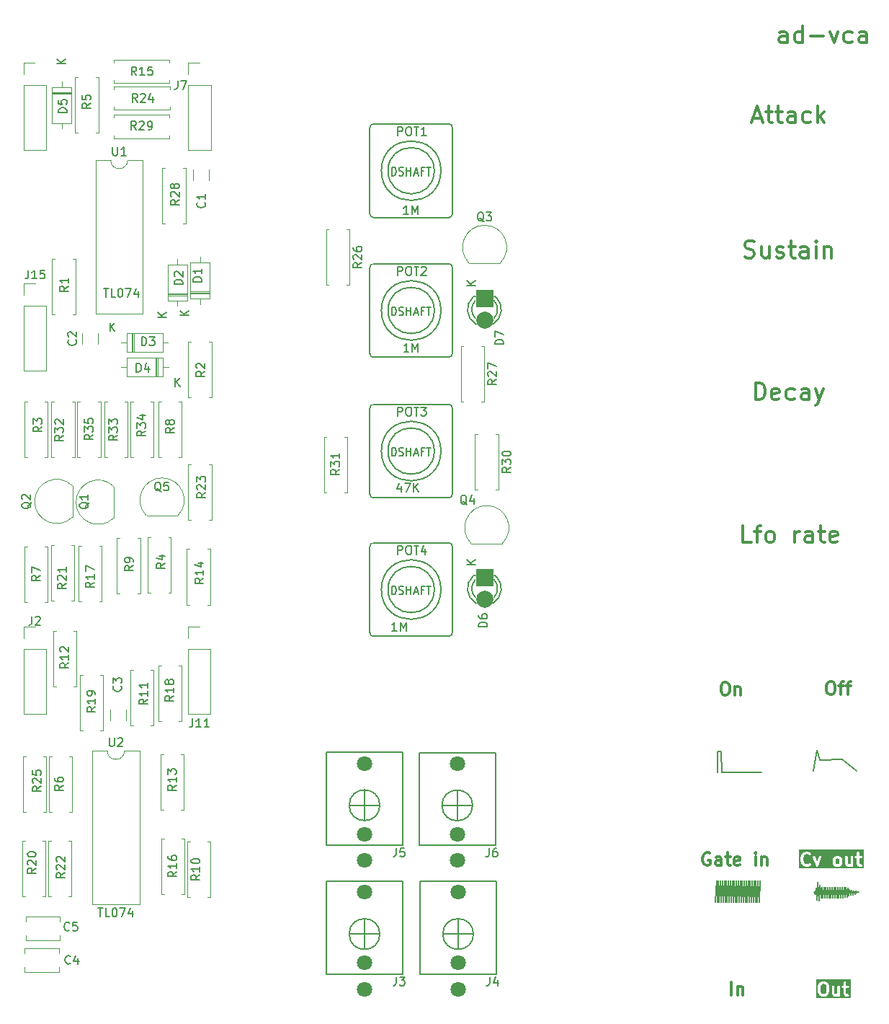
<source format=gbr>
%TF.GenerationSoftware,KiCad,Pcbnew,7.0.11-7.0.11~ubuntu22.04.1*%
%TF.CreationDate,2024-09-22T23:22:13-04:00*%
%TF.ProjectId,ad-vca,61642d76-6361-42e6-9b69-6361645f7063,rev?*%
%TF.SameCoordinates,Original*%
%TF.FileFunction,Legend,Top*%
%TF.FilePolarity,Positive*%
%FSLAX46Y46*%
G04 Gerber Fmt 4.6, Leading zero omitted, Abs format (unit mm)*
G04 Created by KiCad (PCBNEW 7.0.11-7.0.11~ubuntu22.04.1) date 2024-09-22 23:22:13*
%MOMM*%
%LPD*%
G01*
G04 APERTURE LIST*
%ADD10C,0.134811*%
%ADD11C,0.300000*%
%ADD12C,0.150000*%
%ADD13C,0.120000*%
%ADD14C,0.127000*%
%ADD15C,1.800000*%
%ADD16C,2.000000*%
%ADD17R,2.000000X2.000000*%
G04 APERTURE END LIST*
D10*
X192518833Y-134826925D02*
X192381363Y-135305059D01*
X179157141Y-133658009D02*
X179048295Y-136161991D01*
X180320887Y-133658009D02*
X180228449Y-136161991D01*
X190278185Y-135653601D02*
X190175656Y-134390104D01*
X192143641Y-135383505D02*
X192023981Y-134639112D01*
X190976433Y-135653601D02*
X190883749Y-134390104D01*
X179855389Y-133658009D02*
X179756388Y-136161991D01*
X179048295Y-136161991D02*
X178924393Y-133658009D01*
X179756388Y-136161991D02*
X179622639Y-133658009D01*
X189579937Y-135653601D02*
X189467562Y-134390104D01*
X177062398Y-133658009D02*
X176924012Y-136161991D01*
X189939625Y-134390104D02*
X189812687Y-135653601D01*
X178458893Y-133658009D02*
X178340201Y-136161991D01*
X176926125Y-118454021D02*
X176993728Y-120915225D01*
X192848839Y-135124678D02*
X192742373Y-134871939D01*
X180464482Y-136161991D02*
X180320887Y-133658009D01*
X180228449Y-136161991D02*
X180088139Y-133658009D01*
X187753488Y-120793356D02*
X188174320Y-118289999D01*
X180700512Y-136161991D02*
X180553639Y-133658009D01*
X188881689Y-135653601D02*
X188759470Y-134390104D01*
X188056448Y-134480825D02*
X187982922Y-135284346D01*
X190743683Y-135653601D02*
X190695032Y-135043705D01*
X191688650Y-135554464D02*
X191585186Y-134450621D01*
X176829648Y-133658009D02*
X176687981Y-136161991D01*
X179389891Y-133658009D02*
X179284325Y-136161991D01*
X181408608Y-136161991D02*
X181251887Y-133658009D01*
X190580000Y-135000000D02*
X190510933Y-135653601D01*
X192381363Y-135305059D02*
X192243773Y-134713041D01*
X190045435Y-135653601D02*
X189939625Y-134390104D01*
X190661960Y-134612110D02*
X190647717Y-134390104D01*
X179992419Y-136161991D02*
X179855389Y-133658009D01*
X178924393Y-133658009D02*
X178812264Y-136161991D01*
X187982922Y-135284346D02*
X187869259Y-135018942D01*
X177396075Y-136161991D02*
X177295146Y-133658009D01*
X177160044Y-136161991D02*
X177062398Y-133658009D01*
X189703594Y-134390104D02*
X189579937Y-135653601D01*
X192023981Y-134639112D02*
X191933760Y-135458670D01*
X178576232Y-136161991D02*
X178458893Y-133658009D01*
X181019137Y-133658009D02*
X180936543Y-136161991D01*
X190883749Y-134390104D02*
X190743683Y-135653601D01*
X189812687Y-135653601D02*
X189703594Y-134390104D01*
X192243773Y-134713041D02*
X192143641Y-135383505D01*
X176993728Y-120915225D02*
X181626271Y-120944774D01*
X179520356Y-136161991D02*
X179389891Y-133658009D01*
X181484637Y-133658009D02*
X181408608Y-136161991D01*
X176513530Y-118454021D02*
X176926125Y-118454021D01*
X177760645Y-133658009D02*
X177632105Y-136161991D01*
X191810248Y-134532370D02*
X191688650Y-135554464D01*
X191119780Y-134390104D02*
X190976433Y-135653601D01*
X180936543Y-136161991D02*
X180786387Y-133658009D01*
X188995501Y-134390104D02*
X188881689Y-135653601D01*
X178104170Y-136161991D02*
X177993395Y-133658009D01*
X189114439Y-135653601D02*
X188995501Y-134390104D01*
X178812264Y-136161991D02*
X178691643Y-133658009D01*
X189467562Y-134390104D02*
X189347187Y-135653601D01*
X189231531Y-134390104D02*
X189114439Y-135653601D01*
X177993395Y-133658009D02*
X177868138Y-136161991D01*
X188529917Y-134195349D02*
X188416268Y-136040426D01*
X177295146Y-133658009D02*
X177160044Y-136161991D01*
X177527895Y-133658009D02*
X177396075Y-136161991D01*
X191209181Y-135653601D02*
X191119780Y-134390104D01*
X180553639Y-133658009D02*
X180464482Y-136161991D01*
X188287272Y-133786093D02*
X188197329Y-135964437D01*
X188197329Y-135964437D02*
X188056448Y-134480825D01*
X190510933Y-135653601D02*
X190411686Y-134390104D01*
X176596900Y-133658009D02*
X176451951Y-136161991D01*
X191151155Y-119458525D02*
X192866228Y-120798879D01*
X190627104Y-134562942D02*
X190580000Y-135000000D01*
X176364150Y-133658009D02*
X176215920Y-136161991D01*
X188759470Y-134390104D02*
X188660843Y-135647772D01*
X190647717Y-134390104D02*
X190627104Y-134562942D01*
X192959490Y-135012327D02*
X192848839Y-135124678D01*
X192635950Y-135226683D02*
X192518833Y-134826925D01*
X188660843Y-135647772D02*
X188529917Y-134195349D01*
X190411686Y-134390104D02*
X190278185Y-135653601D01*
X190695032Y-135043705D02*
X190661960Y-134612110D01*
X180786387Y-133658009D02*
X180700512Y-136161991D01*
X191355810Y-134390104D02*
X191209181Y-135653601D01*
X188416268Y-136040426D02*
X188287272Y-133786093D01*
X179284325Y-136161991D02*
X179157141Y-133658009D01*
X191488943Y-135630697D02*
X191355810Y-134390104D01*
X178226145Y-133658009D02*
X178104170Y-136161991D01*
X192742373Y-134871939D02*
X192635950Y-135226683D01*
X176687981Y-136161991D02*
X176596900Y-133658009D01*
X191585186Y-134450621D02*
X191488943Y-135630697D01*
X189347187Y-135653601D02*
X189231531Y-134390104D01*
X190175656Y-134390104D02*
X190045435Y-135653601D01*
X181251887Y-133658009D02*
X181172576Y-136161991D01*
X178340201Y-136161991D02*
X178226145Y-133658009D01*
X191933760Y-135458670D02*
X191810248Y-134532370D01*
X176513530Y-120939288D02*
X176513530Y-118454021D01*
X188528845Y-119481474D02*
X191151155Y-119458525D01*
X177632105Y-136161991D02*
X177527895Y-133658009D01*
X177868138Y-136161991D02*
X177760645Y-133658009D01*
X180088139Y-133658009D02*
X179992419Y-136161991D01*
X179622639Y-133658009D02*
X179520356Y-136161991D01*
X181172576Y-136161991D02*
X181019137Y-133658009D01*
X193089003Y-135021574D02*
X192959490Y-135012327D01*
X176924012Y-136161991D02*
X176829648Y-133658009D01*
X188174320Y-118289999D02*
X188528845Y-119481474D01*
X178691643Y-133658009D02*
X178576232Y-136161991D01*
X176451951Y-136161991D02*
X176364150Y-133658009D01*
D11*
X180664320Y-44126209D02*
X181616701Y-44126209D01*
X180473844Y-44697638D02*
X181140510Y-42697638D01*
X181140510Y-42697638D02*
X181807177Y-44697638D01*
X182188130Y-43364304D02*
X182950034Y-43364304D01*
X182473844Y-42697638D02*
X182473844Y-44411923D01*
X182473844Y-44411923D02*
X182569082Y-44602400D01*
X182569082Y-44602400D02*
X182759558Y-44697638D01*
X182759558Y-44697638D02*
X182950034Y-44697638D01*
X183330987Y-43364304D02*
X184092891Y-43364304D01*
X183616701Y-42697638D02*
X183616701Y-44411923D01*
X183616701Y-44411923D02*
X183711939Y-44602400D01*
X183711939Y-44602400D02*
X183902415Y-44697638D01*
X183902415Y-44697638D02*
X184092891Y-44697638D01*
X185616701Y-44697638D02*
X185616701Y-43650019D01*
X185616701Y-43650019D02*
X185521463Y-43459542D01*
X185521463Y-43459542D02*
X185330987Y-43364304D01*
X185330987Y-43364304D02*
X184950034Y-43364304D01*
X184950034Y-43364304D02*
X184759558Y-43459542D01*
X185616701Y-44602400D02*
X185426225Y-44697638D01*
X185426225Y-44697638D02*
X184950034Y-44697638D01*
X184950034Y-44697638D02*
X184759558Y-44602400D01*
X184759558Y-44602400D02*
X184664320Y-44411923D01*
X184664320Y-44411923D02*
X184664320Y-44221447D01*
X184664320Y-44221447D02*
X184759558Y-44030971D01*
X184759558Y-44030971D02*
X184950034Y-43935733D01*
X184950034Y-43935733D02*
X185426225Y-43935733D01*
X185426225Y-43935733D02*
X185616701Y-43840495D01*
X187426225Y-44602400D02*
X187235749Y-44697638D01*
X187235749Y-44697638D02*
X186854796Y-44697638D01*
X186854796Y-44697638D02*
X186664320Y-44602400D01*
X186664320Y-44602400D02*
X186569082Y-44507161D01*
X186569082Y-44507161D02*
X186473844Y-44316685D01*
X186473844Y-44316685D02*
X186473844Y-43745257D01*
X186473844Y-43745257D02*
X186569082Y-43554780D01*
X186569082Y-43554780D02*
X186664320Y-43459542D01*
X186664320Y-43459542D02*
X186854796Y-43364304D01*
X186854796Y-43364304D02*
X187235749Y-43364304D01*
X187235749Y-43364304D02*
X187426225Y-43459542D01*
X188283368Y-44697638D02*
X188283368Y-42697638D01*
X188473844Y-43935733D02*
X189045273Y-44697638D01*
X189045273Y-43364304D02*
X188283368Y-44126209D01*
G36*
X189139942Y-145815535D02*
G01*
X189236208Y-145911801D01*
X189293082Y-146139292D01*
X189293082Y-146602363D01*
X189236208Y-146829854D01*
X189139941Y-146926122D01*
X189050529Y-146970828D01*
X188835635Y-146970828D01*
X188746221Y-146926121D01*
X188649954Y-146829854D01*
X188593082Y-146602364D01*
X188593082Y-146139291D01*
X188649954Y-145911802D01*
X188746221Y-145815534D01*
X188835635Y-145770828D01*
X189050529Y-145770828D01*
X189139942Y-145815535D01*
G37*
G36*
X192164511Y-147485114D02*
G01*
X188078796Y-147485114D01*
X188078796Y-146620828D01*
X188293082Y-146620828D01*
X188297872Y-146638705D01*
X188297561Y-146657208D01*
X188368989Y-146942922D01*
X188369621Y-146944060D01*
X188369621Y-146945365D01*
X188388433Y-146977948D01*
X188406675Y-147010809D01*
X188407792Y-147011479D01*
X188408444Y-147012608D01*
X188551302Y-147155466D01*
X188572216Y-147167540D01*
X188590286Y-147183564D01*
X188733144Y-147254992D01*
X188766919Y-147261903D01*
X188800225Y-147270828D01*
X189085939Y-147270828D01*
X189119242Y-147261904D01*
X189153021Y-147254992D01*
X189295878Y-147183564D01*
X189313947Y-147167540D01*
X189334862Y-147155466D01*
X189477719Y-147012608D01*
X189478370Y-147011479D01*
X189479488Y-147010809D01*
X189497744Y-146977922D01*
X189516542Y-146945364D01*
X189516542Y-146944061D01*
X189517174Y-146942923D01*
X189526269Y-146906542D01*
X189935939Y-146906542D01*
X189944862Y-146939843D01*
X189951775Y-146973624D01*
X190023204Y-147116482D01*
X190029289Y-147123344D01*
X190032191Y-147132049D01*
X190054731Y-147152036D01*
X190074719Y-147174577D01*
X190083423Y-147177478D01*
X190090286Y-147183564D01*
X190233144Y-147254992D01*
X190266919Y-147261903D01*
X190300225Y-147270828D01*
X190514511Y-147270828D01*
X190547814Y-147261904D01*
X190581593Y-147254992D01*
X190632569Y-147229504D01*
X190653797Y-147250732D01*
X190728797Y-147270828D01*
X190803797Y-147250732D01*
X190858701Y-147195828D01*
X190878797Y-147120828D01*
X190878797Y-146120828D01*
X191078797Y-146120828D01*
X191098893Y-146195828D01*
X191153797Y-146250732D01*
X191228797Y-146270828D01*
X191293082Y-146270828D01*
X191293082Y-146906542D01*
X191302005Y-146939843D01*
X191308918Y-146973624D01*
X191380347Y-147116482D01*
X191386432Y-147123344D01*
X191389334Y-147132049D01*
X191411874Y-147152036D01*
X191431862Y-147174577D01*
X191440566Y-147177478D01*
X191447429Y-147183564D01*
X191590287Y-147254992D01*
X191624062Y-147261903D01*
X191657368Y-147270828D01*
X191800225Y-147270828D01*
X191875225Y-147250732D01*
X191930129Y-147195828D01*
X191950225Y-147120828D01*
X191930129Y-147045828D01*
X191875225Y-146990924D01*
X191800225Y-146970828D01*
X191692778Y-146970828D01*
X191626314Y-146937596D01*
X191593082Y-146871132D01*
X191593082Y-146270828D01*
X191800225Y-146270828D01*
X191875225Y-146250732D01*
X191930129Y-146195828D01*
X191950225Y-146120828D01*
X191930129Y-146045828D01*
X191875225Y-145990924D01*
X191800225Y-145970828D01*
X191593082Y-145970828D01*
X191593082Y-145620828D01*
X191572986Y-145545828D01*
X191518082Y-145490924D01*
X191443082Y-145470828D01*
X191368082Y-145490924D01*
X191313178Y-145545828D01*
X191293082Y-145620828D01*
X191293082Y-145970828D01*
X191228797Y-145970828D01*
X191153797Y-145990924D01*
X191098893Y-146045828D01*
X191078797Y-146120828D01*
X190878797Y-146120828D01*
X190858701Y-146045828D01*
X190803797Y-145990924D01*
X190728797Y-145970828D01*
X190653797Y-145990924D01*
X190598893Y-146045828D01*
X190578797Y-146120828D01*
X190578797Y-146915839D01*
X190568513Y-146926122D01*
X190479101Y-146970828D01*
X190335635Y-146970828D01*
X190269171Y-146937596D01*
X190235939Y-146871132D01*
X190235939Y-146120828D01*
X190215843Y-146045828D01*
X190160939Y-145990924D01*
X190085939Y-145970828D01*
X190010939Y-145990924D01*
X189956035Y-146045828D01*
X189935939Y-146120828D01*
X189935939Y-146906542D01*
X189526269Y-146906542D01*
X189588603Y-146657209D01*
X189588291Y-146638704D01*
X189593082Y-146620828D01*
X189593082Y-146120828D01*
X189588291Y-146102951D01*
X189588603Y-146084447D01*
X189517174Y-145798733D01*
X189516542Y-145797594D01*
X189516542Y-145796291D01*
X189497736Y-145763719D01*
X189479488Y-145730847D01*
X189478370Y-145730176D01*
X189477719Y-145729048D01*
X189334862Y-145586191D01*
X189313946Y-145574115D01*
X189295878Y-145558093D01*
X189153021Y-145486664D01*
X189119240Y-145479751D01*
X189085939Y-145470828D01*
X188800225Y-145470828D01*
X188766924Y-145479750D01*
X188733142Y-145486664D01*
X188590286Y-145558093D01*
X188572216Y-145574115D01*
X188551302Y-145586191D01*
X188408444Y-145729048D01*
X188407792Y-145730176D01*
X188406675Y-145730847D01*
X188388433Y-145763707D01*
X188369621Y-145796291D01*
X188369621Y-145797595D01*
X188368989Y-145798734D01*
X188297561Y-146084448D01*
X188297872Y-146102950D01*
X188293082Y-146120828D01*
X188293082Y-146620828D01*
X188078796Y-146620828D01*
X188078796Y-145256542D01*
X192164511Y-145256542D01*
X192164511Y-147485114D01*
G37*
X180943558Y-77209638D02*
X180943558Y-75209638D01*
X180943558Y-75209638D02*
X181419748Y-75209638D01*
X181419748Y-75209638D02*
X181705463Y-75304876D01*
X181705463Y-75304876D02*
X181895939Y-75495352D01*
X181895939Y-75495352D02*
X181991177Y-75685828D01*
X181991177Y-75685828D02*
X182086415Y-76066780D01*
X182086415Y-76066780D02*
X182086415Y-76352495D01*
X182086415Y-76352495D02*
X181991177Y-76733447D01*
X181991177Y-76733447D02*
X181895939Y-76923923D01*
X181895939Y-76923923D02*
X181705463Y-77114400D01*
X181705463Y-77114400D02*
X181419748Y-77209638D01*
X181419748Y-77209638D02*
X180943558Y-77209638D01*
X183705463Y-77114400D02*
X183514987Y-77209638D01*
X183514987Y-77209638D02*
X183134034Y-77209638D01*
X183134034Y-77209638D02*
X182943558Y-77114400D01*
X182943558Y-77114400D02*
X182848320Y-76923923D01*
X182848320Y-76923923D02*
X182848320Y-76162019D01*
X182848320Y-76162019D02*
X182943558Y-75971542D01*
X182943558Y-75971542D02*
X183134034Y-75876304D01*
X183134034Y-75876304D02*
X183514987Y-75876304D01*
X183514987Y-75876304D02*
X183705463Y-75971542D01*
X183705463Y-75971542D02*
X183800701Y-76162019D01*
X183800701Y-76162019D02*
X183800701Y-76352495D01*
X183800701Y-76352495D02*
X182848320Y-76542971D01*
X185514987Y-77114400D02*
X185324511Y-77209638D01*
X185324511Y-77209638D02*
X184943558Y-77209638D01*
X184943558Y-77209638D02*
X184753082Y-77114400D01*
X184753082Y-77114400D02*
X184657844Y-77019161D01*
X184657844Y-77019161D02*
X184562606Y-76828685D01*
X184562606Y-76828685D02*
X184562606Y-76257257D01*
X184562606Y-76257257D02*
X184657844Y-76066780D01*
X184657844Y-76066780D02*
X184753082Y-75971542D01*
X184753082Y-75971542D02*
X184943558Y-75876304D01*
X184943558Y-75876304D02*
X185324511Y-75876304D01*
X185324511Y-75876304D02*
X185514987Y-75971542D01*
X187229273Y-77209638D02*
X187229273Y-76162019D01*
X187229273Y-76162019D02*
X187134035Y-75971542D01*
X187134035Y-75971542D02*
X186943559Y-75876304D01*
X186943559Y-75876304D02*
X186562606Y-75876304D01*
X186562606Y-75876304D02*
X186372130Y-75971542D01*
X187229273Y-77114400D02*
X187038797Y-77209638D01*
X187038797Y-77209638D02*
X186562606Y-77209638D01*
X186562606Y-77209638D02*
X186372130Y-77114400D01*
X186372130Y-77114400D02*
X186276892Y-76923923D01*
X186276892Y-76923923D02*
X186276892Y-76733447D01*
X186276892Y-76733447D02*
X186372130Y-76542971D01*
X186372130Y-76542971D02*
X186562606Y-76447733D01*
X186562606Y-76447733D02*
X187038797Y-76447733D01*
X187038797Y-76447733D02*
X187229273Y-76352495D01*
X187991178Y-75876304D02*
X188467368Y-77209638D01*
X188943559Y-75876304D02*
X188467368Y-77209638D01*
X188467368Y-77209638D02*
X188276892Y-77685828D01*
X188276892Y-77685828D02*
X188181654Y-77781066D01*
X188181654Y-77781066D02*
X187991178Y-77876304D01*
X179688320Y-60444400D02*
X179974034Y-60539638D01*
X179974034Y-60539638D02*
X180450225Y-60539638D01*
X180450225Y-60539638D02*
X180640701Y-60444400D01*
X180640701Y-60444400D02*
X180735939Y-60349161D01*
X180735939Y-60349161D02*
X180831177Y-60158685D01*
X180831177Y-60158685D02*
X180831177Y-59968209D01*
X180831177Y-59968209D02*
X180735939Y-59777733D01*
X180735939Y-59777733D02*
X180640701Y-59682495D01*
X180640701Y-59682495D02*
X180450225Y-59587257D01*
X180450225Y-59587257D02*
X180069272Y-59492019D01*
X180069272Y-59492019D02*
X179878796Y-59396780D01*
X179878796Y-59396780D02*
X179783558Y-59301542D01*
X179783558Y-59301542D02*
X179688320Y-59111066D01*
X179688320Y-59111066D02*
X179688320Y-58920590D01*
X179688320Y-58920590D02*
X179783558Y-58730114D01*
X179783558Y-58730114D02*
X179878796Y-58634876D01*
X179878796Y-58634876D02*
X180069272Y-58539638D01*
X180069272Y-58539638D02*
X180545463Y-58539638D01*
X180545463Y-58539638D02*
X180831177Y-58634876D01*
X182545463Y-59206304D02*
X182545463Y-60539638D01*
X181688320Y-59206304D02*
X181688320Y-60253923D01*
X181688320Y-60253923D02*
X181783558Y-60444400D01*
X181783558Y-60444400D02*
X181974034Y-60539638D01*
X181974034Y-60539638D02*
X182259749Y-60539638D01*
X182259749Y-60539638D02*
X182450225Y-60444400D01*
X182450225Y-60444400D02*
X182545463Y-60349161D01*
X183402606Y-60444400D02*
X183593082Y-60539638D01*
X183593082Y-60539638D02*
X183974034Y-60539638D01*
X183974034Y-60539638D02*
X184164511Y-60444400D01*
X184164511Y-60444400D02*
X184259749Y-60253923D01*
X184259749Y-60253923D02*
X184259749Y-60158685D01*
X184259749Y-60158685D02*
X184164511Y-59968209D01*
X184164511Y-59968209D02*
X183974034Y-59872971D01*
X183974034Y-59872971D02*
X183688320Y-59872971D01*
X183688320Y-59872971D02*
X183497844Y-59777733D01*
X183497844Y-59777733D02*
X183402606Y-59587257D01*
X183402606Y-59587257D02*
X183402606Y-59492019D01*
X183402606Y-59492019D02*
X183497844Y-59301542D01*
X183497844Y-59301542D02*
X183688320Y-59206304D01*
X183688320Y-59206304D02*
X183974034Y-59206304D01*
X183974034Y-59206304D02*
X184164511Y-59301542D01*
X184831178Y-59206304D02*
X185593082Y-59206304D01*
X185116892Y-58539638D02*
X185116892Y-60253923D01*
X185116892Y-60253923D02*
X185212130Y-60444400D01*
X185212130Y-60444400D02*
X185402606Y-60539638D01*
X185402606Y-60539638D02*
X185593082Y-60539638D01*
X187116892Y-60539638D02*
X187116892Y-59492019D01*
X187116892Y-59492019D02*
X187021654Y-59301542D01*
X187021654Y-59301542D02*
X186831178Y-59206304D01*
X186831178Y-59206304D02*
X186450225Y-59206304D01*
X186450225Y-59206304D02*
X186259749Y-59301542D01*
X187116892Y-60444400D02*
X186926416Y-60539638D01*
X186926416Y-60539638D02*
X186450225Y-60539638D01*
X186450225Y-60539638D02*
X186259749Y-60444400D01*
X186259749Y-60444400D02*
X186164511Y-60253923D01*
X186164511Y-60253923D02*
X186164511Y-60063447D01*
X186164511Y-60063447D02*
X186259749Y-59872971D01*
X186259749Y-59872971D02*
X186450225Y-59777733D01*
X186450225Y-59777733D02*
X186926416Y-59777733D01*
X186926416Y-59777733D02*
X187116892Y-59682495D01*
X188069273Y-60539638D02*
X188069273Y-59206304D01*
X188069273Y-58539638D02*
X187974035Y-58634876D01*
X187974035Y-58634876D02*
X188069273Y-58730114D01*
X188069273Y-58730114D02*
X188164511Y-58634876D01*
X188164511Y-58634876D02*
X188069273Y-58539638D01*
X188069273Y-58539638D02*
X188069273Y-58730114D01*
X189021654Y-59206304D02*
X189021654Y-60539638D01*
X189021654Y-59396780D02*
X189116892Y-59301542D01*
X189116892Y-59301542D02*
X189307368Y-59206304D01*
X189307368Y-59206304D02*
X189593083Y-59206304D01*
X189593083Y-59206304D02*
X189783559Y-59301542D01*
X189783559Y-59301542D02*
X189878797Y-59492019D01*
X189878797Y-59492019D02*
X189878797Y-60539638D01*
X177250225Y-110390828D02*
X177535939Y-110390828D01*
X177535939Y-110390828D02*
X177678796Y-110462257D01*
X177678796Y-110462257D02*
X177821653Y-110605114D01*
X177821653Y-110605114D02*
X177893082Y-110890828D01*
X177893082Y-110890828D02*
X177893082Y-111390828D01*
X177893082Y-111390828D02*
X177821653Y-111676542D01*
X177821653Y-111676542D02*
X177678796Y-111819400D01*
X177678796Y-111819400D02*
X177535939Y-111890828D01*
X177535939Y-111890828D02*
X177250225Y-111890828D01*
X177250225Y-111890828D02*
X177107368Y-111819400D01*
X177107368Y-111819400D02*
X176964510Y-111676542D01*
X176964510Y-111676542D02*
X176893082Y-111390828D01*
X176893082Y-111390828D02*
X176893082Y-110890828D01*
X176893082Y-110890828D02*
X176964510Y-110605114D01*
X176964510Y-110605114D02*
X177107368Y-110462257D01*
X177107368Y-110462257D02*
X177250225Y-110390828D01*
X178535939Y-110890828D02*
X178535939Y-111890828D01*
X178535939Y-111033685D02*
X178607368Y-110962257D01*
X178607368Y-110962257D02*
X178750225Y-110890828D01*
X178750225Y-110890828D02*
X178964511Y-110890828D01*
X178964511Y-110890828D02*
X179107368Y-110962257D01*
X179107368Y-110962257D02*
X179178797Y-111105114D01*
X179178797Y-111105114D02*
X179178797Y-111890828D01*
X175584225Y-130452257D02*
X175441368Y-130380828D01*
X175441368Y-130380828D02*
X175227082Y-130380828D01*
X175227082Y-130380828D02*
X175012796Y-130452257D01*
X175012796Y-130452257D02*
X174869939Y-130595114D01*
X174869939Y-130595114D02*
X174798510Y-130737971D01*
X174798510Y-130737971D02*
X174727082Y-131023685D01*
X174727082Y-131023685D02*
X174727082Y-131237971D01*
X174727082Y-131237971D02*
X174798510Y-131523685D01*
X174798510Y-131523685D02*
X174869939Y-131666542D01*
X174869939Y-131666542D02*
X175012796Y-131809400D01*
X175012796Y-131809400D02*
X175227082Y-131880828D01*
X175227082Y-131880828D02*
X175369939Y-131880828D01*
X175369939Y-131880828D02*
X175584225Y-131809400D01*
X175584225Y-131809400D02*
X175655653Y-131737971D01*
X175655653Y-131737971D02*
X175655653Y-131237971D01*
X175655653Y-131237971D02*
X175369939Y-131237971D01*
X176941368Y-131880828D02*
X176941368Y-131095114D01*
X176941368Y-131095114D02*
X176869939Y-130952257D01*
X176869939Y-130952257D02*
X176727082Y-130880828D01*
X176727082Y-130880828D02*
X176441368Y-130880828D01*
X176441368Y-130880828D02*
X176298510Y-130952257D01*
X176941368Y-131809400D02*
X176798510Y-131880828D01*
X176798510Y-131880828D02*
X176441368Y-131880828D01*
X176441368Y-131880828D02*
X176298510Y-131809400D01*
X176298510Y-131809400D02*
X176227082Y-131666542D01*
X176227082Y-131666542D02*
X176227082Y-131523685D01*
X176227082Y-131523685D02*
X176298510Y-131380828D01*
X176298510Y-131380828D02*
X176441368Y-131309400D01*
X176441368Y-131309400D02*
X176798510Y-131309400D01*
X176798510Y-131309400D02*
X176941368Y-131237971D01*
X177441368Y-130880828D02*
X178012796Y-130880828D01*
X177655653Y-130380828D02*
X177655653Y-131666542D01*
X177655653Y-131666542D02*
X177727082Y-131809400D01*
X177727082Y-131809400D02*
X177869939Y-131880828D01*
X177869939Y-131880828D02*
X178012796Y-131880828D01*
X179084225Y-131809400D02*
X178941368Y-131880828D01*
X178941368Y-131880828D02*
X178655654Y-131880828D01*
X178655654Y-131880828D02*
X178512796Y-131809400D01*
X178512796Y-131809400D02*
X178441368Y-131666542D01*
X178441368Y-131666542D02*
X178441368Y-131095114D01*
X178441368Y-131095114D02*
X178512796Y-130952257D01*
X178512796Y-130952257D02*
X178655654Y-130880828D01*
X178655654Y-130880828D02*
X178941368Y-130880828D01*
X178941368Y-130880828D02*
X179084225Y-130952257D01*
X179084225Y-130952257D02*
X179155654Y-131095114D01*
X179155654Y-131095114D02*
X179155654Y-131237971D01*
X179155654Y-131237971D02*
X178441368Y-131380828D01*
X180941367Y-131880828D02*
X180941367Y-130880828D01*
X180941367Y-130380828D02*
X180869939Y-130452257D01*
X180869939Y-130452257D02*
X180941367Y-130523685D01*
X180941367Y-130523685D02*
X181012796Y-130452257D01*
X181012796Y-130452257D02*
X180941367Y-130380828D01*
X180941367Y-130380828D02*
X180941367Y-130523685D01*
X181655653Y-130880828D02*
X181655653Y-131880828D01*
X181655653Y-131023685D02*
X181727082Y-130952257D01*
X181727082Y-130952257D02*
X181869939Y-130880828D01*
X181869939Y-130880828D02*
X182084225Y-130880828D01*
X182084225Y-130880828D02*
X182227082Y-130952257D01*
X182227082Y-130952257D02*
X182298511Y-131095114D01*
X182298511Y-131095114D02*
X182298511Y-131880828D01*
X180441939Y-93973638D02*
X179489558Y-93973638D01*
X179489558Y-93973638D02*
X179489558Y-91973638D01*
X180822892Y-92640304D02*
X181584796Y-92640304D01*
X181108606Y-93973638D02*
X181108606Y-92259352D01*
X181108606Y-92259352D02*
X181203844Y-92068876D01*
X181203844Y-92068876D02*
X181394320Y-91973638D01*
X181394320Y-91973638D02*
X181584796Y-91973638D01*
X182537177Y-93973638D02*
X182346701Y-93878400D01*
X182346701Y-93878400D02*
X182251463Y-93783161D01*
X182251463Y-93783161D02*
X182156225Y-93592685D01*
X182156225Y-93592685D02*
X182156225Y-93021257D01*
X182156225Y-93021257D02*
X182251463Y-92830780D01*
X182251463Y-92830780D02*
X182346701Y-92735542D01*
X182346701Y-92735542D02*
X182537177Y-92640304D01*
X182537177Y-92640304D02*
X182822892Y-92640304D01*
X182822892Y-92640304D02*
X183013368Y-92735542D01*
X183013368Y-92735542D02*
X183108606Y-92830780D01*
X183108606Y-92830780D02*
X183203844Y-93021257D01*
X183203844Y-93021257D02*
X183203844Y-93592685D01*
X183203844Y-93592685D02*
X183108606Y-93783161D01*
X183108606Y-93783161D02*
X183013368Y-93878400D01*
X183013368Y-93878400D02*
X182822892Y-93973638D01*
X182822892Y-93973638D02*
X182537177Y-93973638D01*
X185584797Y-93973638D02*
X185584797Y-92640304D01*
X185584797Y-93021257D02*
X185680035Y-92830780D01*
X185680035Y-92830780D02*
X185775273Y-92735542D01*
X185775273Y-92735542D02*
X185965749Y-92640304D01*
X185965749Y-92640304D02*
X186156226Y-92640304D01*
X187680035Y-93973638D02*
X187680035Y-92926019D01*
X187680035Y-92926019D02*
X187584797Y-92735542D01*
X187584797Y-92735542D02*
X187394321Y-92640304D01*
X187394321Y-92640304D02*
X187013368Y-92640304D01*
X187013368Y-92640304D02*
X186822892Y-92735542D01*
X187680035Y-93878400D02*
X187489559Y-93973638D01*
X187489559Y-93973638D02*
X187013368Y-93973638D01*
X187013368Y-93973638D02*
X186822892Y-93878400D01*
X186822892Y-93878400D02*
X186727654Y-93687923D01*
X186727654Y-93687923D02*
X186727654Y-93497447D01*
X186727654Y-93497447D02*
X186822892Y-93306971D01*
X186822892Y-93306971D02*
X187013368Y-93211733D01*
X187013368Y-93211733D02*
X187489559Y-93211733D01*
X187489559Y-93211733D02*
X187680035Y-93116495D01*
X188346702Y-92640304D02*
X189108606Y-92640304D01*
X188632416Y-91973638D02*
X188632416Y-93687923D01*
X188632416Y-93687923D02*
X188727654Y-93878400D01*
X188727654Y-93878400D02*
X188918130Y-93973638D01*
X188918130Y-93973638D02*
X189108606Y-93973638D01*
X190537178Y-93878400D02*
X190346702Y-93973638D01*
X190346702Y-93973638D02*
X189965749Y-93973638D01*
X189965749Y-93973638D02*
X189775273Y-93878400D01*
X189775273Y-93878400D02*
X189680035Y-93687923D01*
X189680035Y-93687923D02*
X189680035Y-92926019D01*
X189680035Y-92926019D02*
X189775273Y-92735542D01*
X189775273Y-92735542D02*
X189965749Y-92640304D01*
X189965749Y-92640304D02*
X190346702Y-92640304D01*
X190346702Y-92640304D02*
X190537178Y-92735542D01*
X190537178Y-92735542D02*
X190632416Y-92926019D01*
X190632416Y-92926019D02*
X190632416Y-93116495D01*
X190632416Y-93116495D02*
X189680035Y-93306971D01*
X178134510Y-147120828D02*
X178134510Y-145620828D01*
X178848796Y-146120828D02*
X178848796Y-147120828D01*
X178848796Y-146263685D02*
X178920225Y-146192257D01*
X178920225Y-146192257D02*
X179063082Y-146120828D01*
X179063082Y-146120828D02*
X179277368Y-146120828D01*
X179277368Y-146120828D02*
X179420225Y-146192257D01*
X179420225Y-146192257D02*
X179491654Y-146335114D01*
X179491654Y-146335114D02*
X179491654Y-147120828D01*
X189670225Y-110320828D02*
X189955939Y-110320828D01*
X189955939Y-110320828D02*
X190098796Y-110392257D01*
X190098796Y-110392257D02*
X190241653Y-110535114D01*
X190241653Y-110535114D02*
X190313082Y-110820828D01*
X190313082Y-110820828D02*
X190313082Y-111320828D01*
X190313082Y-111320828D02*
X190241653Y-111606542D01*
X190241653Y-111606542D02*
X190098796Y-111749400D01*
X190098796Y-111749400D02*
X189955939Y-111820828D01*
X189955939Y-111820828D02*
X189670225Y-111820828D01*
X189670225Y-111820828D02*
X189527368Y-111749400D01*
X189527368Y-111749400D02*
X189384510Y-111606542D01*
X189384510Y-111606542D02*
X189313082Y-111320828D01*
X189313082Y-111320828D02*
X189313082Y-110820828D01*
X189313082Y-110820828D02*
X189384510Y-110535114D01*
X189384510Y-110535114D02*
X189527368Y-110392257D01*
X189527368Y-110392257D02*
X189670225Y-110320828D01*
X190741654Y-110820828D02*
X191313082Y-110820828D01*
X190955939Y-111820828D02*
X190955939Y-110535114D01*
X190955939Y-110535114D02*
X191027368Y-110392257D01*
X191027368Y-110392257D02*
X191170225Y-110320828D01*
X191170225Y-110320828D02*
X191313082Y-110320828D01*
X191598797Y-110820828D02*
X192170225Y-110820828D01*
X191813082Y-111820828D02*
X191813082Y-110535114D01*
X191813082Y-110535114D02*
X191884511Y-110392257D01*
X191884511Y-110392257D02*
X192027368Y-110320828D01*
X192027368Y-110320828D02*
X192170225Y-110320828D01*
G36*
X190750800Y-131075535D02*
G01*
X190787804Y-131112539D01*
X190832510Y-131201951D01*
X190832510Y-131559704D01*
X190787803Y-131649117D01*
X190750798Y-131686122D01*
X190661386Y-131730828D01*
X190517920Y-131730828D01*
X190428506Y-131686121D01*
X190391501Y-131649116D01*
X190346796Y-131559704D01*
X190346796Y-131201951D01*
X190391501Y-131112540D01*
X190428506Y-131075535D01*
X190517920Y-131030828D01*
X190661386Y-131030828D01*
X190750800Y-131075535D01*
G37*
G36*
X193703939Y-132245114D02*
G01*
X186046796Y-132245114D01*
X186046796Y-131237971D01*
X186261082Y-131237971D01*
X186265872Y-131255848D01*
X186265561Y-131274351D01*
X186336989Y-131560065D01*
X186345025Y-131574542D01*
X186348346Y-131590767D01*
X186419775Y-131733624D01*
X186435797Y-131751693D01*
X186447873Y-131772608D01*
X186590730Y-131915466D01*
X186620589Y-131932705D01*
X186649362Y-131951703D01*
X186863648Y-132023131D01*
X186887756Y-132024578D01*
X186911082Y-132030828D01*
X187053939Y-132030828D01*
X187077264Y-132024578D01*
X187101373Y-132023131D01*
X187315659Y-131951703D01*
X187344434Y-131932703D01*
X187374292Y-131915465D01*
X187445720Y-131844036D01*
X187484542Y-131776793D01*
X187484542Y-131699147D01*
X187445718Y-131631904D01*
X187378475Y-131593082D01*
X187300829Y-131593082D01*
X187233586Y-131631906D01*
X187187198Y-131678294D01*
X187029596Y-131730828D01*
X186935425Y-131730828D01*
X186777822Y-131678294D01*
X186677217Y-131577688D01*
X186624036Y-131471328D01*
X186561082Y-131219507D01*
X186561082Y-131042148D01*
X186608146Y-130853889D01*
X187692092Y-130853889D01*
X187698392Y-130931278D01*
X188055535Y-131931278D01*
X188070902Y-131953510D01*
X188082474Y-131977939D01*
X188092650Y-131984973D01*
X188099685Y-131995150D01*
X188124113Y-132006721D01*
X188146346Y-132022089D01*
X188158675Y-132023092D01*
X188169857Y-132028389D01*
X188196796Y-132026195D01*
X188223735Y-132028389D01*
X188234916Y-132023092D01*
X188247246Y-132022089D01*
X188269478Y-132006721D01*
X188293907Y-131995150D01*
X188300941Y-131984973D01*
X188311118Y-131977939D01*
X188322689Y-131953510D01*
X188338057Y-131931278D01*
X188458116Y-131595114D01*
X190046796Y-131595114D01*
X190055719Y-131628417D01*
X190062632Y-131662196D01*
X190134060Y-131805053D01*
X190150083Y-131823122D01*
X190162158Y-131844037D01*
X190233587Y-131915466D01*
X190254501Y-131927540D01*
X190272571Y-131943564D01*
X190415429Y-132014992D01*
X190449204Y-132021903D01*
X190482510Y-132030828D01*
X190696796Y-132030828D01*
X190730099Y-132021904D01*
X190763878Y-132014992D01*
X190906735Y-131943564D01*
X190924804Y-131927540D01*
X190945719Y-131915466D01*
X191017148Y-131844037D01*
X191029222Y-131823122D01*
X191045246Y-131805053D01*
X191114501Y-131666542D01*
X191475367Y-131666542D01*
X191484290Y-131699843D01*
X191491203Y-131733624D01*
X191562632Y-131876482D01*
X191568717Y-131883344D01*
X191571619Y-131892049D01*
X191594159Y-131912036D01*
X191614147Y-131934577D01*
X191622851Y-131937478D01*
X191629714Y-131943564D01*
X191772572Y-132014992D01*
X191806347Y-132021903D01*
X191839653Y-132030828D01*
X192053939Y-132030828D01*
X192087242Y-132021904D01*
X192121021Y-132014992D01*
X192171997Y-131989504D01*
X192193225Y-132010732D01*
X192268225Y-132030828D01*
X192343225Y-132010732D01*
X192398129Y-131955828D01*
X192418225Y-131880828D01*
X192418225Y-130880828D01*
X192618225Y-130880828D01*
X192638321Y-130955828D01*
X192693225Y-131010732D01*
X192768225Y-131030828D01*
X192832510Y-131030828D01*
X192832510Y-131666542D01*
X192841433Y-131699843D01*
X192848346Y-131733624D01*
X192919775Y-131876482D01*
X192925860Y-131883344D01*
X192928762Y-131892049D01*
X192951302Y-131912036D01*
X192971290Y-131934577D01*
X192979994Y-131937478D01*
X192986857Y-131943564D01*
X193129715Y-132014992D01*
X193163490Y-132021903D01*
X193196796Y-132030828D01*
X193339653Y-132030828D01*
X193414653Y-132010732D01*
X193469557Y-131955828D01*
X193489653Y-131880828D01*
X193469557Y-131805828D01*
X193414653Y-131750924D01*
X193339653Y-131730828D01*
X193232206Y-131730828D01*
X193165742Y-131697596D01*
X193132510Y-131631132D01*
X193132510Y-131030828D01*
X193339653Y-131030828D01*
X193414653Y-131010732D01*
X193469557Y-130955828D01*
X193489653Y-130880828D01*
X193469557Y-130805828D01*
X193414653Y-130750924D01*
X193339653Y-130730828D01*
X193132510Y-130730828D01*
X193132510Y-130380828D01*
X193112414Y-130305828D01*
X193057510Y-130250924D01*
X192982510Y-130230828D01*
X192907510Y-130250924D01*
X192852606Y-130305828D01*
X192832510Y-130380828D01*
X192832510Y-130730828D01*
X192768225Y-130730828D01*
X192693225Y-130750924D01*
X192638321Y-130805828D01*
X192618225Y-130880828D01*
X192418225Y-130880828D01*
X192398129Y-130805828D01*
X192343225Y-130750924D01*
X192268225Y-130730828D01*
X192193225Y-130750924D01*
X192138321Y-130805828D01*
X192118225Y-130880828D01*
X192118225Y-131675839D01*
X192107941Y-131686122D01*
X192018529Y-131730828D01*
X191875063Y-131730828D01*
X191808599Y-131697596D01*
X191775367Y-131631132D01*
X191775367Y-130880828D01*
X191755271Y-130805828D01*
X191700367Y-130750924D01*
X191625367Y-130730828D01*
X191550367Y-130750924D01*
X191495463Y-130805828D01*
X191475367Y-130880828D01*
X191475367Y-131666542D01*
X191114501Y-131666542D01*
X191116674Y-131662195D01*
X191123585Y-131628419D01*
X191132510Y-131595114D01*
X191132510Y-131166542D01*
X191123585Y-131133236D01*
X191116674Y-131099461D01*
X191045246Y-130956603D01*
X191029222Y-130938533D01*
X191017147Y-130917618D01*
X190945718Y-130846190D01*
X190924803Y-130834115D01*
X190906735Y-130818093D01*
X190763878Y-130746664D01*
X190730097Y-130739751D01*
X190696796Y-130730828D01*
X190482510Y-130730828D01*
X190449209Y-130739750D01*
X190415427Y-130746664D01*
X190272571Y-130818093D01*
X190254502Y-130834115D01*
X190233588Y-130846190D01*
X190162159Y-130917618D01*
X190150083Y-130938533D01*
X190134060Y-130956603D01*
X190062632Y-131099460D01*
X190055719Y-131133238D01*
X190046796Y-131166542D01*
X190046796Y-131595114D01*
X188458116Y-131595114D01*
X188695200Y-130931279D01*
X188701500Y-130853889D01*
X188668261Y-130783717D01*
X188604389Y-130739567D01*
X188527000Y-130733267D01*
X188456828Y-130766506D01*
X188412678Y-130830378D01*
X188196796Y-131434847D01*
X187980914Y-130830378D01*
X187936764Y-130766506D01*
X187866592Y-130733267D01*
X187789203Y-130739567D01*
X187725331Y-130783717D01*
X187692092Y-130853889D01*
X186608146Y-130853889D01*
X186624036Y-130790327D01*
X186677217Y-130683967D01*
X186777823Y-130583361D01*
X186935425Y-130530828D01*
X187029599Y-130530828D01*
X187187197Y-130583361D01*
X187233587Y-130629751D01*
X187300830Y-130668574D01*
X187378476Y-130668574D01*
X187445719Y-130629751D01*
X187484542Y-130562508D01*
X187484542Y-130484862D01*
X187445719Y-130417619D01*
X187374291Y-130346191D01*
X187344434Y-130328953D01*
X187315659Y-130309954D01*
X187101373Y-130238526D01*
X187077267Y-130237078D01*
X187053939Y-130230828D01*
X186911082Y-130230828D01*
X186887753Y-130237078D01*
X186863647Y-130238526D01*
X186649362Y-130309955D01*
X186620589Y-130328951D01*
X186590730Y-130346191D01*
X186447873Y-130489048D01*
X186435797Y-130509963D01*
X186419775Y-130528032D01*
X186348346Y-130670889D01*
X186345025Y-130687113D01*
X186336989Y-130701591D01*
X186265561Y-130987305D01*
X186265872Y-131005807D01*
X186261082Y-131023685D01*
X186261082Y-131237971D01*
X186046796Y-131237971D01*
X186046796Y-130016542D01*
X193703939Y-130016542D01*
X193703939Y-132245114D01*
G37*
X184664701Y-35299638D02*
X184664701Y-34252019D01*
X184664701Y-34252019D02*
X184569463Y-34061542D01*
X184569463Y-34061542D02*
X184378987Y-33966304D01*
X184378987Y-33966304D02*
X183998034Y-33966304D01*
X183998034Y-33966304D02*
X183807558Y-34061542D01*
X184664701Y-35204400D02*
X184474225Y-35299638D01*
X184474225Y-35299638D02*
X183998034Y-35299638D01*
X183998034Y-35299638D02*
X183807558Y-35204400D01*
X183807558Y-35204400D02*
X183712320Y-35013923D01*
X183712320Y-35013923D02*
X183712320Y-34823447D01*
X183712320Y-34823447D02*
X183807558Y-34632971D01*
X183807558Y-34632971D02*
X183998034Y-34537733D01*
X183998034Y-34537733D02*
X184474225Y-34537733D01*
X184474225Y-34537733D02*
X184664701Y-34442495D01*
X186474225Y-35299638D02*
X186474225Y-33299638D01*
X186474225Y-35204400D02*
X186283749Y-35299638D01*
X186283749Y-35299638D02*
X185902796Y-35299638D01*
X185902796Y-35299638D02*
X185712320Y-35204400D01*
X185712320Y-35204400D02*
X185617082Y-35109161D01*
X185617082Y-35109161D02*
X185521844Y-34918685D01*
X185521844Y-34918685D02*
X185521844Y-34347257D01*
X185521844Y-34347257D02*
X185617082Y-34156780D01*
X185617082Y-34156780D02*
X185712320Y-34061542D01*
X185712320Y-34061542D02*
X185902796Y-33966304D01*
X185902796Y-33966304D02*
X186283749Y-33966304D01*
X186283749Y-33966304D02*
X186474225Y-34061542D01*
X187426606Y-34537733D02*
X188950416Y-34537733D01*
X189712320Y-33966304D02*
X190188510Y-35299638D01*
X190188510Y-35299638D02*
X190664701Y-33966304D01*
X192283749Y-35204400D02*
X192093273Y-35299638D01*
X192093273Y-35299638D02*
X191712320Y-35299638D01*
X191712320Y-35299638D02*
X191521844Y-35204400D01*
X191521844Y-35204400D02*
X191426606Y-35109161D01*
X191426606Y-35109161D02*
X191331368Y-34918685D01*
X191331368Y-34918685D02*
X191331368Y-34347257D01*
X191331368Y-34347257D02*
X191426606Y-34156780D01*
X191426606Y-34156780D02*
X191521844Y-34061542D01*
X191521844Y-34061542D02*
X191712320Y-33966304D01*
X191712320Y-33966304D02*
X192093273Y-33966304D01*
X192093273Y-33966304D02*
X192283749Y-34061542D01*
X193998035Y-35299638D02*
X193998035Y-34252019D01*
X193998035Y-34252019D02*
X193902797Y-34061542D01*
X193902797Y-34061542D02*
X193712321Y-33966304D01*
X193712321Y-33966304D02*
X193331368Y-33966304D01*
X193331368Y-33966304D02*
X193140892Y-34061542D01*
X193998035Y-35204400D02*
X193807559Y-35299638D01*
X193807559Y-35299638D02*
X193331368Y-35299638D01*
X193331368Y-35299638D02*
X193140892Y-35204400D01*
X193140892Y-35204400D02*
X193045654Y-35013923D01*
X193045654Y-35013923D02*
X193045654Y-34823447D01*
X193045654Y-34823447D02*
X193140892Y-34632971D01*
X193140892Y-34632971D02*
X193331368Y-34537733D01*
X193331368Y-34537733D02*
X193807559Y-34537733D01*
X193807559Y-34537733D02*
X193998035Y-34442495D01*
D12*
X101047580Y-70184666D02*
X101095200Y-70232285D01*
X101095200Y-70232285D02*
X101142819Y-70375142D01*
X101142819Y-70375142D02*
X101142819Y-70470380D01*
X101142819Y-70470380D02*
X101095200Y-70613237D01*
X101095200Y-70613237D02*
X100999961Y-70708475D01*
X100999961Y-70708475D02*
X100904723Y-70756094D01*
X100904723Y-70756094D02*
X100714247Y-70803713D01*
X100714247Y-70803713D02*
X100571390Y-70803713D01*
X100571390Y-70803713D02*
X100380914Y-70756094D01*
X100380914Y-70756094D02*
X100285676Y-70708475D01*
X100285676Y-70708475D02*
X100190438Y-70613237D01*
X100190438Y-70613237D02*
X100142819Y-70470380D01*
X100142819Y-70470380D02*
X100142819Y-70375142D01*
X100142819Y-70375142D02*
X100190438Y-70232285D01*
X100190438Y-70232285D02*
X100238057Y-70184666D01*
X100238057Y-69803713D02*
X100190438Y-69756094D01*
X100190438Y-69756094D02*
X100142819Y-69660856D01*
X100142819Y-69660856D02*
X100142819Y-69422761D01*
X100142819Y-69422761D02*
X100190438Y-69327523D01*
X100190438Y-69327523D02*
X100238057Y-69279904D01*
X100238057Y-69279904D02*
X100333295Y-69232285D01*
X100333295Y-69232285D02*
X100428533Y-69232285D01*
X100428533Y-69232285D02*
X100571390Y-69279904D01*
X100571390Y-69279904D02*
X101142819Y-69851332D01*
X101142819Y-69851332D02*
X101142819Y-69232285D01*
X116209580Y-54036666D02*
X116257200Y-54084285D01*
X116257200Y-54084285D02*
X116304819Y-54227142D01*
X116304819Y-54227142D02*
X116304819Y-54322380D01*
X116304819Y-54322380D02*
X116257200Y-54465237D01*
X116257200Y-54465237D02*
X116161961Y-54560475D01*
X116161961Y-54560475D02*
X116066723Y-54608094D01*
X116066723Y-54608094D02*
X115876247Y-54655713D01*
X115876247Y-54655713D02*
X115733390Y-54655713D01*
X115733390Y-54655713D02*
X115542914Y-54608094D01*
X115542914Y-54608094D02*
X115447676Y-54560475D01*
X115447676Y-54560475D02*
X115352438Y-54465237D01*
X115352438Y-54465237D02*
X115304819Y-54322380D01*
X115304819Y-54322380D02*
X115304819Y-54227142D01*
X115304819Y-54227142D02*
X115352438Y-54084285D01*
X115352438Y-54084285D02*
X115400057Y-54036666D01*
X116304819Y-53084285D02*
X116304819Y-53655713D01*
X116304819Y-53369999D02*
X115304819Y-53369999D01*
X115304819Y-53369999D02*
X115447676Y-53465237D01*
X115447676Y-53465237D02*
X115542914Y-53560475D01*
X115542914Y-53560475D02*
X115590533Y-53655713D01*
X100313333Y-139449580D02*
X100265714Y-139497200D01*
X100265714Y-139497200D02*
X100122857Y-139544819D01*
X100122857Y-139544819D02*
X100027619Y-139544819D01*
X100027619Y-139544819D02*
X99884762Y-139497200D01*
X99884762Y-139497200D02*
X99789524Y-139401961D01*
X99789524Y-139401961D02*
X99741905Y-139306723D01*
X99741905Y-139306723D02*
X99694286Y-139116247D01*
X99694286Y-139116247D02*
X99694286Y-138973390D01*
X99694286Y-138973390D02*
X99741905Y-138782914D01*
X99741905Y-138782914D02*
X99789524Y-138687676D01*
X99789524Y-138687676D02*
X99884762Y-138592438D01*
X99884762Y-138592438D02*
X100027619Y-138544819D01*
X100027619Y-138544819D02*
X100122857Y-138544819D01*
X100122857Y-138544819D02*
X100265714Y-138592438D01*
X100265714Y-138592438D02*
X100313333Y-138640057D01*
X101218095Y-138544819D02*
X100741905Y-138544819D01*
X100741905Y-138544819D02*
X100694286Y-139021009D01*
X100694286Y-139021009D02*
X100741905Y-138973390D01*
X100741905Y-138973390D02*
X100837143Y-138925771D01*
X100837143Y-138925771D02*
X101075238Y-138925771D01*
X101075238Y-138925771D02*
X101170476Y-138973390D01*
X101170476Y-138973390D02*
X101218095Y-139021009D01*
X101218095Y-139021009D02*
X101265714Y-139116247D01*
X101265714Y-139116247D02*
X101265714Y-139354342D01*
X101265714Y-139354342D02*
X101218095Y-139449580D01*
X101218095Y-139449580D02*
X101170476Y-139497200D01*
X101170476Y-139497200D02*
X101075238Y-139544819D01*
X101075238Y-139544819D02*
X100837143Y-139544819D01*
X100837143Y-139544819D02*
X100741905Y-139497200D01*
X100741905Y-139497200D02*
X100694286Y-139449580D01*
X100433333Y-143369580D02*
X100385714Y-143417200D01*
X100385714Y-143417200D02*
X100242857Y-143464819D01*
X100242857Y-143464819D02*
X100147619Y-143464819D01*
X100147619Y-143464819D02*
X100004762Y-143417200D01*
X100004762Y-143417200D02*
X99909524Y-143321961D01*
X99909524Y-143321961D02*
X99861905Y-143226723D01*
X99861905Y-143226723D02*
X99814286Y-143036247D01*
X99814286Y-143036247D02*
X99814286Y-142893390D01*
X99814286Y-142893390D02*
X99861905Y-142702914D01*
X99861905Y-142702914D02*
X99909524Y-142607676D01*
X99909524Y-142607676D02*
X100004762Y-142512438D01*
X100004762Y-142512438D02*
X100147619Y-142464819D01*
X100147619Y-142464819D02*
X100242857Y-142464819D01*
X100242857Y-142464819D02*
X100385714Y-142512438D01*
X100385714Y-142512438D02*
X100433333Y-142560057D01*
X101290476Y-142798152D02*
X101290476Y-143464819D01*
X101052381Y-142417200D02*
X100814286Y-143131485D01*
X100814286Y-143131485D02*
X101433333Y-143131485D01*
X138913779Y-95345019D02*
X138913779Y-94345019D01*
X138913779Y-94345019D02*
X139294731Y-94345019D01*
X139294731Y-94345019D02*
X139389969Y-94392638D01*
X139389969Y-94392638D02*
X139437588Y-94440257D01*
X139437588Y-94440257D02*
X139485207Y-94535495D01*
X139485207Y-94535495D02*
X139485207Y-94678352D01*
X139485207Y-94678352D02*
X139437588Y-94773590D01*
X139437588Y-94773590D02*
X139389969Y-94821209D01*
X139389969Y-94821209D02*
X139294731Y-94868828D01*
X139294731Y-94868828D02*
X138913779Y-94868828D01*
X140104255Y-94345019D02*
X140294731Y-94345019D01*
X140294731Y-94345019D02*
X140389969Y-94392638D01*
X140389969Y-94392638D02*
X140485207Y-94487876D01*
X140485207Y-94487876D02*
X140532826Y-94678352D01*
X140532826Y-94678352D02*
X140532826Y-95011685D01*
X140532826Y-95011685D02*
X140485207Y-95202161D01*
X140485207Y-95202161D02*
X140389969Y-95297400D01*
X140389969Y-95297400D02*
X140294731Y-95345019D01*
X140294731Y-95345019D02*
X140104255Y-95345019D01*
X140104255Y-95345019D02*
X140009017Y-95297400D01*
X140009017Y-95297400D02*
X139913779Y-95202161D01*
X139913779Y-95202161D02*
X139866160Y-95011685D01*
X139866160Y-95011685D02*
X139866160Y-94678352D01*
X139866160Y-94678352D02*
X139913779Y-94487876D01*
X139913779Y-94487876D02*
X140009017Y-94392638D01*
X140009017Y-94392638D02*
X140104255Y-94345019D01*
X140818541Y-94345019D02*
X141389969Y-94345019D01*
X141104255Y-95345019D02*
X141104255Y-94345019D01*
X142151874Y-94678352D02*
X142151874Y-95345019D01*
X141913779Y-94297400D02*
X141675684Y-95011685D01*
X141675684Y-95011685D02*
X142294731Y-95011685D01*
X138782588Y-104328219D02*
X138211160Y-104328219D01*
X138496874Y-104328219D02*
X138496874Y-103328219D01*
X138496874Y-103328219D02*
X138401636Y-103471076D01*
X138401636Y-103471076D02*
X138306398Y-103566314D01*
X138306398Y-103566314D02*
X138211160Y-103613933D01*
X139211160Y-104328219D02*
X139211160Y-103328219D01*
X139211160Y-103328219D02*
X139544493Y-104042504D01*
X139544493Y-104042504D02*
X139877826Y-103328219D01*
X139877826Y-103328219D02*
X139877826Y-104328219D01*
X138191999Y-100063219D02*
X138191999Y-99063219D01*
X138191999Y-99063219D02*
X138406285Y-99063219D01*
X138406285Y-99063219D02*
X138534856Y-99110838D01*
X138534856Y-99110838D02*
X138620571Y-99206076D01*
X138620571Y-99206076D02*
X138663428Y-99301314D01*
X138663428Y-99301314D02*
X138706285Y-99491790D01*
X138706285Y-99491790D02*
X138706285Y-99634647D01*
X138706285Y-99634647D02*
X138663428Y-99825123D01*
X138663428Y-99825123D02*
X138620571Y-99920361D01*
X138620571Y-99920361D02*
X138534856Y-100015600D01*
X138534856Y-100015600D02*
X138406285Y-100063219D01*
X138406285Y-100063219D02*
X138191999Y-100063219D01*
X139049142Y-100015600D02*
X139177714Y-100063219D01*
X139177714Y-100063219D02*
X139391999Y-100063219D01*
X139391999Y-100063219D02*
X139477714Y-100015600D01*
X139477714Y-100015600D02*
X139520571Y-99967980D01*
X139520571Y-99967980D02*
X139563428Y-99872742D01*
X139563428Y-99872742D02*
X139563428Y-99777504D01*
X139563428Y-99777504D02*
X139520571Y-99682266D01*
X139520571Y-99682266D02*
X139477714Y-99634647D01*
X139477714Y-99634647D02*
X139391999Y-99587028D01*
X139391999Y-99587028D02*
X139220571Y-99539409D01*
X139220571Y-99539409D02*
X139134856Y-99491790D01*
X139134856Y-99491790D02*
X139091999Y-99444171D01*
X139091999Y-99444171D02*
X139049142Y-99348933D01*
X139049142Y-99348933D02*
X139049142Y-99253695D01*
X139049142Y-99253695D02*
X139091999Y-99158457D01*
X139091999Y-99158457D02*
X139134856Y-99110838D01*
X139134856Y-99110838D02*
X139220571Y-99063219D01*
X139220571Y-99063219D02*
X139434856Y-99063219D01*
X139434856Y-99063219D02*
X139563428Y-99110838D01*
X139949142Y-100063219D02*
X139949142Y-99063219D01*
X139949142Y-99539409D02*
X140463428Y-99539409D01*
X140463428Y-100063219D02*
X140463428Y-99063219D01*
X140849142Y-99777504D02*
X141277714Y-99777504D01*
X140763428Y-100063219D02*
X141063428Y-99063219D01*
X141063428Y-99063219D02*
X141363428Y-100063219D01*
X141963428Y-99539409D02*
X141663428Y-99539409D01*
X141663428Y-100063219D02*
X141663428Y-99063219D01*
X141663428Y-99063219D02*
X142092000Y-99063219D01*
X142306286Y-99063219D02*
X142820572Y-99063219D01*
X142563429Y-100063219D02*
X142563429Y-99063219D01*
X100224819Y-108102857D02*
X99748628Y-108436190D01*
X100224819Y-108674285D02*
X99224819Y-108674285D01*
X99224819Y-108674285D02*
X99224819Y-108293333D01*
X99224819Y-108293333D02*
X99272438Y-108198095D01*
X99272438Y-108198095D02*
X99320057Y-108150476D01*
X99320057Y-108150476D02*
X99415295Y-108102857D01*
X99415295Y-108102857D02*
X99558152Y-108102857D01*
X99558152Y-108102857D02*
X99653390Y-108150476D01*
X99653390Y-108150476D02*
X99701009Y-108198095D01*
X99701009Y-108198095D02*
X99748628Y-108293333D01*
X99748628Y-108293333D02*
X99748628Y-108674285D01*
X100224819Y-107150476D02*
X100224819Y-107721904D01*
X100224819Y-107436190D02*
X99224819Y-107436190D01*
X99224819Y-107436190D02*
X99367676Y-107531428D01*
X99367676Y-107531428D02*
X99462914Y-107626666D01*
X99462914Y-107626666D02*
X99510533Y-107721904D01*
X99320057Y-106769523D02*
X99272438Y-106721904D01*
X99272438Y-106721904D02*
X99224819Y-106626666D01*
X99224819Y-106626666D02*
X99224819Y-106388571D01*
X99224819Y-106388571D02*
X99272438Y-106293333D01*
X99272438Y-106293333D02*
X99320057Y-106245714D01*
X99320057Y-106245714D02*
X99415295Y-106198095D01*
X99415295Y-106198095D02*
X99510533Y-106198095D01*
X99510533Y-106198095D02*
X99653390Y-106245714D01*
X99653390Y-106245714D02*
X100224819Y-106817142D01*
X100224819Y-106817142D02*
X100224819Y-106198095D01*
X96974819Y-122592857D02*
X96498628Y-122926190D01*
X96974819Y-123164285D02*
X95974819Y-123164285D01*
X95974819Y-123164285D02*
X95974819Y-122783333D01*
X95974819Y-122783333D02*
X96022438Y-122688095D01*
X96022438Y-122688095D02*
X96070057Y-122640476D01*
X96070057Y-122640476D02*
X96165295Y-122592857D01*
X96165295Y-122592857D02*
X96308152Y-122592857D01*
X96308152Y-122592857D02*
X96403390Y-122640476D01*
X96403390Y-122640476D02*
X96451009Y-122688095D01*
X96451009Y-122688095D02*
X96498628Y-122783333D01*
X96498628Y-122783333D02*
X96498628Y-123164285D01*
X96070057Y-122211904D02*
X96022438Y-122164285D01*
X96022438Y-122164285D02*
X95974819Y-122069047D01*
X95974819Y-122069047D02*
X95974819Y-121830952D01*
X95974819Y-121830952D02*
X96022438Y-121735714D01*
X96022438Y-121735714D02*
X96070057Y-121688095D01*
X96070057Y-121688095D02*
X96165295Y-121640476D01*
X96165295Y-121640476D02*
X96260533Y-121640476D01*
X96260533Y-121640476D02*
X96403390Y-121688095D01*
X96403390Y-121688095D02*
X96974819Y-122259523D01*
X96974819Y-122259523D02*
X96974819Y-121640476D01*
X95974819Y-120735714D02*
X95974819Y-121211904D01*
X95974819Y-121211904D02*
X96451009Y-121259523D01*
X96451009Y-121259523D02*
X96403390Y-121211904D01*
X96403390Y-121211904D02*
X96355771Y-121116666D01*
X96355771Y-121116666D02*
X96355771Y-120878571D01*
X96355771Y-120878571D02*
X96403390Y-120783333D01*
X96403390Y-120783333D02*
X96451009Y-120735714D01*
X96451009Y-120735714D02*
X96546247Y-120688095D01*
X96546247Y-120688095D02*
X96784342Y-120688095D01*
X96784342Y-120688095D02*
X96879580Y-120735714D01*
X96879580Y-120735714D02*
X96927200Y-120783333D01*
X96927200Y-120783333D02*
X96974819Y-120878571D01*
X96974819Y-120878571D02*
X96974819Y-121116666D01*
X96974819Y-121116666D02*
X96927200Y-121211904D01*
X96927200Y-121211904D02*
X96879580Y-121259523D01*
X108191905Y-73934819D02*
X108191905Y-72934819D01*
X108191905Y-72934819D02*
X108430000Y-72934819D01*
X108430000Y-72934819D02*
X108572857Y-72982438D01*
X108572857Y-72982438D02*
X108668095Y-73077676D01*
X108668095Y-73077676D02*
X108715714Y-73172914D01*
X108715714Y-73172914D02*
X108763333Y-73363390D01*
X108763333Y-73363390D02*
X108763333Y-73506247D01*
X108763333Y-73506247D02*
X108715714Y-73696723D01*
X108715714Y-73696723D02*
X108668095Y-73791961D01*
X108668095Y-73791961D02*
X108572857Y-73887200D01*
X108572857Y-73887200D02*
X108430000Y-73934819D01*
X108430000Y-73934819D02*
X108191905Y-73934819D01*
X109620476Y-73268152D02*
X109620476Y-73934819D01*
X109382381Y-72887200D02*
X109144286Y-73601485D01*
X109144286Y-73601485D02*
X109763333Y-73601485D01*
X112718095Y-75624819D02*
X112718095Y-74624819D01*
X113289523Y-75624819D02*
X112860952Y-75053390D01*
X113289523Y-74624819D02*
X112718095Y-75196247D01*
X138730666Y-144976819D02*
X138730666Y-145691104D01*
X138730666Y-145691104D02*
X138683047Y-145833961D01*
X138683047Y-145833961D02*
X138587809Y-145929200D01*
X138587809Y-145929200D02*
X138444952Y-145976819D01*
X138444952Y-145976819D02*
X138349714Y-145976819D01*
X139111619Y-144976819D02*
X139730666Y-144976819D01*
X139730666Y-144976819D02*
X139397333Y-145357771D01*
X139397333Y-145357771D02*
X139540190Y-145357771D01*
X139540190Y-145357771D02*
X139635428Y-145405390D01*
X139635428Y-145405390D02*
X139683047Y-145453009D01*
X139683047Y-145453009D02*
X139730666Y-145548247D01*
X139730666Y-145548247D02*
X139730666Y-145786342D01*
X139730666Y-145786342D02*
X139683047Y-145881580D01*
X139683047Y-145881580D02*
X139635428Y-145929200D01*
X139635428Y-145929200D02*
X139540190Y-145976819D01*
X139540190Y-145976819D02*
X139254476Y-145976819D01*
X139254476Y-145976819D02*
X139159238Y-145929200D01*
X139159238Y-145929200D02*
X139111619Y-145881580D01*
X100004819Y-43498094D02*
X99004819Y-43498094D01*
X99004819Y-43498094D02*
X99004819Y-43259999D01*
X99004819Y-43259999D02*
X99052438Y-43117142D01*
X99052438Y-43117142D02*
X99147676Y-43021904D01*
X99147676Y-43021904D02*
X99242914Y-42974285D01*
X99242914Y-42974285D02*
X99433390Y-42926666D01*
X99433390Y-42926666D02*
X99576247Y-42926666D01*
X99576247Y-42926666D02*
X99766723Y-42974285D01*
X99766723Y-42974285D02*
X99861961Y-43021904D01*
X99861961Y-43021904D02*
X99957200Y-43117142D01*
X99957200Y-43117142D02*
X100004819Y-43259999D01*
X100004819Y-43259999D02*
X100004819Y-43498094D01*
X99004819Y-42021904D02*
X99004819Y-42498094D01*
X99004819Y-42498094D02*
X99481009Y-42545713D01*
X99481009Y-42545713D02*
X99433390Y-42498094D01*
X99433390Y-42498094D02*
X99385771Y-42402856D01*
X99385771Y-42402856D02*
X99385771Y-42164761D01*
X99385771Y-42164761D02*
X99433390Y-42069523D01*
X99433390Y-42069523D02*
X99481009Y-42021904D01*
X99481009Y-42021904D02*
X99576247Y-41974285D01*
X99576247Y-41974285D02*
X99814342Y-41974285D01*
X99814342Y-41974285D02*
X99909580Y-42021904D01*
X99909580Y-42021904D02*
X99957200Y-42069523D01*
X99957200Y-42069523D02*
X100004819Y-42164761D01*
X100004819Y-42164761D02*
X100004819Y-42402856D01*
X100004819Y-42402856D02*
X99957200Y-42498094D01*
X99957200Y-42498094D02*
X99909580Y-42545713D01*
X99844819Y-37751904D02*
X98844819Y-37751904D01*
X99844819Y-37180476D02*
X99273390Y-37609047D01*
X98844819Y-37180476D02*
X99416247Y-37751904D01*
X112574819Y-111962857D02*
X112098628Y-112296190D01*
X112574819Y-112534285D02*
X111574819Y-112534285D01*
X111574819Y-112534285D02*
X111574819Y-112153333D01*
X111574819Y-112153333D02*
X111622438Y-112058095D01*
X111622438Y-112058095D02*
X111670057Y-112010476D01*
X111670057Y-112010476D02*
X111765295Y-111962857D01*
X111765295Y-111962857D02*
X111908152Y-111962857D01*
X111908152Y-111962857D02*
X112003390Y-112010476D01*
X112003390Y-112010476D02*
X112051009Y-112058095D01*
X112051009Y-112058095D02*
X112098628Y-112153333D01*
X112098628Y-112153333D02*
X112098628Y-112534285D01*
X112574819Y-111010476D02*
X112574819Y-111581904D01*
X112574819Y-111296190D02*
X111574819Y-111296190D01*
X111574819Y-111296190D02*
X111717676Y-111391428D01*
X111717676Y-111391428D02*
X111812914Y-111486666D01*
X111812914Y-111486666D02*
X111860533Y-111581904D01*
X112003390Y-110439047D02*
X111955771Y-110534285D01*
X111955771Y-110534285D02*
X111908152Y-110581904D01*
X111908152Y-110581904D02*
X111812914Y-110629523D01*
X111812914Y-110629523D02*
X111765295Y-110629523D01*
X111765295Y-110629523D02*
X111670057Y-110581904D01*
X111670057Y-110581904D02*
X111622438Y-110534285D01*
X111622438Y-110534285D02*
X111574819Y-110439047D01*
X111574819Y-110439047D02*
X111574819Y-110248571D01*
X111574819Y-110248571D02*
X111622438Y-110153333D01*
X111622438Y-110153333D02*
X111670057Y-110105714D01*
X111670057Y-110105714D02*
X111765295Y-110058095D01*
X111765295Y-110058095D02*
X111812914Y-110058095D01*
X111812914Y-110058095D02*
X111908152Y-110105714D01*
X111908152Y-110105714D02*
X111955771Y-110153333D01*
X111955771Y-110153333D02*
X112003390Y-110248571D01*
X112003390Y-110248571D02*
X112003390Y-110439047D01*
X112003390Y-110439047D02*
X112051009Y-110534285D01*
X112051009Y-110534285D02*
X112098628Y-110581904D01*
X112098628Y-110581904D02*
X112193866Y-110629523D01*
X112193866Y-110629523D02*
X112384342Y-110629523D01*
X112384342Y-110629523D02*
X112479580Y-110581904D01*
X112479580Y-110581904D02*
X112527200Y-110534285D01*
X112527200Y-110534285D02*
X112574819Y-110439047D01*
X112574819Y-110439047D02*
X112574819Y-110248571D01*
X112574819Y-110248571D02*
X112527200Y-110153333D01*
X112527200Y-110153333D02*
X112479580Y-110105714D01*
X112479580Y-110105714D02*
X112384342Y-110058095D01*
X112384342Y-110058095D02*
X112193866Y-110058095D01*
X112193866Y-110058095D02*
X112098628Y-110105714D01*
X112098628Y-110105714D02*
X112051009Y-110153333D01*
X112051009Y-110153333D02*
X112003390Y-110248571D01*
X138730666Y-129856819D02*
X138730666Y-130571104D01*
X138730666Y-130571104D02*
X138683047Y-130713961D01*
X138683047Y-130713961D02*
X138587809Y-130809200D01*
X138587809Y-130809200D02*
X138444952Y-130856819D01*
X138444952Y-130856819D02*
X138349714Y-130856819D01*
X139683047Y-129856819D02*
X139206857Y-129856819D01*
X139206857Y-129856819D02*
X139159238Y-130333009D01*
X139159238Y-130333009D02*
X139206857Y-130285390D01*
X139206857Y-130285390D02*
X139302095Y-130237771D01*
X139302095Y-130237771D02*
X139540190Y-130237771D01*
X139540190Y-130237771D02*
X139635428Y-130285390D01*
X139635428Y-130285390D02*
X139683047Y-130333009D01*
X139683047Y-130333009D02*
X139730666Y-130428247D01*
X139730666Y-130428247D02*
X139730666Y-130666342D01*
X139730666Y-130666342D02*
X139683047Y-130761580D01*
X139683047Y-130761580D02*
X139635428Y-130809200D01*
X139635428Y-130809200D02*
X139540190Y-130856819D01*
X139540190Y-130856819D02*
X139302095Y-130856819D01*
X139302095Y-130856819D02*
X139206857Y-130809200D01*
X139206857Y-130809200D02*
X139159238Y-130761580D01*
X112864819Y-122462857D02*
X112388628Y-122796190D01*
X112864819Y-123034285D02*
X111864819Y-123034285D01*
X111864819Y-123034285D02*
X111864819Y-122653333D01*
X111864819Y-122653333D02*
X111912438Y-122558095D01*
X111912438Y-122558095D02*
X111960057Y-122510476D01*
X111960057Y-122510476D02*
X112055295Y-122462857D01*
X112055295Y-122462857D02*
X112198152Y-122462857D01*
X112198152Y-122462857D02*
X112293390Y-122510476D01*
X112293390Y-122510476D02*
X112341009Y-122558095D01*
X112341009Y-122558095D02*
X112388628Y-122653333D01*
X112388628Y-122653333D02*
X112388628Y-123034285D01*
X112864819Y-121510476D02*
X112864819Y-122081904D01*
X112864819Y-121796190D02*
X111864819Y-121796190D01*
X111864819Y-121796190D02*
X112007676Y-121891428D01*
X112007676Y-121891428D02*
X112102914Y-121986666D01*
X112102914Y-121986666D02*
X112150533Y-122081904D01*
X111864819Y-121177142D02*
X111864819Y-120558095D01*
X111864819Y-120558095D02*
X112245771Y-120891428D01*
X112245771Y-120891428D02*
X112245771Y-120748571D01*
X112245771Y-120748571D02*
X112293390Y-120653333D01*
X112293390Y-120653333D02*
X112341009Y-120605714D01*
X112341009Y-120605714D02*
X112436247Y-120558095D01*
X112436247Y-120558095D02*
X112674342Y-120558095D01*
X112674342Y-120558095D02*
X112769580Y-120605714D01*
X112769580Y-120605714D02*
X112817200Y-120653333D01*
X112817200Y-120653333D02*
X112864819Y-120748571D01*
X112864819Y-120748571D02*
X112864819Y-121034285D01*
X112864819Y-121034285D02*
X112817200Y-121129523D01*
X112817200Y-121129523D02*
X112769580Y-121177142D01*
X99574819Y-122456666D02*
X99098628Y-122789999D01*
X99574819Y-123028094D02*
X98574819Y-123028094D01*
X98574819Y-123028094D02*
X98574819Y-122647142D01*
X98574819Y-122647142D02*
X98622438Y-122551904D01*
X98622438Y-122551904D02*
X98670057Y-122504285D01*
X98670057Y-122504285D02*
X98765295Y-122456666D01*
X98765295Y-122456666D02*
X98908152Y-122456666D01*
X98908152Y-122456666D02*
X99003390Y-122504285D01*
X99003390Y-122504285D02*
X99051009Y-122551904D01*
X99051009Y-122551904D02*
X99098628Y-122647142D01*
X99098628Y-122647142D02*
X99098628Y-123028094D01*
X98574819Y-121599523D02*
X98574819Y-121789999D01*
X98574819Y-121789999D02*
X98622438Y-121885237D01*
X98622438Y-121885237D02*
X98670057Y-121932856D01*
X98670057Y-121932856D02*
X98812914Y-122028094D01*
X98812914Y-122028094D02*
X99003390Y-122075713D01*
X99003390Y-122075713D02*
X99384342Y-122075713D01*
X99384342Y-122075713D02*
X99479580Y-122028094D01*
X99479580Y-122028094D02*
X99527200Y-121980475D01*
X99527200Y-121980475D02*
X99574819Y-121885237D01*
X99574819Y-121885237D02*
X99574819Y-121694761D01*
X99574819Y-121694761D02*
X99527200Y-121599523D01*
X99527200Y-121599523D02*
X99479580Y-121551904D01*
X99479580Y-121551904D02*
X99384342Y-121504285D01*
X99384342Y-121504285D02*
X99146247Y-121504285D01*
X99146247Y-121504285D02*
X99051009Y-121551904D01*
X99051009Y-121551904D02*
X99003390Y-121599523D01*
X99003390Y-121599523D02*
X98955771Y-121694761D01*
X98955771Y-121694761D02*
X98955771Y-121885237D01*
X98955771Y-121885237D02*
X99003390Y-121980475D01*
X99003390Y-121980475D02*
X99051009Y-122028094D01*
X99051009Y-122028094D02*
X99146247Y-122075713D01*
X134670819Y-61116857D02*
X134194628Y-61450190D01*
X134670819Y-61688285D02*
X133670819Y-61688285D01*
X133670819Y-61688285D02*
X133670819Y-61307333D01*
X133670819Y-61307333D02*
X133718438Y-61212095D01*
X133718438Y-61212095D02*
X133766057Y-61164476D01*
X133766057Y-61164476D02*
X133861295Y-61116857D01*
X133861295Y-61116857D02*
X134004152Y-61116857D01*
X134004152Y-61116857D02*
X134099390Y-61164476D01*
X134099390Y-61164476D02*
X134147009Y-61212095D01*
X134147009Y-61212095D02*
X134194628Y-61307333D01*
X134194628Y-61307333D02*
X134194628Y-61688285D01*
X133766057Y-60735904D02*
X133718438Y-60688285D01*
X133718438Y-60688285D02*
X133670819Y-60593047D01*
X133670819Y-60593047D02*
X133670819Y-60354952D01*
X133670819Y-60354952D02*
X133718438Y-60259714D01*
X133718438Y-60259714D02*
X133766057Y-60212095D01*
X133766057Y-60212095D02*
X133861295Y-60164476D01*
X133861295Y-60164476D02*
X133956533Y-60164476D01*
X133956533Y-60164476D02*
X134099390Y-60212095D01*
X134099390Y-60212095D02*
X134670819Y-60783523D01*
X134670819Y-60783523D02*
X134670819Y-60164476D01*
X133670819Y-59307333D02*
X133670819Y-59497809D01*
X133670819Y-59497809D02*
X133718438Y-59593047D01*
X133718438Y-59593047D02*
X133766057Y-59640666D01*
X133766057Y-59640666D02*
X133908914Y-59735904D01*
X133908914Y-59735904D02*
X134099390Y-59783523D01*
X134099390Y-59783523D02*
X134480342Y-59783523D01*
X134480342Y-59783523D02*
X134575580Y-59735904D01*
X134575580Y-59735904D02*
X134623200Y-59688285D01*
X134623200Y-59688285D02*
X134670819Y-59593047D01*
X134670819Y-59593047D02*
X134670819Y-59402571D01*
X134670819Y-59402571D02*
X134623200Y-59307333D01*
X134623200Y-59307333D02*
X134575580Y-59259714D01*
X134575580Y-59259714D02*
X134480342Y-59212095D01*
X134480342Y-59212095D02*
X134242247Y-59212095D01*
X134242247Y-59212095D02*
X134147009Y-59259714D01*
X134147009Y-59259714D02*
X134099390Y-59307333D01*
X134099390Y-59307333D02*
X134051771Y-59402571D01*
X134051771Y-59402571D02*
X134051771Y-59593047D01*
X134051771Y-59593047D02*
X134099390Y-59688285D01*
X134099390Y-59688285D02*
X134147009Y-59735904D01*
X134147009Y-59735904D02*
X134242247Y-59783523D01*
X103214819Y-98642857D02*
X102738628Y-98976190D01*
X103214819Y-99214285D02*
X102214819Y-99214285D01*
X102214819Y-99214285D02*
X102214819Y-98833333D01*
X102214819Y-98833333D02*
X102262438Y-98738095D01*
X102262438Y-98738095D02*
X102310057Y-98690476D01*
X102310057Y-98690476D02*
X102405295Y-98642857D01*
X102405295Y-98642857D02*
X102548152Y-98642857D01*
X102548152Y-98642857D02*
X102643390Y-98690476D01*
X102643390Y-98690476D02*
X102691009Y-98738095D01*
X102691009Y-98738095D02*
X102738628Y-98833333D01*
X102738628Y-98833333D02*
X102738628Y-99214285D01*
X103214819Y-97690476D02*
X103214819Y-98261904D01*
X103214819Y-97976190D02*
X102214819Y-97976190D01*
X102214819Y-97976190D02*
X102357676Y-98071428D01*
X102357676Y-98071428D02*
X102452914Y-98166666D01*
X102452914Y-98166666D02*
X102500533Y-98261904D01*
X102214819Y-97357142D02*
X102214819Y-96690476D01*
X102214819Y-96690476D02*
X103214819Y-97119047D01*
X108307142Y-42254819D02*
X107973809Y-41778628D01*
X107735714Y-42254819D02*
X107735714Y-41254819D01*
X107735714Y-41254819D02*
X108116666Y-41254819D01*
X108116666Y-41254819D02*
X108211904Y-41302438D01*
X108211904Y-41302438D02*
X108259523Y-41350057D01*
X108259523Y-41350057D02*
X108307142Y-41445295D01*
X108307142Y-41445295D02*
X108307142Y-41588152D01*
X108307142Y-41588152D02*
X108259523Y-41683390D01*
X108259523Y-41683390D02*
X108211904Y-41731009D01*
X108211904Y-41731009D02*
X108116666Y-41778628D01*
X108116666Y-41778628D02*
X107735714Y-41778628D01*
X108688095Y-41350057D02*
X108735714Y-41302438D01*
X108735714Y-41302438D02*
X108830952Y-41254819D01*
X108830952Y-41254819D02*
X109069047Y-41254819D01*
X109069047Y-41254819D02*
X109164285Y-41302438D01*
X109164285Y-41302438D02*
X109211904Y-41350057D01*
X109211904Y-41350057D02*
X109259523Y-41445295D01*
X109259523Y-41445295D02*
X109259523Y-41540533D01*
X109259523Y-41540533D02*
X109211904Y-41683390D01*
X109211904Y-41683390D02*
X108640476Y-42254819D01*
X108640476Y-42254819D02*
X109259523Y-42254819D01*
X110116666Y-41588152D02*
X110116666Y-42254819D01*
X109878571Y-41207200D02*
X109640476Y-41921485D01*
X109640476Y-41921485D02*
X110259523Y-41921485D01*
X97094819Y-80366666D02*
X96618628Y-80699999D01*
X97094819Y-80938094D02*
X96094819Y-80938094D01*
X96094819Y-80938094D02*
X96094819Y-80557142D01*
X96094819Y-80557142D02*
X96142438Y-80461904D01*
X96142438Y-80461904D02*
X96190057Y-80414285D01*
X96190057Y-80414285D02*
X96285295Y-80366666D01*
X96285295Y-80366666D02*
X96428152Y-80366666D01*
X96428152Y-80366666D02*
X96523390Y-80414285D01*
X96523390Y-80414285D02*
X96571009Y-80461904D01*
X96571009Y-80461904D02*
X96618628Y-80557142D01*
X96618628Y-80557142D02*
X96618628Y-80938094D01*
X96094819Y-80033332D02*
X96094819Y-79414285D01*
X96094819Y-79414285D02*
X96475771Y-79747618D01*
X96475771Y-79747618D02*
X96475771Y-79604761D01*
X96475771Y-79604761D02*
X96523390Y-79509523D01*
X96523390Y-79509523D02*
X96571009Y-79461904D01*
X96571009Y-79461904D02*
X96666247Y-79414285D01*
X96666247Y-79414285D02*
X96904342Y-79414285D01*
X96904342Y-79414285D02*
X96999580Y-79461904D01*
X96999580Y-79461904D02*
X97047200Y-79509523D01*
X97047200Y-79509523D02*
X97094819Y-79604761D01*
X97094819Y-79604761D02*
X97094819Y-79890475D01*
X97094819Y-79890475D02*
X97047200Y-79985713D01*
X97047200Y-79985713D02*
X96999580Y-80033332D01*
X108147142Y-45514819D02*
X107813809Y-45038628D01*
X107575714Y-45514819D02*
X107575714Y-44514819D01*
X107575714Y-44514819D02*
X107956666Y-44514819D01*
X107956666Y-44514819D02*
X108051904Y-44562438D01*
X108051904Y-44562438D02*
X108099523Y-44610057D01*
X108099523Y-44610057D02*
X108147142Y-44705295D01*
X108147142Y-44705295D02*
X108147142Y-44848152D01*
X108147142Y-44848152D02*
X108099523Y-44943390D01*
X108099523Y-44943390D02*
X108051904Y-44991009D01*
X108051904Y-44991009D02*
X107956666Y-45038628D01*
X107956666Y-45038628D02*
X107575714Y-45038628D01*
X108528095Y-44610057D02*
X108575714Y-44562438D01*
X108575714Y-44562438D02*
X108670952Y-44514819D01*
X108670952Y-44514819D02*
X108909047Y-44514819D01*
X108909047Y-44514819D02*
X109004285Y-44562438D01*
X109004285Y-44562438D02*
X109051904Y-44610057D01*
X109051904Y-44610057D02*
X109099523Y-44705295D01*
X109099523Y-44705295D02*
X109099523Y-44800533D01*
X109099523Y-44800533D02*
X109051904Y-44943390D01*
X109051904Y-44943390D02*
X108480476Y-45514819D01*
X108480476Y-45514819D02*
X109099523Y-45514819D01*
X109575714Y-45514819D02*
X109766190Y-45514819D01*
X109766190Y-45514819D02*
X109861428Y-45467200D01*
X109861428Y-45467200D02*
X109909047Y-45419580D01*
X109909047Y-45419580D02*
X110004285Y-45276723D01*
X110004285Y-45276723D02*
X110051904Y-45086247D01*
X110051904Y-45086247D02*
X110051904Y-44705295D01*
X110051904Y-44705295D02*
X110004285Y-44610057D01*
X110004285Y-44610057D02*
X109956666Y-44562438D01*
X109956666Y-44562438D02*
X109861428Y-44514819D01*
X109861428Y-44514819D02*
X109670952Y-44514819D01*
X109670952Y-44514819D02*
X109575714Y-44562438D01*
X109575714Y-44562438D02*
X109528095Y-44610057D01*
X109528095Y-44610057D02*
X109480476Y-44705295D01*
X109480476Y-44705295D02*
X109480476Y-44943390D01*
X109480476Y-44943390D02*
X109528095Y-45038628D01*
X109528095Y-45038628D02*
X109575714Y-45086247D01*
X109575714Y-45086247D02*
X109670952Y-45133866D01*
X109670952Y-45133866D02*
X109861428Y-45133866D01*
X109861428Y-45133866D02*
X109956666Y-45086247D01*
X109956666Y-45086247D02*
X110004285Y-45038628D01*
X110004285Y-45038628D02*
X110051904Y-44943390D01*
X103374819Y-113272857D02*
X102898628Y-113606190D01*
X103374819Y-113844285D02*
X102374819Y-113844285D01*
X102374819Y-113844285D02*
X102374819Y-113463333D01*
X102374819Y-113463333D02*
X102422438Y-113368095D01*
X102422438Y-113368095D02*
X102470057Y-113320476D01*
X102470057Y-113320476D02*
X102565295Y-113272857D01*
X102565295Y-113272857D02*
X102708152Y-113272857D01*
X102708152Y-113272857D02*
X102803390Y-113320476D01*
X102803390Y-113320476D02*
X102851009Y-113368095D01*
X102851009Y-113368095D02*
X102898628Y-113463333D01*
X102898628Y-113463333D02*
X102898628Y-113844285D01*
X103374819Y-112320476D02*
X103374819Y-112891904D01*
X103374819Y-112606190D02*
X102374819Y-112606190D01*
X102374819Y-112606190D02*
X102517676Y-112701428D01*
X102517676Y-112701428D02*
X102612914Y-112796666D01*
X102612914Y-112796666D02*
X102660533Y-112891904D01*
X103374819Y-111844285D02*
X103374819Y-111653809D01*
X103374819Y-111653809D02*
X103327200Y-111558571D01*
X103327200Y-111558571D02*
X103279580Y-111510952D01*
X103279580Y-111510952D02*
X103136723Y-111415714D01*
X103136723Y-111415714D02*
X102946247Y-111368095D01*
X102946247Y-111368095D02*
X102565295Y-111368095D01*
X102565295Y-111368095D02*
X102470057Y-111415714D01*
X102470057Y-111415714D02*
X102422438Y-111463333D01*
X102422438Y-111463333D02*
X102374819Y-111558571D01*
X102374819Y-111558571D02*
X102374819Y-111749047D01*
X102374819Y-111749047D02*
X102422438Y-111844285D01*
X102422438Y-111844285D02*
X102470057Y-111891904D01*
X102470057Y-111891904D02*
X102565295Y-111939523D01*
X102565295Y-111939523D02*
X102803390Y-111939523D01*
X102803390Y-111939523D02*
X102898628Y-111891904D01*
X102898628Y-111891904D02*
X102946247Y-111844285D01*
X102946247Y-111844285D02*
X102993866Y-111749047D01*
X102993866Y-111749047D02*
X102993866Y-111558571D01*
X102993866Y-111558571D02*
X102946247Y-111463333D01*
X102946247Y-111463333D02*
X102898628Y-111415714D01*
X102898628Y-111415714D02*
X102803390Y-111368095D01*
X138913779Y-46170619D02*
X138913779Y-45170619D01*
X138913779Y-45170619D02*
X139294731Y-45170619D01*
X139294731Y-45170619D02*
X139389969Y-45218238D01*
X139389969Y-45218238D02*
X139437588Y-45265857D01*
X139437588Y-45265857D02*
X139485207Y-45361095D01*
X139485207Y-45361095D02*
X139485207Y-45503952D01*
X139485207Y-45503952D02*
X139437588Y-45599190D01*
X139437588Y-45599190D02*
X139389969Y-45646809D01*
X139389969Y-45646809D02*
X139294731Y-45694428D01*
X139294731Y-45694428D02*
X138913779Y-45694428D01*
X140104255Y-45170619D02*
X140294731Y-45170619D01*
X140294731Y-45170619D02*
X140389969Y-45218238D01*
X140389969Y-45218238D02*
X140485207Y-45313476D01*
X140485207Y-45313476D02*
X140532826Y-45503952D01*
X140532826Y-45503952D02*
X140532826Y-45837285D01*
X140532826Y-45837285D02*
X140485207Y-46027761D01*
X140485207Y-46027761D02*
X140389969Y-46123000D01*
X140389969Y-46123000D02*
X140294731Y-46170619D01*
X140294731Y-46170619D02*
X140104255Y-46170619D01*
X140104255Y-46170619D02*
X140009017Y-46123000D01*
X140009017Y-46123000D02*
X139913779Y-46027761D01*
X139913779Y-46027761D02*
X139866160Y-45837285D01*
X139866160Y-45837285D02*
X139866160Y-45503952D01*
X139866160Y-45503952D02*
X139913779Y-45313476D01*
X139913779Y-45313476D02*
X140009017Y-45218238D01*
X140009017Y-45218238D02*
X140104255Y-45170619D01*
X140818541Y-45170619D02*
X141389969Y-45170619D01*
X141104255Y-46170619D02*
X141104255Y-45170619D01*
X142247112Y-46170619D02*
X141675684Y-46170619D01*
X141961398Y-46170619D02*
X141961398Y-45170619D01*
X141961398Y-45170619D02*
X141866160Y-45313476D01*
X141866160Y-45313476D02*
X141770922Y-45408714D01*
X141770922Y-45408714D02*
X141675684Y-45456333D01*
X140160588Y-55419819D02*
X139589160Y-55419819D01*
X139874874Y-55419819D02*
X139874874Y-54419819D01*
X139874874Y-54419819D02*
X139779636Y-54562676D01*
X139779636Y-54562676D02*
X139684398Y-54657914D01*
X139684398Y-54657914D02*
X139589160Y-54705533D01*
X140589160Y-55419819D02*
X140589160Y-54419819D01*
X140589160Y-54419819D02*
X140922493Y-55134104D01*
X140922493Y-55134104D02*
X141255826Y-54419819D01*
X141255826Y-54419819D02*
X141255826Y-55419819D01*
X138191999Y-50888819D02*
X138191999Y-49888819D01*
X138191999Y-49888819D02*
X138406285Y-49888819D01*
X138406285Y-49888819D02*
X138534856Y-49936438D01*
X138534856Y-49936438D02*
X138620571Y-50031676D01*
X138620571Y-50031676D02*
X138663428Y-50126914D01*
X138663428Y-50126914D02*
X138706285Y-50317390D01*
X138706285Y-50317390D02*
X138706285Y-50460247D01*
X138706285Y-50460247D02*
X138663428Y-50650723D01*
X138663428Y-50650723D02*
X138620571Y-50745961D01*
X138620571Y-50745961D02*
X138534856Y-50841200D01*
X138534856Y-50841200D02*
X138406285Y-50888819D01*
X138406285Y-50888819D02*
X138191999Y-50888819D01*
X139049142Y-50841200D02*
X139177714Y-50888819D01*
X139177714Y-50888819D02*
X139391999Y-50888819D01*
X139391999Y-50888819D02*
X139477714Y-50841200D01*
X139477714Y-50841200D02*
X139520571Y-50793580D01*
X139520571Y-50793580D02*
X139563428Y-50698342D01*
X139563428Y-50698342D02*
X139563428Y-50603104D01*
X139563428Y-50603104D02*
X139520571Y-50507866D01*
X139520571Y-50507866D02*
X139477714Y-50460247D01*
X139477714Y-50460247D02*
X139391999Y-50412628D01*
X139391999Y-50412628D02*
X139220571Y-50365009D01*
X139220571Y-50365009D02*
X139134856Y-50317390D01*
X139134856Y-50317390D02*
X139091999Y-50269771D01*
X139091999Y-50269771D02*
X139049142Y-50174533D01*
X139049142Y-50174533D02*
X139049142Y-50079295D01*
X139049142Y-50079295D02*
X139091999Y-49984057D01*
X139091999Y-49984057D02*
X139134856Y-49936438D01*
X139134856Y-49936438D02*
X139220571Y-49888819D01*
X139220571Y-49888819D02*
X139434856Y-49888819D01*
X139434856Y-49888819D02*
X139563428Y-49936438D01*
X139949142Y-50888819D02*
X139949142Y-49888819D01*
X139949142Y-50365009D02*
X140463428Y-50365009D01*
X140463428Y-50888819D02*
X140463428Y-49888819D01*
X140849142Y-50603104D02*
X141277714Y-50603104D01*
X140763428Y-50888819D02*
X141063428Y-49888819D01*
X141063428Y-49888819D02*
X141363428Y-50888819D01*
X141963428Y-50365009D02*
X141663428Y-50365009D01*
X141663428Y-50888819D02*
X141663428Y-49888819D01*
X141663428Y-49888819D02*
X142092000Y-49888819D01*
X142306286Y-49888819D02*
X142820572Y-49888819D01*
X142563429Y-50888819D02*
X142563429Y-49888819D01*
X147024761Y-89520057D02*
X146929523Y-89472438D01*
X146929523Y-89472438D02*
X146834285Y-89377200D01*
X146834285Y-89377200D02*
X146691428Y-89234342D01*
X146691428Y-89234342D02*
X146596190Y-89186723D01*
X146596190Y-89186723D02*
X146500952Y-89186723D01*
X146548571Y-89424819D02*
X146453333Y-89377200D01*
X146453333Y-89377200D02*
X146358095Y-89281961D01*
X146358095Y-89281961D02*
X146310476Y-89091485D01*
X146310476Y-89091485D02*
X146310476Y-88758152D01*
X146310476Y-88758152D02*
X146358095Y-88567676D01*
X146358095Y-88567676D02*
X146453333Y-88472438D01*
X146453333Y-88472438D02*
X146548571Y-88424819D01*
X146548571Y-88424819D02*
X146739047Y-88424819D01*
X146739047Y-88424819D02*
X146834285Y-88472438D01*
X146834285Y-88472438D02*
X146929523Y-88567676D01*
X146929523Y-88567676D02*
X146977142Y-88758152D01*
X146977142Y-88758152D02*
X146977142Y-89091485D01*
X146977142Y-89091485D02*
X146929523Y-89281961D01*
X146929523Y-89281961D02*
X146834285Y-89377200D01*
X146834285Y-89377200D02*
X146739047Y-89424819D01*
X146739047Y-89424819D02*
X146548571Y-89424819D01*
X147834285Y-88758152D02*
X147834285Y-89424819D01*
X147596190Y-88377200D02*
X147358095Y-89091485D01*
X147358095Y-89091485D02*
X147977142Y-89091485D01*
X111544819Y-96386666D02*
X111068628Y-96719999D01*
X111544819Y-96958094D02*
X110544819Y-96958094D01*
X110544819Y-96958094D02*
X110544819Y-96577142D01*
X110544819Y-96577142D02*
X110592438Y-96481904D01*
X110592438Y-96481904D02*
X110640057Y-96434285D01*
X110640057Y-96434285D02*
X110735295Y-96386666D01*
X110735295Y-96386666D02*
X110878152Y-96386666D01*
X110878152Y-96386666D02*
X110973390Y-96434285D01*
X110973390Y-96434285D02*
X111021009Y-96481904D01*
X111021009Y-96481904D02*
X111068628Y-96577142D01*
X111068628Y-96577142D02*
X111068628Y-96958094D01*
X110878152Y-95529523D02*
X111544819Y-95529523D01*
X110497200Y-95767618D02*
X111211485Y-96005713D01*
X111211485Y-96005713D02*
X111211485Y-95386666D01*
X95820057Y-89235238D02*
X95772438Y-89330476D01*
X95772438Y-89330476D02*
X95677200Y-89425714D01*
X95677200Y-89425714D02*
X95534342Y-89568571D01*
X95534342Y-89568571D02*
X95486723Y-89663809D01*
X95486723Y-89663809D02*
X95486723Y-89759047D01*
X95724819Y-89711428D02*
X95677200Y-89806666D01*
X95677200Y-89806666D02*
X95581961Y-89901904D01*
X95581961Y-89901904D02*
X95391485Y-89949523D01*
X95391485Y-89949523D02*
X95058152Y-89949523D01*
X95058152Y-89949523D02*
X94867676Y-89901904D01*
X94867676Y-89901904D02*
X94772438Y-89806666D01*
X94772438Y-89806666D02*
X94724819Y-89711428D01*
X94724819Y-89711428D02*
X94724819Y-89520952D01*
X94724819Y-89520952D02*
X94772438Y-89425714D01*
X94772438Y-89425714D02*
X94867676Y-89330476D01*
X94867676Y-89330476D02*
X95058152Y-89282857D01*
X95058152Y-89282857D02*
X95391485Y-89282857D01*
X95391485Y-89282857D02*
X95581961Y-89330476D01*
X95581961Y-89330476D02*
X95677200Y-89425714D01*
X95677200Y-89425714D02*
X95724819Y-89520952D01*
X95724819Y-89520952D02*
X95724819Y-89711428D01*
X94820057Y-88901904D02*
X94772438Y-88854285D01*
X94772438Y-88854285D02*
X94724819Y-88759047D01*
X94724819Y-88759047D02*
X94724819Y-88520952D01*
X94724819Y-88520952D02*
X94772438Y-88425714D01*
X94772438Y-88425714D02*
X94820057Y-88378095D01*
X94820057Y-88378095D02*
X94915295Y-88330476D01*
X94915295Y-88330476D02*
X95010533Y-88330476D01*
X95010533Y-88330476D02*
X95153390Y-88378095D01*
X95153390Y-88378095D02*
X95724819Y-88949523D01*
X95724819Y-88949523D02*
X95724819Y-88330476D01*
X132054819Y-85392857D02*
X131578628Y-85726190D01*
X132054819Y-85964285D02*
X131054819Y-85964285D01*
X131054819Y-85964285D02*
X131054819Y-85583333D01*
X131054819Y-85583333D02*
X131102438Y-85488095D01*
X131102438Y-85488095D02*
X131150057Y-85440476D01*
X131150057Y-85440476D02*
X131245295Y-85392857D01*
X131245295Y-85392857D02*
X131388152Y-85392857D01*
X131388152Y-85392857D02*
X131483390Y-85440476D01*
X131483390Y-85440476D02*
X131531009Y-85488095D01*
X131531009Y-85488095D02*
X131578628Y-85583333D01*
X131578628Y-85583333D02*
X131578628Y-85964285D01*
X131054819Y-85059523D02*
X131054819Y-84440476D01*
X131054819Y-84440476D02*
X131435771Y-84773809D01*
X131435771Y-84773809D02*
X131435771Y-84630952D01*
X131435771Y-84630952D02*
X131483390Y-84535714D01*
X131483390Y-84535714D02*
X131531009Y-84488095D01*
X131531009Y-84488095D02*
X131626247Y-84440476D01*
X131626247Y-84440476D02*
X131864342Y-84440476D01*
X131864342Y-84440476D02*
X131959580Y-84488095D01*
X131959580Y-84488095D02*
X132007200Y-84535714D01*
X132007200Y-84535714D02*
X132054819Y-84630952D01*
X132054819Y-84630952D02*
X132054819Y-84916666D01*
X132054819Y-84916666D02*
X132007200Y-85011904D01*
X132007200Y-85011904D02*
X131959580Y-85059523D01*
X132054819Y-83488095D02*
X132054819Y-84059523D01*
X132054819Y-83773809D02*
X131054819Y-83773809D01*
X131054819Y-83773809D02*
X131197676Y-83869047D01*
X131197676Y-83869047D02*
X131292914Y-83964285D01*
X131292914Y-83964285D02*
X131340533Y-84059523D01*
X114790476Y-114634819D02*
X114790476Y-115349104D01*
X114790476Y-115349104D02*
X114742857Y-115491961D01*
X114742857Y-115491961D02*
X114647619Y-115587200D01*
X114647619Y-115587200D02*
X114504762Y-115634819D01*
X114504762Y-115634819D02*
X114409524Y-115634819D01*
X115790476Y-115634819D02*
X115219048Y-115634819D01*
X115504762Y-115634819D02*
X115504762Y-114634819D01*
X115504762Y-114634819D02*
X115409524Y-114777676D01*
X115409524Y-114777676D02*
X115314286Y-114872914D01*
X115314286Y-114872914D02*
X115219048Y-114920533D01*
X116742857Y-115634819D02*
X116171429Y-115634819D01*
X116457143Y-115634819D02*
X116457143Y-114634819D01*
X116457143Y-114634819D02*
X116361905Y-114777676D01*
X116361905Y-114777676D02*
X116266667Y-114872914D01*
X116266667Y-114872914D02*
X116171429Y-114920533D01*
X116074819Y-98164329D02*
X115598628Y-98497662D01*
X116074819Y-98735757D02*
X115074819Y-98735757D01*
X115074819Y-98735757D02*
X115074819Y-98354805D01*
X115074819Y-98354805D02*
X115122438Y-98259567D01*
X115122438Y-98259567D02*
X115170057Y-98211948D01*
X115170057Y-98211948D02*
X115265295Y-98164329D01*
X115265295Y-98164329D02*
X115408152Y-98164329D01*
X115408152Y-98164329D02*
X115503390Y-98211948D01*
X115503390Y-98211948D02*
X115551009Y-98259567D01*
X115551009Y-98259567D02*
X115598628Y-98354805D01*
X115598628Y-98354805D02*
X115598628Y-98735757D01*
X116074819Y-97211948D02*
X116074819Y-97783376D01*
X116074819Y-97497662D02*
X115074819Y-97497662D01*
X115074819Y-97497662D02*
X115217676Y-97592900D01*
X115217676Y-97592900D02*
X115312914Y-97688138D01*
X115312914Y-97688138D02*
X115360533Y-97783376D01*
X115408152Y-96354805D02*
X116074819Y-96354805D01*
X115027200Y-96592900D02*
X115741485Y-96830995D01*
X115741485Y-96830995D02*
X115741485Y-96211948D01*
X150504819Y-74842857D02*
X150028628Y-75176190D01*
X150504819Y-75414285D02*
X149504819Y-75414285D01*
X149504819Y-75414285D02*
X149504819Y-75033333D01*
X149504819Y-75033333D02*
X149552438Y-74938095D01*
X149552438Y-74938095D02*
X149600057Y-74890476D01*
X149600057Y-74890476D02*
X149695295Y-74842857D01*
X149695295Y-74842857D02*
X149838152Y-74842857D01*
X149838152Y-74842857D02*
X149933390Y-74890476D01*
X149933390Y-74890476D02*
X149981009Y-74938095D01*
X149981009Y-74938095D02*
X150028628Y-75033333D01*
X150028628Y-75033333D02*
X150028628Y-75414285D01*
X149600057Y-74461904D02*
X149552438Y-74414285D01*
X149552438Y-74414285D02*
X149504819Y-74319047D01*
X149504819Y-74319047D02*
X149504819Y-74080952D01*
X149504819Y-74080952D02*
X149552438Y-73985714D01*
X149552438Y-73985714D02*
X149600057Y-73938095D01*
X149600057Y-73938095D02*
X149695295Y-73890476D01*
X149695295Y-73890476D02*
X149790533Y-73890476D01*
X149790533Y-73890476D02*
X149933390Y-73938095D01*
X149933390Y-73938095D02*
X150504819Y-74509523D01*
X150504819Y-74509523D02*
X150504819Y-73890476D01*
X149504819Y-73557142D02*
X149504819Y-72890476D01*
X149504819Y-72890476D02*
X150504819Y-73319047D01*
X152184819Y-85142857D02*
X151708628Y-85476190D01*
X152184819Y-85714285D02*
X151184819Y-85714285D01*
X151184819Y-85714285D02*
X151184819Y-85333333D01*
X151184819Y-85333333D02*
X151232438Y-85238095D01*
X151232438Y-85238095D02*
X151280057Y-85190476D01*
X151280057Y-85190476D02*
X151375295Y-85142857D01*
X151375295Y-85142857D02*
X151518152Y-85142857D01*
X151518152Y-85142857D02*
X151613390Y-85190476D01*
X151613390Y-85190476D02*
X151661009Y-85238095D01*
X151661009Y-85238095D02*
X151708628Y-85333333D01*
X151708628Y-85333333D02*
X151708628Y-85714285D01*
X151184819Y-84809523D02*
X151184819Y-84190476D01*
X151184819Y-84190476D02*
X151565771Y-84523809D01*
X151565771Y-84523809D02*
X151565771Y-84380952D01*
X151565771Y-84380952D02*
X151613390Y-84285714D01*
X151613390Y-84285714D02*
X151661009Y-84238095D01*
X151661009Y-84238095D02*
X151756247Y-84190476D01*
X151756247Y-84190476D02*
X151994342Y-84190476D01*
X151994342Y-84190476D02*
X152089580Y-84238095D01*
X152089580Y-84238095D02*
X152137200Y-84285714D01*
X152137200Y-84285714D02*
X152184819Y-84380952D01*
X152184819Y-84380952D02*
X152184819Y-84666666D01*
X152184819Y-84666666D02*
X152137200Y-84761904D01*
X152137200Y-84761904D02*
X152089580Y-84809523D01*
X151184819Y-83571428D02*
X151184819Y-83476190D01*
X151184819Y-83476190D02*
X151232438Y-83380952D01*
X151232438Y-83380952D02*
X151280057Y-83333333D01*
X151280057Y-83333333D02*
X151375295Y-83285714D01*
X151375295Y-83285714D02*
X151565771Y-83238095D01*
X151565771Y-83238095D02*
X151803866Y-83238095D01*
X151803866Y-83238095D02*
X151994342Y-83285714D01*
X151994342Y-83285714D02*
X152089580Y-83333333D01*
X152089580Y-83333333D02*
X152137200Y-83380952D01*
X152137200Y-83380952D02*
X152184819Y-83476190D01*
X152184819Y-83476190D02*
X152184819Y-83571428D01*
X152184819Y-83571428D02*
X152137200Y-83666666D01*
X152137200Y-83666666D02*
X152089580Y-83714285D01*
X152089580Y-83714285D02*
X151994342Y-83761904D01*
X151994342Y-83761904D02*
X151803866Y-83809523D01*
X151803866Y-83809523D02*
X151565771Y-83809523D01*
X151565771Y-83809523D02*
X151375295Y-83761904D01*
X151375295Y-83761904D02*
X151280057Y-83714285D01*
X151280057Y-83714285D02*
X151232438Y-83666666D01*
X151232438Y-83666666D02*
X151184819Y-83571428D01*
X99774819Y-132752857D02*
X99298628Y-133086190D01*
X99774819Y-133324285D02*
X98774819Y-133324285D01*
X98774819Y-133324285D02*
X98774819Y-132943333D01*
X98774819Y-132943333D02*
X98822438Y-132848095D01*
X98822438Y-132848095D02*
X98870057Y-132800476D01*
X98870057Y-132800476D02*
X98965295Y-132752857D01*
X98965295Y-132752857D02*
X99108152Y-132752857D01*
X99108152Y-132752857D02*
X99203390Y-132800476D01*
X99203390Y-132800476D02*
X99251009Y-132848095D01*
X99251009Y-132848095D02*
X99298628Y-132943333D01*
X99298628Y-132943333D02*
X99298628Y-133324285D01*
X98870057Y-132371904D02*
X98822438Y-132324285D01*
X98822438Y-132324285D02*
X98774819Y-132229047D01*
X98774819Y-132229047D02*
X98774819Y-131990952D01*
X98774819Y-131990952D02*
X98822438Y-131895714D01*
X98822438Y-131895714D02*
X98870057Y-131848095D01*
X98870057Y-131848095D02*
X98965295Y-131800476D01*
X98965295Y-131800476D02*
X99060533Y-131800476D01*
X99060533Y-131800476D02*
X99203390Y-131848095D01*
X99203390Y-131848095D02*
X99774819Y-132419523D01*
X99774819Y-132419523D02*
X99774819Y-131800476D01*
X98870057Y-131419523D02*
X98822438Y-131371904D01*
X98822438Y-131371904D02*
X98774819Y-131276666D01*
X98774819Y-131276666D02*
X98774819Y-131038571D01*
X98774819Y-131038571D02*
X98822438Y-130943333D01*
X98822438Y-130943333D02*
X98870057Y-130895714D01*
X98870057Y-130895714D02*
X98965295Y-130848095D01*
X98965295Y-130848095D02*
X99060533Y-130848095D01*
X99060533Y-130848095D02*
X99203390Y-130895714D01*
X99203390Y-130895714D02*
X99774819Y-131467142D01*
X99774819Y-131467142D02*
X99774819Y-130848095D01*
X112624819Y-80516666D02*
X112148628Y-80849999D01*
X112624819Y-81088094D02*
X111624819Y-81088094D01*
X111624819Y-81088094D02*
X111624819Y-80707142D01*
X111624819Y-80707142D02*
X111672438Y-80611904D01*
X111672438Y-80611904D02*
X111720057Y-80564285D01*
X111720057Y-80564285D02*
X111815295Y-80516666D01*
X111815295Y-80516666D02*
X111958152Y-80516666D01*
X111958152Y-80516666D02*
X112053390Y-80564285D01*
X112053390Y-80564285D02*
X112101009Y-80611904D01*
X112101009Y-80611904D02*
X112148628Y-80707142D01*
X112148628Y-80707142D02*
X112148628Y-81088094D01*
X112053390Y-79945237D02*
X112005771Y-80040475D01*
X112005771Y-80040475D02*
X111958152Y-80088094D01*
X111958152Y-80088094D02*
X111862914Y-80135713D01*
X111862914Y-80135713D02*
X111815295Y-80135713D01*
X111815295Y-80135713D02*
X111720057Y-80088094D01*
X111720057Y-80088094D02*
X111672438Y-80040475D01*
X111672438Y-80040475D02*
X111624819Y-79945237D01*
X111624819Y-79945237D02*
X111624819Y-79754761D01*
X111624819Y-79754761D02*
X111672438Y-79659523D01*
X111672438Y-79659523D02*
X111720057Y-79611904D01*
X111720057Y-79611904D02*
X111815295Y-79564285D01*
X111815295Y-79564285D02*
X111862914Y-79564285D01*
X111862914Y-79564285D02*
X111958152Y-79611904D01*
X111958152Y-79611904D02*
X112005771Y-79659523D01*
X112005771Y-79659523D02*
X112053390Y-79754761D01*
X112053390Y-79754761D02*
X112053390Y-79945237D01*
X112053390Y-79945237D02*
X112101009Y-80040475D01*
X112101009Y-80040475D02*
X112148628Y-80088094D01*
X112148628Y-80088094D02*
X112243866Y-80135713D01*
X112243866Y-80135713D02*
X112434342Y-80135713D01*
X112434342Y-80135713D02*
X112529580Y-80088094D01*
X112529580Y-80088094D02*
X112577200Y-80040475D01*
X112577200Y-80040475D02*
X112624819Y-79945237D01*
X112624819Y-79945237D02*
X112624819Y-79754761D01*
X112624819Y-79754761D02*
X112577200Y-79659523D01*
X112577200Y-79659523D02*
X112529580Y-79611904D01*
X112529580Y-79611904D02*
X112434342Y-79564285D01*
X112434342Y-79564285D02*
X112243866Y-79564285D01*
X112243866Y-79564285D02*
X112148628Y-79611904D01*
X112148628Y-79611904D02*
X112101009Y-79659523D01*
X112101009Y-79659523D02*
X112053390Y-79754761D01*
X149630666Y-129872819D02*
X149630666Y-130587104D01*
X149630666Y-130587104D02*
X149583047Y-130729961D01*
X149583047Y-130729961D02*
X149487809Y-130825200D01*
X149487809Y-130825200D02*
X149344952Y-130872819D01*
X149344952Y-130872819D02*
X149249714Y-130872819D01*
X150535428Y-129872819D02*
X150344952Y-129872819D01*
X150344952Y-129872819D02*
X150249714Y-129920438D01*
X150249714Y-129920438D02*
X150202095Y-129968057D01*
X150202095Y-129968057D02*
X150106857Y-130110914D01*
X150106857Y-130110914D02*
X150059238Y-130301390D01*
X150059238Y-130301390D02*
X150059238Y-130682342D01*
X150059238Y-130682342D02*
X150106857Y-130777580D01*
X150106857Y-130777580D02*
X150154476Y-130825200D01*
X150154476Y-130825200D02*
X150249714Y-130872819D01*
X150249714Y-130872819D02*
X150440190Y-130872819D01*
X150440190Y-130872819D02*
X150535428Y-130825200D01*
X150535428Y-130825200D02*
X150583047Y-130777580D01*
X150583047Y-130777580D02*
X150630666Y-130682342D01*
X150630666Y-130682342D02*
X150630666Y-130444247D01*
X150630666Y-130444247D02*
X150583047Y-130349009D01*
X150583047Y-130349009D02*
X150535428Y-130301390D01*
X150535428Y-130301390D02*
X150440190Y-130253771D01*
X150440190Y-130253771D02*
X150249714Y-130253771D01*
X150249714Y-130253771D02*
X150154476Y-130301390D01*
X150154476Y-130301390D02*
X150106857Y-130349009D01*
X150106857Y-130349009D02*
X150059238Y-130444247D01*
X105024095Y-116886819D02*
X105024095Y-117696342D01*
X105024095Y-117696342D02*
X105071714Y-117791580D01*
X105071714Y-117791580D02*
X105119333Y-117839200D01*
X105119333Y-117839200D02*
X105214571Y-117886819D01*
X105214571Y-117886819D02*
X105405047Y-117886819D01*
X105405047Y-117886819D02*
X105500285Y-117839200D01*
X105500285Y-117839200D02*
X105547904Y-117791580D01*
X105547904Y-117791580D02*
X105595523Y-117696342D01*
X105595523Y-117696342D02*
X105595523Y-116886819D01*
X106024095Y-116982057D02*
X106071714Y-116934438D01*
X106071714Y-116934438D02*
X106166952Y-116886819D01*
X106166952Y-116886819D02*
X106405047Y-116886819D01*
X106405047Y-116886819D02*
X106500285Y-116934438D01*
X106500285Y-116934438D02*
X106547904Y-116982057D01*
X106547904Y-116982057D02*
X106595523Y-117077295D01*
X106595523Y-117077295D02*
X106595523Y-117172533D01*
X106595523Y-117172533D02*
X106547904Y-117315390D01*
X106547904Y-117315390D02*
X105976476Y-117886819D01*
X105976476Y-117886819D02*
X106595523Y-117886819D01*
X103666952Y-136906819D02*
X104238380Y-136906819D01*
X103952666Y-137906819D02*
X103952666Y-136906819D01*
X105047904Y-137906819D02*
X104571714Y-137906819D01*
X104571714Y-137906819D02*
X104571714Y-136906819D01*
X105571714Y-136906819D02*
X105666952Y-136906819D01*
X105666952Y-136906819D02*
X105762190Y-136954438D01*
X105762190Y-136954438D02*
X105809809Y-137002057D01*
X105809809Y-137002057D02*
X105857428Y-137097295D01*
X105857428Y-137097295D02*
X105905047Y-137287771D01*
X105905047Y-137287771D02*
X105905047Y-137525866D01*
X105905047Y-137525866D02*
X105857428Y-137716342D01*
X105857428Y-137716342D02*
X105809809Y-137811580D01*
X105809809Y-137811580D02*
X105762190Y-137859200D01*
X105762190Y-137859200D02*
X105666952Y-137906819D01*
X105666952Y-137906819D02*
X105571714Y-137906819D01*
X105571714Y-137906819D02*
X105476476Y-137859200D01*
X105476476Y-137859200D02*
X105428857Y-137811580D01*
X105428857Y-137811580D02*
X105381238Y-137716342D01*
X105381238Y-137716342D02*
X105333619Y-137525866D01*
X105333619Y-137525866D02*
X105333619Y-137287771D01*
X105333619Y-137287771D02*
X105381238Y-137097295D01*
X105381238Y-137097295D02*
X105428857Y-137002057D01*
X105428857Y-137002057D02*
X105476476Y-136954438D01*
X105476476Y-136954438D02*
X105571714Y-136906819D01*
X106238381Y-136906819D02*
X106905047Y-136906819D01*
X106905047Y-136906819D02*
X106476476Y-137906819D01*
X107714571Y-137240152D02*
X107714571Y-137906819D01*
X107476476Y-136859200D02*
X107238381Y-137573485D01*
X107238381Y-137573485D02*
X107857428Y-137573485D01*
X108801905Y-70834819D02*
X108801905Y-69834819D01*
X108801905Y-69834819D02*
X109040000Y-69834819D01*
X109040000Y-69834819D02*
X109182857Y-69882438D01*
X109182857Y-69882438D02*
X109278095Y-69977676D01*
X109278095Y-69977676D02*
X109325714Y-70072914D01*
X109325714Y-70072914D02*
X109373333Y-70263390D01*
X109373333Y-70263390D02*
X109373333Y-70406247D01*
X109373333Y-70406247D02*
X109325714Y-70596723D01*
X109325714Y-70596723D02*
X109278095Y-70691961D01*
X109278095Y-70691961D02*
X109182857Y-70787200D01*
X109182857Y-70787200D02*
X109040000Y-70834819D01*
X109040000Y-70834819D02*
X108801905Y-70834819D01*
X109706667Y-69834819D02*
X110325714Y-69834819D01*
X110325714Y-69834819D02*
X109992381Y-70215771D01*
X109992381Y-70215771D02*
X110135238Y-70215771D01*
X110135238Y-70215771D02*
X110230476Y-70263390D01*
X110230476Y-70263390D02*
X110278095Y-70311009D01*
X110278095Y-70311009D02*
X110325714Y-70406247D01*
X110325714Y-70406247D02*
X110325714Y-70644342D01*
X110325714Y-70644342D02*
X110278095Y-70739580D01*
X110278095Y-70739580D02*
X110230476Y-70787200D01*
X110230476Y-70787200D02*
X110135238Y-70834819D01*
X110135238Y-70834819D02*
X109849524Y-70834819D01*
X109849524Y-70834819D02*
X109754286Y-70787200D01*
X109754286Y-70787200D02*
X109706667Y-70739580D01*
X105078095Y-69164819D02*
X105078095Y-68164819D01*
X105649523Y-69164819D02*
X105220952Y-68593390D01*
X105649523Y-68164819D02*
X105078095Y-68736247D01*
X99914819Y-98762857D02*
X99438628Y-99096190D01*
X99914819Y-99334285D02*
X98914819Y-99334285D01*
X98914819Y-99334285D02*
X98914819Y-98953333D01*
X98914819Y-98953333D02*
X98962438Y-98858095D01*
X98962438Y-98858095D02*
X99010057Y-98810476D01*
X99010057Y-98810476D02*
X99105295Y-98762857D01*
X99105295Y-98762857D02*
X99248152Y-98762857D01*
X99248152Y-98762857D02*
X99343390Y-98810476D01*
X99343390Y-98810476D02*
X99391009Y-98858095D01*
X99391009Y-98858095D02*
X99438628Y-98953333D01*
X99438628Y-98953333D02*
X99438628Y-99334285D01*
X99010057Y-98381904D02*
X98962438Y-98334285D01*
X98962438Y-98334285D02*
X98914819Y-98239047D01*
X98914819Y-98239047D02*
X98914819Y-98000952D01*
X98914819Y-98000952D02*
X98962438Y-97905714D01*
X98962438Y-97905714D02*
X99010057Y-97858095D01*
X99010057Y-97858095D02*
X99105295Y-97810476D01*
X99105295Y-97810476D02*
X99200533Y-97810476D01*
X99200533Y-97810476D02*
X99343390Y-97858095D01*
X99343390Y-97858095D02*
X99914819Y-98429523D01*
X99914819Y-98429523D02*
X99914819Y-97810476D01*
X99914819Y-96858095D02*
X99914819Y-97429523D01*
X99914819Y-97143809D02*
X98914819Y-97143809D01*
X98914819Y-97143809D02*
X99057676Y-97239047D01*
X99057676Y-97239047D02*
X99152914Y-97334285D01*
X99152914Y-97334285D02*
X99200533Y-97429523D01*
X95896666Y-102654819D02*
X95896666Y-103369104D01*
X95896666Y-103369104D02*
X95849047Y-103511961D01*
X95849047Y-103511961D02*
X95753809Y-103607200D01*
X95753809Y-103607200D02*
X95610952Y-103654819D01*
X95610952Y-103654819D02*
X95515714Y-103654819D01*
X96325238Y-102750057D02*
X96372857Y-102702438D01*
X96372857Y-102702438D02*
X96468095Y-102654819D01*
X96468095Y-102654819D02*
X96706190Y-102654819D01*
X96706190Y-102654819D02*
X96801428Y-102702438D01*
X96801428Y-102702438D02*
X96849047Y-102750057D01*
X96849047Y-102750057D02*
X96896666Y-102845295D01*
X96896666Y-102845295D02*
X96896666Y-102940533D01*
X96896666Y-102940533D02*
X96849047Y-103083390D01*
X96849047Y-103083390D02*
X96277619Y-103654819D01*
X96277619Y-103654819D02*
X96896666Y-103654819D01*
X105398095Y-47524819D02*
X105398095Y-48334342D01*
X105398095Y-48334342D02*
X105445714Y-48429580D01*
X105445714Y-48429580D02*
X105493333Y-48477200D01*
X105493333Y-48477200D02*
X105588571Y-48524819D01*
X105588571Y-48524819D02*
X105779047Y-48524819D01*
X105779047Y-48524819D02*
X105874285Y-48477200D01*
X105874285Y-48477200D02*
X105921904Y-48429580D01*
X105921904Y-48429580D02*
X105969523Y-48334342D01*
X105969523Y-48334342D02*
X105969523Y-47524819D01*
X106969523Y-48524819D02*
X106398095Y-48524819D01*
X106683809Y-48524819D02*
X106683809Y-47524819D01*
X106683809Y-47524819D02*
X106588571Y-47667676D01*
X106588571Y-47667676D02*
X106493333Y-47762914D01*
X106493333Y-47762914D02*
X106398095Y-47810533D01*
X104340952Y-64154819D02*
X104912380Y-64154819D01*
X104626666Y-65154819D02*
X104626666Y-64154819D01*
X105721904Y-65154819D02*
X105245714Y-65154819D01*
X105245714Y-65154819D02*
X105245714Y-64154819D01*
X106245714Y-64154819D02*
X106340952Y-64154819D01*
X106340952Y-64154819D02*
X106436190Y-64202438D01*
X106436190Y-64202438D02*
X106483809Y-64250057D01*
X106483809Y-64250057D02*
X106531428Y-64345295D01*
X106531428Y-64345295D02*
X106579047Y-64535771D01*
X106579047Y-64535771D02*
X106579047Y-64773866D01*
X106579047Y-64773866D02*
X106531428Y-64964342D01*
X106531428Y-64964342D02*
X106483809Y-65059580D01*
X106483809Y-65059580D02*
X106436190Y-65107200D01*
X106436190Y-65107200D02*
X106340952Y-65154819D01*
X106340952Y-65154819D02*
X106245714Y-65154819D01*
X106245714Y-65154819D02*
X106150476Y-65107200D01*
X106150476Y-65107200D02*
X106102857Y-65059580D01*
X106102857Y-65059580D02*
X106055238Y-64964342D01*
X106055238Y-64964342D02*
X106007619Y-64773866D01*
X106007619Y-64773866D02*
X106007619Y-64535771D01*
X106007619Y-64535771D02*
X106055238Y-64345295D01*
X106055238Y-64345295D02*
X106102857Y-64250057D01*
X106102857Y-64250057D02*
X106150476Y-64202438D01*
X106150476Y-64202438D02*
X106245714Y-64154819D01*
X106912381Y-64154819D02*
X107579047Y-64154819D01*
X107579047Y-64154819D02*
X107150476Y-65154819D01*
X108388571Y-64488152D02*
X108388571Y-65154819D01*
X108150476Y-64107200D02*
X107912381Y-64821485D01*
X107912381Y-64821485D02*
X108531428Y-64821485D01*
X108187142Y-39104819D02*
X107853809Y-38628628D01*
X107615714Y-39104819D02*
X107615714Y-38104819D01*
X107615714Y-38104819D02*
X107996666Y-38104819D01*
X107996666Y-38104819D02*
X108091904Y-38152438D01*
X108091904Y-38152438D02*
X108139523Y-38200057D01*
X108139523Y-38200057D02*
X108187142Y-38295295D01*
X108187142Y-38295295D02*
X108187142Y-38438152D01*
X108187142Y-38438152D02*
X108139523Y-38533390D01*
X108139523Y-38533390D02*
X108091904Y-38581009D01*
X108091904Y-38581009D02*
X107996666Y-38628628D01*
X107996666Y-38628628D02*
X107615714Y-38628628D01*
X109139523Y-39104819D02*
X108568095Y-39104819D01*
X108853809Y-39104819D02*
X108853809Y-38104819D01*
X108853809Y-38104819D02*
X108758571Y-38247676D01*
X108758571Y-38247676D02*
X108663333Y-38342914D01*
X108663333Y-38342914D02*
X108568095Y-38390533D01*
X110044285Y-38104819D02*
X109568095Y-38104819D01*
X109568095Y-38104819D02*
X109520476Y-38581009D01*
X109520476Y-38581009D02*
X109568095Y-38533390D01*
X109568095Y-38533390D02*
X109663333Y-38485771D01*
X109663333Y-38485771D02*
X109901428Y-38485771D01*
X109901428Y-38485771D02*
X109996666Y-38533390D01*
X109996666Y-38533390D02*
X110044285Y-38581009D01*
X110044285Y-38581009D02*
X110091904Y-38676247D01*
X110091904Y-38676247D02*
X110091904Y-38914342D01*
X110091904Y-38914342D02*
X110044285Y-39009580D01*
X110044285Y-39009580D02*
X109996666Y-39057200D01*
X109996666Y-39057200D02*
X109901428Y-39104819D01*
X109901428Y-39104819D02*
X109663333Y-39104819D01*
X109663333Y-39104819D02*
X109568095Y-39057200D01*
X109568095Y-39057200D02*
X109520476Y-39009580D01*
X99594819Y-81392857D02*
X99118628Y-81726190D01*
X99594819Y-81964285D02*
X98594819Y-81964285D01*
X98594819Y-81964285D02*
X98594819Y-81583333D01*
X98594819Y-81583333D02*
X98642438Y-81488095D01*
X98642438Y-81488095D02*
X98690057Y-81440476D01*
X98690057Y-81440476D02*
X98785295Y-81392857D01*
X98785295Y-81392857D02*
X98928152Y-81392857D01*
X98928152Y-81392857D02*
X99023390Y-81440476D01*
X99023390Y-81440476D02*
X99071009Y-81488095D01*
X99071009Y-81488095D02*
X99118628Y-81583333D01*
X99118628Y-81583333D02*
X99118628Y-81964285D01*
X98594819Y-81059523D02*
X98594819Y-80440476D01*
X98594819Y-80440476D02*
X98975771Y-80773809D01*
X98975771Y-80773809D02*
X98975771Y-80630952D01*
X98975771Y-80630952D02*
X99023390Y-80535714D01*
X99023390Y-80535714D02*
X99071009Y-80488095D01*
X99071009Y-80488095D02*
X99166247Y-80440476D01*
X99166247Y-80440476D02*
X99404342Y-80440476D01*
X99404342Y-80440476D02*
X99499580Y-80488095D01*
X99499580Y-80488095D02*
X99547200Y-80535714D01*
X99547200Y-80535714D02*
X99594819Y-80630952D01*
X99594819Y-80630952D02*
X99594819Y-80916666D01*
X99594819Y-80916666D02*
X99547200Y-81011904D01*
X99547200Y-81011904D02*
X99499580Y-81059523D01*
X98690057Y-80059523D02*
X98642438Y-80011904D01*
X98642438Y-80011904D02*
X98594819Y-79916666D01*
X98594819Y-79916666D02*
X98594819Y-79678571D01*
X98594819Y-79678571D02*
X98642438Y-79583333D01*
X98642438Y-79583333D02*
X98690057Y-79535714D01*
X98690057Y-79535714D02*
X98785295Y-79488095D01*
X98785295Y-79488095D02*
X98880533Y-79488095D01*
X98880533Y-79488095D02*
X99023390Y-79535714D01*
X99023390Y-79535714D02*
X99594819Y-80107142D01*
X99594819Y-80107142D02*
X99594819Y-79488095D01*
X113624819Y-63668094D02*
X112624819Y-63668094D01*
X112624819Y-63668094D02*
X112624819Y-63429999D01*
X112624819Y-63429999D02*
X112672438Y-63287142D01*
X112672438Y-63287142D02*
X112767676Y-63191904D01*
X112767676Y-63191904D02*
X112862914Y-63144285D01*
X112862914Y-63144285D02*
X113053390Y-63096666D01*
X113053390Y-63096666D02*
X113196247Y-63096666D01*
X113196247Y-63096666D02*
X113386723Y-63144285D01*
X113386723Y-63144285D02*
X113481961Y-63191904D01*
X113481961Y-63191904D02*
X113577200Y-63287142D01*
X113577200Y-63287142D02*
X113624819Y-63429999D01*
X113624819Y-63429999D02*
X113624819Y-63668094D01*
X112720057Y-62715713D02*
X112672438Y-62668094D01*
X112672438Y-62668094D02*
X112624819Y-62572856D01*
X112624819Y-62572856D02*
X112624819Y-62334761D01*
X112624819Y-62334761D02*
X112672438Y-62239523D01*
X112672438Y-62239523D02*
X112720057Y-62191904D01*
X112720057Y-62191904D02*
X112815295Y-62144285D01*
X112815295Y-62144285D02*
X112910533Y-62144285D01*
X112910533Y-62144285D02*
X113053390Y-62191904D01*
X113053390Y-62191904D02*
X113624819Y-62763332D01*
X113624819Y-62763332D02*
X113624819Y-62144285D01*
X111684819Y-67501904D02*
X110684819Y-67501904D01*
X111684819Y-66930476D02*
X111113390Y-67359047D01*
X110684819Y-66930476D02*
X111256247Y-67501904D01*
X151324819Y-70698094D02*
X150324819Y-70698094D01*
X150324819Y-70698094D02*
X150324819Y-70459999D01*
X150324819Y-70459999D02*
X150372438Y-70317142D01*
X150372438Y-70317142D02*
X150467676Y-70221904D01*
X150467676Y-70221904D02*
X150562914Y-70174285D01*
X150562914Y-70174285D02*
X150753390Y-70126666D01*
X150753390Y-70126666D02*
X150896247Y-70126666D01*
X150896247Y-70126666D02*
X151086723Y-70174285D01*
X151086723Y-70174285D02*
X151181961Y-70221904D01*
X151181961Y-70221904D02*
X151277200Y-70317142D01*
X151277200Y-70317142D02*
X151324819Y-70459999D01*
X151324819Y-70459999D02*
X151324819Y-70698094D01*
X150324819Y-69793332D02*
X150324819Y-69126666D01*
X150324819Y-69126666D02*
X151324819Y-69555237D01*
X148048819Y-63783904D02*
X147048819Y-63783904D01*
X148048819Y-63212476D02*
X147477390Y-63641047D01*
X147048819Y-63212476D02*
X147620247Y-63783904D01*
X102610057Y-89245238D02*
X102562438Y-89340476D01*
X102562438Y-89340476D02*
X102467200Y-89435714D01*
X102467200Y-89435714D02*
X102324342Y-89578571D01*
X102324342Y-89578571D02*
X102276723Y-89673809D01*
X102276723Y-89673809D02*
X102276723Y-89769047D01*
X102514819Y-89721428D02*
X102467200Y-89816666D01*
X102467200Y-89816666D02*
X102371961Y-89911904D01*
X102371961Y-89911904D02*
X102181485Y-89959523D01*
X102181485Y-89959523D02*
X101848152Y-89959523D01*
X101848152Y-89959523D02*
X101657676Y-89911904D01*
X101657676Y-89911904D02*
X101562438Y-89816666D01*
X101562438Y-89816666D02*
X101514819Y-89721428D01*
X101514819Y-89721428D02*
X101514819Y-89530952D01*
X101514819Y-89530952D02*
X101562438Y-89435714D01*
X101562438Y-89435714D02*
X101657676Y-89340476D01*
X101657676Y-89340476D02*
X101848152Y-89292857D01*
X101848152Y-89292857D02*
X102181485Y-89292857D01*
X102181485Y-89292857D02*
X102371961Y-89340476D01*
X102371961Y-89340476D02*
X102467200Y-89435714D01*
X102467200Y-89435714D02*
X102514819Y-89530952D01*
X102514819Y-89530952D02*
X102514819Y-89721428D01*
X102514819Y-88340476D02*
X102514819Y-88911904D01*
X102514819Y-88626190D02*
X101514819Y-88626190D01*
X101514819Y-88626190D02*
X101657676Y-88721428D01*
X101657676Y-88721428D02*
X101752914Y-88816666D01*
X101752914Y-88816666D02*
X101800533Y-88911904D01*
X102824819Y-42376666D02*
X102348628Y-42709999D01*
X102824819Y-42948094D02*
X101824819Y-42948094D01*
X101824819Y-42948094D02*
X101824819Y-42567142D01*
X101824819Y-42567142D02*
X101872438Y-42471904D01*
X101872438Y-42471904D02*
X101920057Y-42424285D01*
X101920057Y-42424285D02*
X102015295Y-42376666D01*
X102015295Y-42376666D02*
X102158152Y-42376666D01*
X102158152Y-42376666D02*
X102253390Y-42424285D01*
X102253390Y-42424285D02*
X102301009Y-42471904D01*
X102301009Y-42471904D02*
X102348628Y-42567142D01*
X102348628Y-42567142D02*
X102348628Y-42948094D01*
X101824819Y-41471904D02*
X101824819Y-41948094D01*
X101824819Y-41948094D02*
X102301009Y-41995713D01*
X102301009Y-41995713D02*
X102253390Y-41948094D01*
X102253390Y-41948094D02*
X102205771Y-41852856D01*
X102205771Y-41852856D02*
X102205771Y-41614761D01*
X102205771Y-41614761D02*
X102253390Y-41519523D01*
X102253390Y-41519523D02*
X102301009Y-41471904D01*
X102301009Y-41471904D02*
X102396247Y-41424285D01*
X102396247Y-41424285D02*
X102634342Y-41424285D01*
X102634342Y-41424285D02*
X102729580Y-41471904D01*
X102729580Y-41471904D02*
X102777200Y-41519523D01*
X102777200Y-41519523D02*
X102824819Y-41614761D01*
X102824819Y-41614761D02*
X102824819Y-41852856D01*
X102824819Y-41852856D02*
X102777200Y-41948094D01*
X102777200Y-41948094D02*
X102729580Y-41995713D01*
X103094819Y-81292857D02*
X102618628Y-81626190D01*
X103094819Y-81864285D02*
X102094819Y-81864285D01*
X102094819Y-81864285D02*
X102094819Y-81483333D01*
X102094819Y-81483333D02*
X102142438Y-81388095D01*
X102142438Y-81388095D02*
X102190057Y-81340476D01*
X102190057Y-81340476D02*
X102285295Y-81292857D01*
X102285295Y-81292857D02*
X102428152Y-81292857D01*
X102428152Y-81292857D02*
X102523390Y-81340476D01*
X102523390Y-81340476D02*
X102571009Y-81388095D01*
X102571009Y-81388095D02*
X102618628Y-81483333D01*
X102618628Y-81483333D02*
X102618628Y-81864285D01*
X102094819Y-80959523D02*
X102094819Y-80340476D01*
X102094819Y-80340476D02*
X102475771Y-80673809D01*
X102475771Y-80673809D02*
X102475771Y-80530952D01*
X102475771Y-80530952D02*
X102523390Y-80435714D01*
X102523390Y-80435714D02*
X102571009Y-80388095D01*
X102571009Y-80388095D02*
X102666247Y-80340476D01*
X102666247Y-80340476D02*
X102904342Y-80340476D01*
X102904342Y-80340476D02*
X102999580Y-80388095D01*
X102999580Y-80388095D02*
X103047200Y-80435714D01*
X103047200Y-80435714D02*
X103094819Y-80530952D01*
X103094819Y-80530952D02*
X103094819Y-80816666D01*
X103094819Y-80816666D02*
X103047200Y-80911904D01*
X103047200Y-80911904D02*
X102999580Y-80959523D01*
X102094819Y-79435714D02*
X102094819Y-79911904D01*
X102094819Y-79911904D02*
X102571009Y-79959523D01*
X102571009Y-79959523D02*
X102523390Y-79911904D01*
X102523390Y-79911904D02*
X102475771Y-79816666D01*
X102475771Y-79816666D02*
X102475771Y-79578571D01*
X102475771Y-79578571D02*
X102523390Y-79483333D01*
X102523390Y-79483333D02*
X102571009Y-79435714D01*
X102571009Y-79435714D02*
X102666247Y-79388095D01*
X102666247Y-79388095D02*
X102904342Y-79388095D01*
X102904342Y-79388095D02*
X102999580Y-79435714D01*
X102999580Y-79435714D02*
X103047200Y-79483333D01*
X103047200Y-79483333D02*
X103094819Y-79578571D01*
X103094819Y-79578571D02*
X103094819Y-79816666D01*
X103094819Y-79816666D02*
X103047200Y-79911904D01*
X103047200Y-79911904D02*
X102999580Y-79959523D01*
X112924819Y-132602857D02*
X112448628Y-132936190D01*
X112924819Y-133174285D02*
X111924819Y-133174285D01*
X111924819Y-133174285D02*
X111924819Y-132793333D01*
X111924819Y-132793333D02*
X111972438Y-132698095D01*
X111972438Y-132698095D02*
X112020057Y-132650476D01*
X112020057Y-132650476D02*
X112115295Y-132602857D01*
X112115295Y-132602857D02*
X112258152Y-132602857D01*
X112258152Y-132602857D02*
X112353390Y-132650476D01*
X112353390Y-132650476D02*
X112401009Y-132698095D01*
X112401009Y-132698095D02*
X112448628Y-132793333D01*
X112448628Y-132793333D02*
X112448628Y-133174285D01*
X112924819Y-131650476D02*
X112924819Y-132221904D01*
X112924819Y-131936190D02*
X111924819Y-131936190D01*
X111924819Y-131936190D02*
X112067676Y-132031428D01*
X112067676Y-132031428D02*
X112162914Y-132126666D01*
X112162914Y-132126666D02*
X112210533Y-132221904D01*
X111924819Y-130793333D02*
X111924819Y-130983809D01*
X111924819Y-130983809D02*
X111972438Y-131079047D01*
X111972438Y-131079047D02*
X112020057Y-131126666D01*
X112020057Y-131126666D02*
X112162914Y-131221904D01*
X112162914Y-131221904D02*
X112353390Y-131269523D01*
X112353390Y-131269523D02*
X112734342Y-131269523D01*
X112734342Y-131269523D02*
X112829580Y-131221904D01*
X112829580Y-131221904D02*
X112877200Y-131174285D01*
X112877200Y-131174285D02*
X112924819Y-131079047D01*
X112924819Y-131079047D02*
X112924819Y-130888571D01*
X112924819Y-130888571D02*
X112877200Y-130793333D01*
X112877200Y-130793333D02*
X112829580Y-130745714D01*
X112829580Y-130745714D02*
X112734342Y-130698095D01*
X112734342Y-130698095D02*
X112496247Y-130698095D01*
X112496247Y-130698095D02*
X112401009Y-130745714D01*
X112401009Y-130745714D02*
X112353390Y-130793333D01*
X112353390Y-130793333D02*
X112305771Y-130888571D01*
X112305771Y-130888571D02*
X112305771Y-131079047D01*
X112305771Y-131079047D02*
X112353390Y-131174285D01*
X112353390Y-131174285D02*
X112401009Y-131221904D01*
X112401009Y-131221904D02*
X112496247Y-131269523D01*
X116224819Y-73866666D02*
X115748628Y-74199999D01*
X116224819Y-74438094D02*
X115224819Y-74438094D01*
X115224819Y-74438094D02*
X115224819Y-74057142D01*
X115224819Y-74057142D02*
X115272438Y-73961904D01*
X115272438Y-73961904D02*
X115320057Y-73914285D01*
X115320057Y-73914285D02*
X115415295Y-73866666D01*
X115415295Y-73866666D02*
X115558152Y-73866666D01*
X115558152Y-73866666D02*
X115653390Y-73914285D01*
X115653390Y-73914285D02*
X115701009Y-73961904D01*
X115701009Y-73961904D02*
X115748628Y-74057142D01*
X115748628Y-74057142D02*
X115748628Y-74438094D01*
X115320057Y-73485713D02*
X115272438Y-73438094D01*
X115272438Y-73438094D02*
X115224819Y-73342856D01*
X115224819Y-73342856D02*
X115224819Y-73104761D01*
X115224819Y-73104761D02*
X115272438Y-73009523D01*
X115272438Y-73009523D02*
X115320057Y-72961904D01*
X115320057Y-72961904D02*
X115415295Y-72914285D01*
X115415295Y-72914285D02*
X115510533Y-72914285D01*
X115510533Y-72914285D02*
X115653390Y-72961904D01*
X115653390Y-72961904D02*
X116224819Y-73533332D01*
X116224819Y-73533332D02*
X116224819Y-72914285D01*
X107804819Y-96686666D02*
X107328628Y-97019999D01*
X107804819Y-97258094D02*
X106804819Y-97258094D01*
X106804819Y-97258094D02*
X106804819Y-96877142D01*
X106804819Y-96877142D02*
X106852438Y-96781904D01*
X106852438Y-96781904D02*
X106900057Y-96734285D01*
X106900057Y-96734285D02*
X106995295Y-96686666D01*
X106995295Y-96686666D02*
X107138152Y-96686666D01*
X107138152Y-96686666D02*
X107233390Y-96734285D01*
X107233390Y-96734285D02*
X107281009Y-96781904D01*
X107281009Y-96781904D02*
X107328628Y-96877142D01*
X107328628Y-96877142D02*
X107328628Y-97258094D01*
X107804819Y-96210475D02*
X107804819Y-96019999D01*
X107804819Y-96019999D02*
X107757200Y-95924761D01*
X107757200Y-95924761D02*
X107709580Y-95877142D01*
X107709580Y-95877142D02*
X107566723Y-95781904D01*
X107566723Y-95781904D02*
X107376247Y-95734285D01*
X107376247Y-95734285D02*
X106995295Y-95734285D01*
X106995295Y-95734285D02*
X106900057Y-95781904D01*
X106900057Y-95781904D02*
X106852438Y-95829523D01*
X106852438Y-95829523D02*
X106804819Y-95924761D01*
X106804819Y-95924761D02*
X106804819Y-96115237D01*
X106804819Y-96115237D02*
X106852438Y-96210475D01*
X106852438Y-96210475D02*
X106900057Y-96258094D01*
X106900057Y-96258094D02*
X106995295Y-96305713D01*
X106995295Y-96305713D02*
X107233390Y-96305713D01*
X107233390Y-96305713D02*
X107328628Y-96258094D01*
X107328628Y-96258094D02*
X107376247Y-96210475D01*
X107376247Y-96210475D02*
X107423866Y-96115237D01*
X107423866Y-96115237D02*
X107423866Y-95924761D01*
X107423866Y-95924761D02*
X107376247Y-95829523D01*
X107376247Y-95829523D02*
X107328628Y-95781904D01*
X107328628Y-95781904D02*
X107233390Y-95734285D01*
X149730666Y-144976819D02*
X149730666Y-145691104D01*
X149730666Y-145691104D02*
X149683047Y-145833961D01*
X149683047Y-145833961D02*
X149587809Y-145929200D01*
X149587809Y-145929200D02*
X149444952Y-145976819D01*
X149444952Y-145976819D02*
X149349714Y-145976819D01*
X150635428Y-145310152D02*
X150635428Y-145976819D01*
X150397333Y-144929200D02*
X150159238Y-145643485D01*
X150159238Y-145643485D02*
X150778285Y-145643485D01*
X149022761Y-56300057D02*
X148927523Y-56252438D01*
X148927523Y-56252438D02*
X148832285Y-56157200D01*
X148832285Y-56157200D02*
X148689428Y-56014342D01*
X148689428Y-56014342D02*
X148594190Y-55966723D01*
X148594190Y-55966723D02*
X148498952Y-55966723D01*
X148546571Y-56204819D02*
X148451333Y-56157200D01*
X148451333Y-56157200D02*
X148356095Y-56061961D01*
X148356095Y-56061961D02*
X148308476Y-55871485D01*
X148308476Y-55871485D02*
X148308476Y-55538152D01*
X148308476Y-55538152D02*
X148356095Y-55347676D01*
X148356095Y-55347676D02*
X148451333Y-55252438D01*
X148451333Y-55252438D02*
X148546571Y-55204819D01*
X148546571Y-55204819D02*
X148737047Y-55204819D01*
X148737047Y-55204819D02*
X148832285Y-55252438D01*
X148832285Y-55252438D02*
X148927523Y-55347676D01*
X148927523Y-55347676D02*
X148975142Y-55538152D01*
X148975142Y-55538152D02*
X148975142Y-55871485D01*
X148975142Y-55871485D02*
X148927523Y-56061961D01*
X148927523Y-56061961D02*
X148832285Y-56157200D01*
X148832285Y-56157200D02*
X148737047Y-56204819D01*
X148737047Y-56204819D02*
X148546571Y-56204819D01*
X149308476Y-55204819D02*
X149927523Y-55204819D01*
X149927523Y-55204819D02*
X149594190Y-55585771D01*
X149594190Y-55585771D02*
X149737047Y-55585771D01*
X149737047Y-55585771D02*
X149832285Y-55633390D01*
X149832285Y-55633390D02*
X149879904Y-55681009D01*
X149879904Y-55681009D02*
X149927523Y-55776247D01*
X149927523Y-55776247D02*
X149927523Y-56014342D01*
X149927523Y-56014342D02*
X149879904Y-56109580D01*
X149879904Y-56109580D02*
X149832285Y-56157200D01*
X149832285Y-56157200D02*
X149737047Y-56204819D01*
X149737047Y-56204819D02*
X149451333Y-56204819D01*
X149451333Y-56204819D02*
X149356095Y-56157200D01*
X149356095Y-56157200D02*
X149308476Y-56109580D01*
X95480476Y-61984819D02*
X95480476Y-62699104D01*
X95480476Y-62699104D02*
X95432857Y-62841961D01*
X95432857Y-62841961D02*
X95337619Y-62937200D01*
X95337619Y-62937200D02*
X95194762Y-62984819D01*
X95194762Y-62984819D02*
X95099524Y-62984819D01*
X96480476Y-62984819D02*
X95909048Y-62984819D01*
X96194762Y-62984819D02*
X96194762Y-61984819D01*
X96194762Y-61984819D02*
X96099524Y-62127676D01*
X96099524Y-62127676D02*
X96004286Y-62222914D01*
X96004286Y-62222914D02*
X95909048Y-62270533D01*
X97385238Y-61984819D02*
X96909048Y-61984819D01*
X96909048Y-61984819D02*
X96861429Y-62461009D01*
X96861429Y-62461009D02*
X96909048Y-62413390D01*
X96909048Y-62413390D02*
X97004286Y-62365771D01*
X97004286Y-62365771D02*
X97242381Y-62365771D01*
X97242381Y-62365771D02*
X97337619Y-62413390D01*
X97337619Y-62413390D02*
X97385238Y-62461009D01*
X97385238Y-62461009D02*
X97432857Y-62556247D01*
X97432857Y-62556247D02*
X97432857Y-62794342D01*
X97432857Y-62794342D02*
X97385238Y-62889580D01*
X97385238Y-62889580D02*
X97337619Y-62937200D01*
X97337619Y-62937200D02*
X97242381Y-62984819D01*
X97242381Y-62984819D02*
X97004286Y-62984819D01*
X97004286Y-62984819D02*
X96909048Y-62937200D01*
X96909048Y-62937200D02*
X96861429Y-62889580D01*
X116304819Y-88122857D02*
X115828628Y-88456190D01*
X116304819Y-88694285D02*
X115304819Y-88694285D01*
X115304819Y-88694285D02*
X115304819Y-88313333D01*
X115304819Y-88313333D02*
X115352438Y-88218095D01*
X115352438Y-88218095D02*
X115400057Y-88170476D01*
X115400057Y-88170476D02*
X115495295Y-88122857D01*
X115495295Y-88122857D02*
X115638152Y-88122857D01*
X115638152Y-88122857D02*
X115733390Y-88170476D01*
X115733390Y-88170476D02*
X115781009Y-88218095D01*
X115781009Y-88218095D02*
X115828628Y-88313333D01*
X115828628Y-88313333D02*
X115828628Y-88694285D01*
X115400057Y-87741904D02*
X115352438Y-87694285D01*
X115352438Y-87694285D02*
X115304819Y-87599047D01*
X115304819Y-87599047D02*
X115304819Y-87360952D01*
X115304819Y-87360952D02*
X115352438Y-87265714D01*
X115352438Y-87265714D02*
X115400057Y-87218095D01*
X115400057Y-87218095D02*
X115495295Y-87170476D01*
X115495295Y-87170476D02*
X115590533Y-87170476D01*
X115590533Y-87170476D02*
X115733390Y-87218095D01*
X115733390Y-87218095D02*
X116304819Y-87789523D01*
X116304819Y-87789523D02*
X116304819Y-87170476D01*
X115304819Y-86837142D02*
X115304819Y-86218095D01*
X115304819Y-86218095D02*
X115685771Y-86551428D01*
X115685771Y-86551428D02*
X115685771Y-86408571D01*
X115685771Y-86408571D02*
X115733390Y-86313333D01*
X115733390Y-86313333D02*
X115781009Y-86265714D01*
X115781009Y-86265714D02*
X115876247Y-86218095D01*
X115876247Y-86218095D02*
X116114342Y-86218095D01*
X116114342Y-86218095D02*
X116209580Y-86265714D01*
X116209580Y-86265714D02*
X116257200Y-86313333D01*
X116257200Y-86313333D02*
X116304819Y-86408571D01*
X116304819Y-86408571D02*
X116304819Y-86694285D01*
X116304819Y-86694285D02*
X116257200Y-86789523D01*
X116257200Y-86789523D02*
X116209580Y-86837142D01*
X109524819Y-112362857D02*
X109048628Y-112696190D01*
X109524819Y-112934285D02*
X108524819Y-112934285D01*
X108524819Y-112934285D02*
X108524819Y-112553333D01*
X108524819Y-112553333D02*
X108572438Y-112458095D01*
X108572438Y-112458095D02*
X108620057Y-112410476D01*
X108620057Y-112410476D02*
X108715295Y-112362857D01*
X108715295Y-112362857D02*
X108858152Y-112362857D01*
X108858152Y-112362857D02*
X108953390Y-112410476D01*
X108953390Y-112410476D02*
X109001009Y-112458095D01*
X109001009Y-112458095D02*
X109048628Y-112553333D01*
X109048628Y-112553333D02*
X109048628Y-112934285D01*
X109524819Y-111410476D02*
X109524819Y-111981904D01*
X109524819Y-111696190D02*
X108524819Y-111696190D01*
X108524819Y-111696190D02*
X108667676Y-111791428D01*
X108667676Y-111791428D02*
X108762914Y-111886666D01*
X108762914Y-111886666D02*
X108810533Y-111981904D01*
X109524819Y-110458095D02*
X109524819Y-111029523D01*
X109524819Y-110743809D02*
X108524819Y-110743809D01*
X108524819Y-110743809D02*
X108667676Y-110839047D01*
X108667676Y-110839047D02*
X108762914Y-110934285D01*
X108762914Y-110934285D02*
X108810533Y-111029523D01*
X100164819Y-63866666D02*
X99688628Y-64199999D01*
X100164819Y-64438094D02*
X99164819Y-64438094D01*
X99164819Y-64438094D02*
X99164819Y-64057142D01*
X99164819Y-64057142D02*
X99212438Y-63961904D01*
X99212438Y-63961904D02*
X99260057Y-63914285D01*
X99260057Y-63914285D02*
X99355295Y-63866666D01*
X99355295Y-63866666D02*
X99498152Y-63866666D01*
X99498152Y-63866666D02*
X99593390Y-63914285D01*
X99593390Y-63914285D02*
X99641009Y-63961904D01*
X99641009Y-63961904D02*
X99688628Y-64057142D01*
X99688628Y-64057142D02*
X99688628Y-64438094D01*
X100164819Y-62914285D02*
X100164819Y-63485713D01*
X100164819Y-63199999D02*
X99164819Y-63199999D01*
X99164819Y-63199999D02*
X99307676Y-63295237D01*
X99307676Y-63295237D02*
X99402914Y-63390475D01*
X99402914Y-63390475D02*
X99450533Y-63485713D01*
X96864819Y-97836666D02*
X96388628Y-98169999D01*
X96864819Y-98408094D02*
X95864819Y-98408094D01*
X95864819Y-98408094D02*
X95864819Y-98027142D01*
X95864819Y-98027142D02*
X95912438Y-97931904D01*
X95912438Y-97931904D02*
X95960057Y-97884285D01*
X95960057Y-97884285D02*
X96055295Y-97836666D01*
X96055295Y-97836666D02*
X96198152Y-97836666D01*
X96198152Y-97836666D02*
X96293390Y-97884285D01*
X96293390Y-97884285D02*
X96341009Y-97931904D01*
X96341009Y-97931904D02*
X96388628Y-98027142D01*
X96388628Y-98027142D02*
X96388628Y-98408094D01*
X95864819Y-97503332D02*
X95864819Y-96836666D01*
X95864819Y-96836666D02*
X96864819Y-97265237D01*
X138913779Y-62579019D02*
X138913779Y-61579019D01*
X138913779Y-61579019D02*
X139294731Y-61579019D01*
X139294731Y-61579019D02*
X139389969Y-61626638D01*
X139389969Y-61626638D02*
X139437588Y-61674257D01*
X139437588Y-61674257D02*
X139485207Y-61769495D01*
X139485207Y-61769495D02*
X139485207Y-61912352D01*
X139485207Y-61912352D02*
X139437588Y-62007590D01*
X139437588Y-62007590D02*
X139389969Y-62055209D01*
X139389969Y-62055209D02*
X139294731Y-62102828D01*
X139294731Y-62102828D02*
X138913779Y-62102828D01*
X140104255Y-61579019D02*
X140294731Y-61579019D01*
X140294731Y-61579019D02*
X140389969Y-61626638D01*
X140389969Y-61626638D02*
X140485207Y-61721876D01*
X140485207Y-61721876D02*
X140532826Y-61912352D01*
X140532826Y-61912352D02*
X140532826Y-62245685D01*
X140532826Y-62245685D02*
X140485207Y-62436161D01*
X140485207Y-62436161D02*
X140389969Y-62531400D01*
X140389969Y-62531400D02*
X140294731Y-62579019D01*
X140294731Y-62579019D02*
X140104255Y-62579019D01*
X140104255Y-62579019D02*
X140009017Y-62531400D01*
X140009017Y-62531400D02*
X139913779Y-62436161D01*
X139913779Y-62436161D02*
X139866160Y-62245685D01*
X139866160Y-62245685D02*
X139866160Y-61912352D01*
X139866160Y-61912352D02*
X139913779Y-61721876D01*
X139913779Y-61721876D02*
X140009017Y-61626638D01*
X140009017Y-61626638D02*
X140104255Y-61579019D01*
X140818541Y-61579019D02*
X141389969Y-61579019D01*
X141104255Y-62579019D02*
X141104255Y-61579019D01*
X141675684Y-61674257D02*
X141723303Y-61626638D01*
X141723303Y-61626638D02*
X141818541Y-61579019D01*
X141818541Y-61579019D02*
X142056636Y-61579019D01*
X142056636Y-61579019D02*
X142151874Y-61626638D01*
X142151874Y-61626638D02*
X142199493Y-61674257D01*
X142199493Y-61674257D02*
X142247112Y-61769495D01*
X142247112Y-61769495D02*
X142247112Y-61864733D01*
X142247112Y-61864733D02*
X142199493Y-62007590D01*
X142199493Y-62007590D02*
X141628065Y-62579019D01*
X141628065Y-62579019D02*
X142247112Y-62579019D01*
X140200588Y-71559819D02*
X139629160Y-71559819D01*
X139914874Y-71559819D02*
X139914874Y-70559819D01*
X139914874Y-70559819D02*
X139819636Y-70702676D01*
X139819636Y-70702676D02*
X139724398Y-70797914D01*
X139724398Y-70797914D02*
X139629160Y-70845533D01*
X140629160Y-71559819D02*
X140629160Y-70559819D01*
X140629160Y-70559819D02*
X140962493Y-71274104D01*
X140962493Y-71274104D02*
X141295826Y-70559819D01*
X141295826Y-70559819D02*
X141295826Y-71559819D01*
X138191999Y-67297219D02*
X138191999Y-66297219D01*
X138191999Y-66297219D02*
X138406285Y-66297219D01*
X138406285Y-66297219D02*
X138534856Y-66344838D01*
X138534856Y-66344838D02*
X138620571Y-66440076D01*
X138620571Y-66440076D02*
X138663428Y-66535314D01*
X138663428Y-66535314D02*
X138706285Y-66725790D01*
X138706285Y-66725790D02*
X138706285Y-66868647D01*
X138706285Y-66868647D02*
X138663428Y-67059123D01*
X138663428Y-67059123D02*
X138620571Y-67154361D01*
X138620571Y-67154361D02*
X138534856Y-67249600D01*
X138534856Y-67249600D02*
X138406285Y-67297219D01*
X138406285Y-67297219D02*
X138191999Y-67297219D01*
X139049142Y-67249600D02*
X139177714Y-67297219D01*
X139177714Y-67297219D02*
X139391999Y-67297219D01*
X139391999Y-67297219D02*
X139477714Y-67249600D01*
X139477714Y-67249600D02*
X139520571Y-67201980D01*
X139520571Y-67201980D02*
X139563428Y-67106742D01*
X139563428Y-67106742D02*
X139563428Y-67011504D01*
X139563428Y-67011504D02*
X139520571Y-66916266D01*
X139520571Y-66916266D02*
X139477714Y-66868647D01*
X139477714Y-66868647D02*
X139391999Y-66821028D01*
X139391999Y-66821028D02*
X139220571Y-66773409D01*
X139220571Y-66773409D02*
X139134856Y-66725790D01*
X139134856Y-66725790D02*
X139091999Y-66678171D01*
X139091999Y-66678171D02*
X139049142Y-66582933D01*
X139049142Y-66582933D02*
X139049142Y-66487695D01*
X139049142Y-66487695D02*
X139091999Y-66392457D01*
X139091999Y-66392457D02*
X139134856Y-66344838D01*
X139134856Y-66344838D02*
X139220571Y-66297219D01*
X139220571Y-66297219D02*
X139434856Y-66297219D01*
X139434856Y-66297219D02*
X139563428Y-66344838D01*
X139949142Y-67297219D02*
X139949142Y-66297219D01*
X139949142Y-66773409D02*
X140463428Y-66773409D01*
X140463428Y-67297219D02*
X140463428Y-66297219D01*
X140849142Y-67011504D02*
X141277714Y-67011504D01*
X140763428Y-67297219D02*
X141063428Y-66297219D01*
X141063428Y-66297219D02*
X141363428Y-67297219D01*
X141963428Y-66773409D02*
X141663428Y-66773409D01*
X141663428Y-67297219D02*
X141663428Y-66297219D01*
X141663428Y-66297219D02*
X142092000Y-66297219D01*
X142306286Y-66297219D02*
X142820572Y-66297219D01*
X142563429Y-67297219D02*
X142563429Y-66297219D01*
X96374819Y-132202857D02*
X95898628Y-132536190D01*
X96374819Y-132774285D02*
X95374819Y-132774285D01*
X95374819Y-132774285D02*
X95374819Y-132393333D01*
X95374819Y-132393333D02*
X95422438Y-132298095D01*
X95422438Y-132298095D02*
X95470057Y-132250476D01*
X95470057Y-132250476D02*
X95565295Y-132202857D01*
X95565295Y-132202857D02*
X95708152Y-132202857D01*
X95708152Y-132202857D02*
X95803390Y-132250476D01*
X95803390Y-132250476D02*
X95851009Y-132298095D01*
X95851009Y-132298095D02*
X95898628Y-132393333D01*
X95898628Y-132393333D02*
X95898628Y-132774285D01*
X95470057Y-131821904D02*
X95422438Y-131774285D01*
X95422438Y-131774285D02*
X95374819Y-131679047D01*
X95374819Y-131679047D02*
X95374819Y-131440952D01*
X95374819Y-131440952D02*
X95422438Y-131345714D01*
X95422438Y-131345714D02*
X95470057Y-131298095D01*
X95470057Y-131298095D02*
X95565295Y-131250476D01*
X95565295Y-131250476D02*
X95660533Y-131250476D01*
X95660533Y-131250476D02*
X95803390Y-131298095D01*
X95803390Y-131298095D02*
X96374819Y-131869523D01*
X96374819Y-131869523D02*
X96374819Y-131250476D01*
X95374819Y-130631428D02*
X95374819Y-130536190D01*
X95374819Y-130536190D02*
X95422438Y-130440952D01*
X95422438Y-130440952D02*
X95470057Y-130393333D01*
X95470057Y-130393333D02*
X95565295Y-130345714D01*
X95565295Y-130345714D02*
X95755771Y-130298095D01*
X95755771Y-130298095D02*
X95993866Y-130298095D01*
X95993866Y-130298095D02*
X96184342Y-130345714D01*
X96184342Y-130345714D02*
X96279580Y-130393333D01*
X96279580Y-130393333D02*
X96327200Y-130440952D01*
X96327200Y-130440952D02*
X96374819Y-130536190D01*
X96374819Y-130536190D02*
X96374819Y-130631428D01*
X96374819Y-130631428D02*
X96327200Y-130726666D01*
X96327200Y-130726666D02*
X96279580Y-130774285D01*
X96279580Y-130774285D02*
X96184342Y-130821904D01*
X96184342Y-130821904D02*
X95993866Y-130869523D01*
X95993866Y-130869523D02*
X95755771Y-130869523D01*
X95755771Y-130869523D02*
X95565295Y-130821904D01*
X95565295Y-130821904D02*
X95470057Y-130774285D01*
X95470057Y-130774285D02*
X95422438Y-130726666D01*
X95422438Y-130726666D02*
X95374819Y-130631428D01*
X138913779Y-79089019D02*
X138913779Y-78089019D01*
X138913779Y-78089019D02*
X139294731Y-78089019D01*
X139294731Y-78089019D02*
X139389969Y-78136638D01*
X139389969Y-78136638D02*
X139437588Y-78184257D01*
X139437588Y-78184257D02*
X139485207Y-78279495D01*
X139485207Y-78279495D02*
X139485207Y-78422352D01*
X139485207Y-78422352D02*
X139437588Y-78517590D01*
X139437588Y-78517590D02*
X139389969Y-78565209D01*
X139389969Y-78565209D02*
X139294731Y-78612828D01*
X139294731Y-78612828D02*
X138913779Y-78612828D01*
X140104255Y-78089019D02*
X140294731Y-78089019D01*
X140294731Y-78089019D02*
X140389969Y-78136638D01*
X140389969Y-78136638D02*
X140485207Y-78231876D01*
X140485207Y-78231876D02*
X140532826Y-78422352D01*
X140532826Y-78422352D02*
X140532826Y-78755685D01*
X140532826Y-78755685D02*
X140485207Y-78946161D01*
X140485207Y-78946161D02*
X140389969Y-79041400D01*
X140389969Y-79041400D02*
X140294731Y-79089019D01*
X140294731Y-79089019D02*
X140104255Y-79089019D01*
X140104255Y-79089019D02*
X140009017Y-79041400D01*
X140009017Y-79041400D02*
X139913779Y-78946161D01*
X139913779Y-78946161D02*
X139866160Y-78755685D01*
X139866160Y-78755685D02*
X139866160Y-78422352D01*
X139866160Y-78422352D02*
X139913779Y-78231876D01*
X139913779Y-78231876D02*
X140009017Y-78136638D01*
X140009017Y-78136638D02*
X140104255Y-78089019D01*
X140818541Y-78089019D02*
X141389969Y-78089019D01*
X141104255Y-79089019D02*
X141104255Y-78089019D01*
X141628065Y-78089019D02*
X142247112Y-78089019D01*
X142247112Y-78089019D02*
X141913779Y-78469971D01*
X141913779Y-78469971D02*
X142056636Y-78469971D01*
X142056636Y-78469971D02*
X142151874Y-78517590D01*
X142151874Y-78517590D02*
X142199493Y-78565209D01*
X142199493Y-78565209D02*
X142247112Y-78660447D01*
X142247112Y-78660447D02*
X142247112Y-78898542D01*
X142247112Y-78898542D02*
X142199493Y-78993780D01*
X142199493Y-78993780D02*
X142151874Y-79041400D01*
X142151874Y-79041400D02*
X142056636Y-79089019D01*
X142056636Y-79089019D02*
X141770922Y-79089019D01*
X141770922Y-79089019D02*
X141675684Y-79041400D01*
X141675684Y-79041400D02*
X141628065Y-78993780D01*
X139285350Y-87353152D02*
X139285350Y-88019819D01*
X139047255Y-86972200D02*
X138809160Y-87686485D01*
X138809160Y-87686485D02*
X139428207Y-87686485D01*
X139713922Y-87019819D02*
X140380588Y-87019819D01*
X140380588Y-87019819D02*
X139952017Y-88019819D01*
X140761541Y-88019819D02*
X140761541Y-87019819D01*
X141332969Y-88019819D02*
X140904398Y-87448390D01*
X141332969Y-87019819D02*
X140761541Y-87591247D01*
X138191999Y-83807219D02*
X138191999Y-82807219D01*
X138191999Y-82807219D02*
X138406285Y-82807219D01*
X138406285Y-82807219D02*
X138534856Y-82854838D01*
X138534856Y-82854838D02*
X138620571Y-82950076D01*
X138620571Y-82950076D02*
X138663428Y-83045314D01*
X138663428Y-83045314D02*
X138706285Y-83235790D01*
X138706285Y-83235790D02*
X138706285Y-83378647D01*
X138706285Y-83378647D02*
X138663428Y-83569123D01*
X138663428Y-83569123D02*
X138620571Y-83664361D01*
X138620571Y-83664361D02*
X138534856Y-83759600D01*
X138534856Y-83759600D02*
X138406285Y-83807219D01*
X138406285Y-83807219D02*
X138191999Y-83807219D01*
X139049142Y-83759600D02*
X139177714Y-83807219D01*
X139177714Y-83807219D02*
X139391999Y-83807219D01*
X139391999Y-83807219D02*
X139477714Y-83759600D01*
X139477714Y-83759600D02*
X139520571Y-83711980D01*
X139520571Y-83711980D02*
X139563428Y-83616742D01*
X139563428Y-83616742D02*
X139563428Y-83521504D01*
X139563428Y-83521504D02*
X139520571Y-83426266D01*
X139520571Y-83426266D02*
X139477714Y-83378647D01*
X139477714Y-83378647D02*
X139391999Y-83331028D01*
X139391999Y-83331028D02*
X139220571Y-83283409D01*
X139220571Y-83283409D02*
X139134856Y-83235790D01*
X139134856Y-83235790D02*
X139091999Y-83188171D01*
X139091999Y-83188171D02*
X139049142Y-83092933D01*
X139049142Y-83092933D02*
X139049142Y-82997695D01*
X139049142Y-82997695D02*
X139091999Y-82902457D01*
X139091999Y-82902457D02*
X139134856Y-82854838D01*
X139134856Y-82854838D02*
X139220571Y-82807219D01*
X139220571Y-82807219D02*
X139434856Y-82807219D01*
X139434856Y-82807219D02*
X139563428Y-82854838D01*
X139949142Y-83807219D02*
X139949142Y-82807219D01*
X139949142Y-83283409D02*
X140463428Y-83283409D01*
X140463428Y-83807219D02*
X140463428Y-82807219D01*
X140849142Y-83521504D02*
X141277714Y-83521504D01*
X140763428Y-83807219D02*
X141063428Y-82807219D01*
X141063428Y-82807219D02*
X141363428Y-83807219D01*
X141963428Y-83283409D02*
X141663428Y-83283409D01*
X141663428Y-83807219D02*
X141663428Y-82807219D01*
X141663428Y-82807219D02*
X142092000Y-82807219D01*
X142306286Y-82807219D02*
X142820572Y-82807219D01*
X142563429Y-83807219D02*
X142563429Y-82807219D01*
X106349580Y-110806666D02*
X106397200Y-110854285D01*
X106397200Y-110854285D02*
X106444819Y-110997142D01*
X106444819Y-110997142D02*
X106444819Y-111092380D01*
X106444819Y-111092380D02*
X106397200Y-111235237D01*
X106397200Y-111235237D02*
X106301961Y-111330475D01*
X106301961Y-111330475D02*
X106206723Y-111378094D01*
X106206723Y-111378094D02*
X106016247Y-111425713D01*
X106016247Y-111425713D02*
X105873390Y-111425713D01*
X105873390Y-111425713D02*
X105682914Y-111378094D01*
X105682914Y-111378094D02*
X105587676Y-111330475D01*
X105587676Y-111330475D02*
X105492438Y-111235237D01*
X105492438Y-111235237D02*
X105444819Y-111092380D01*
X105444819Y-111092380D02*
X105444819Y-110997142D01*
X105444819Y-110997142D02*
X105492438Y-110854285D01*
X105492438Y-110854285D02*
X105540057Y-110806666D01*
X105444819Y-110473332D02*
X105444819Y-109854285D01*
X105444819Y-109854285D02*
X105825771Y-110187618D01*
X105825771Y-110187618D02*
X105825771Y-110044761D01*
X105825771Y-110044761D02*
X105873390Y-109949523D01*
X105873390Y-109949523D02*
X105921009Y-109901904D01*
X105921009Y-109901904D02*
X106016247Y-109854285D01*
X106016247Y-109854285D02*
X106254342Y-109854285D01*
X106254342Y-109854285D02*
X106349580Y-109901904D01*
X106349580Y-109901904D02*
X106397200Y-109949523D01*
X106397200Y-109949523D02*
X106444819Y-110044761D01*
X106444819Y-110044761D02*
X106444819Y-110330475D01*
X106444819Y-110330475D02*
X106397200Y-110425713D01*
X106397200Y-110425713D02*
X106349580Y-110473332D01*
X115844819Y-63338094D02*
X114844819Y-63338094D01*
X114844819Y-63338094D02*
X114844819Y-63099999D01*
X114844819Y-63099999D02*
X114892438Y-62957142D01*
X114892438Y-62957142D02*
X114987676Y-62861904D01*
X114987676Y-62861904D02*
X115082914Y-62814285D01*
X115082914Y-62814285D02*
X115273390Y-62766666D01*
X115273390Y-62766666D02*
X115416247Y-62766666D01*
X115416247Y-62766666D02*
X115606723Y-62814285D01*
X115606723Y-62814285D02*
X115701961Y-62861904D01*
X115701961Y-62861904D02*
X115797200Y-62957142D01*
X115797200Y-62957142D02*
X115844819Y-63099999D01*
X115844819Y-63099999D02*
X115844819Y-63338094D01*
X115844819Y-61814285D02*
X115844819Y-62385713D01*
X115844819Y-62099999D02*
X114844819Y-62099999D01*
X114844819Y-62099999D02*
X114987676Y-62195237D01*
X114987676Y-62195237D02*
X115082914Y-62290475D01*
X115082914Y-62290475D02*
X115130533Y-62385713D01*
X114324819Y-67291904D02*
X113324819Y-67291904D01*
X114324819Y-66720476D02*
X113753390Y-67149047D01*
X113324819Y-66720476D02*
X113896247Y-67291904D01*
X109274819Y-80862857D02*
X108798628Y-81196190D01*
X109274819Y-81434285D02*
X108274819Y-81434285D01*
X108274819Y-81434285D02*
X108274819Y-81053333D01*
X108274819Y-81053333D02*
X108322438Y-80958095D01*
X108322438Y-80958095D02*
X108370057Y-80910476D01*
X108370057Y-80910476D02*
X108465295Y-80862857D01*
X108465295Y-80862857D02*
X108608152Y-80862857D01*
X108608152Y-80862857D02*
X108703390Y-80910476D01*
X108703390Y-80910476D02*
X108751009Y-80958095D01*
X108751009Y-80958095D02*
X108798628Y-81053333D01*
X108798628Y-81053333D02*
X108798628Y-81434285D01*
X108274819Y-80529523D02*
X108274819Y-79910476D01*
X108274819Y-79910476D02*
X108655771Y-80243809D01*
X108655771Y-80243809D02*
X108655771Y-80100952D01*
X108655771Y-80100952D02*
X108703390Y-80005714D01*
X108703390Y-80005714D02*
X108751009Y-79958095D01*
X108751009Y-79958095D02*
X108846247Y-79910476D01*
X108846247Y-79910476D02*
X109084342Y-79910476D01*
X109084342Y-79910476D02*
X109179580Y-79958095D01*
X109179580Y-79958095D02*
X109227200Y-80005714D01*
X109227200Y-80005714D02*
X109274819Y-80100952D01*
X109274819Y-80100952D02*
X109274819Y-80386666D01*
X109274819Y-80386666D02*
X109227200Y-80481904D01*
X109227200Y-80481904D02*
X109179580Y-80529523D01*
X108608152Y-79053333D02*
X109274819Y-79053333D01*
X108227200Y-79291428D02*
X108941485Y-79529523D01*
X108941485Y-79529523D02*
X108941485Y-78910476D01*
X111084761Y-87980057D02*
X110989523Y-87932438D01*
X110989523Y-87932438D02*
X110894285Y-87837200D01*
X110894285Y-87837200D02*
X110751428Y-87694342D01*
X110751428Y-87694342D02*
X110656190Y-87646723D01*
X110656190Y-87646723D02*
X110560952Y-87646723D01*
X110608571Y-87884819D02*
X110513333Y-87837200D01*
X110513333Y-87837200D02*
X110418095Y-87741961D01*
X110418095Y-87741961D02*
X110370476Y-87551485D01*
X110370476Y-87551485D02*
X110370476Y-87218152D01*
X110370476Y-87218152D02*
X110418095Y-87027676D01*
X110418095Y-87027676D02*
X110513333Y-86932438D01*
X110513333Y-86932438D02*
X110608571Y-86884819D01*
X110608571Y-86884819D02*
X110799047Y-86884819D01*
X110799047Y-86884819D02*
X110894285Y-86932438D01*
X110894285Y-86932438D02*
X110989523Y-87027676D01*
X110989523Y-87027676D02*
X111037142Y-87218152D01*
X111037142Y-87218152D02*
X111037142Y-87551485D01*
X111037142Y-87551485D02*
X110989523Y-87741961D01*
X110989523Y-87741961D02*
X110894285Y-87837200D01*
X110894285Y-87837200D02*
X110799047Y-87884819D01*
X110799047Y-87884819D02*
X110608571Y-87884819D01*
X111941904Y-86884819D02*
X111465714Y-86884819D01*
X111465714Y-86884819D02*
X111418095Y-87361009D01*
X111418095Y-87361009D02*
X111465714Y-87313390D01*
X111465714Y-87313390D02*
X111560952Y-87265771D01*
X111560952Y-87265771D02*
X111799047Y-87265771D01*
X111799047Y-87265771D02*
X111894285Y-87313390D01*
X111894285Y-87313390D02*
X111941904Y-87361009D01*
X111941904Y-87361009D02*
X111989523Y-87456247D01*
X111989523Y-87456247D02*
X111989523Y-87694342D01*
X111989523Y-87694342D02*
X111941904Y-87789580D01*
X111941904Y-87789580D02*
X111894285Y-87837200D01*
X111894285Y-87837200D02*
X111799047Y-87884819D01*
X111799047Y-87884819D02*
X111560952Y-87884819D01*
X111560952Y-87884819D02*
X111465714Y-87837200D01*
X111465714Y-87837200D02*
X111418095Y-87789580D01*
X113204819Y-53732857D02*
X112728628Y-54066190D01*
X113204819Y-54304285D02*
X112204819Y-54304285D01*
X112204819Y-54304285D02*
X112204819Y-53923333D01*
X112204819Y-53923333D02*
X112252438Y-53828095D01*
X112252438Y-53828095D02*
X112300057Y-53780476D01*
X112300057Y-53780476D02*
X112395295Y-53732857D01*
X112395295Y-53732857D02*
X112538152Y-53732857D01*
X112538152Y-53732857D02*
X112633390Y-53780476D01*
X112633390Y-53780476D02*
X112681009Y-53828095D01*
X112681009Y-53828095D02*
X112728628Y-53923333D01*
X112728628Y-53923333D02*
X112728628Y-54304285D01*
X112300057Y-53351904D02*
X112252438Y-53304285D01*
X112252438Y-53304285D02*
X112204819Y-53209047D01*
X112204819Y-53209047D02*
X112204819Y-52970952D01*
X112204819Y-52970952D02*
X112252438Y-52875714D01*
X112252438Y-52875714D02*
X112300057Y-52828095D01*
X112300057Y-52828095D02*
X112395295Y-52780476D01*
X112395295Y-52780476D02*
X112490533Y-52780476D01*
X112490533Y-52780476D02*
X112633390Y-52828095D01*
X112633390Y-52828095D02*
X113204819Y-53399523D01*
X113204819Y-53399523D02*
X113204819Y-52780476D01*
X112633390Y-52209047D02*
X112585771Y-52304285D01*
X112585771Y-52304285D02*
X112538152Y-52351904D01*
X112538152Y-52351904D02*
X112442914Y-52399523D01*
X112442914Y-52399523D02*
X112395295Y-52399523D01*
X112395295Y-52399523D02*
X112300057Y-52351904D01*
X112300057Y-52351904D02*
X112252438Y-52304285D01*
X112252438Y-52304285D02*
X112204819Y-52209047D01*
X112204819Y-52209047D02*
X112204819Y-52018571D01*
X112204819Y-52018571D02*
X112252438Y-51923333D01*
X112252438Y-51923333D02*
X112300057Y-51875714D01*
X112300057Y-51875714D02*
X112395295Y-51828095D01*
X112395295Y-51828095D02*
X112442914Y-51828095D01*
X112442914Y-51828095D02*
X112538152Y-51875714D01*
X112538152Y-51875714D02*
X112585771Y-51923333D01*
X112585771Y-51923333D02*
X112633390Y-52018571D01*
X112633390Y-52018571D02*
X112633390Y-52209047D01*
X112633390Y-52209047D02*
X112681009Y-52304285D01*
X112681009Y-52304285D02*
X112728628Y-52351904D01*
X112728628Y-52351904D02*
X112823866Y-52399523D01*
X112823866Y-52399523D02*
X113014342Y-52399523D01*
X113014342Y-52399523D02*
X113109580Y-52351904D01*
X113109580Y-52351904D02*
X113157200Y-52304285D01*
X113157200Y-52304285D02*
X113204819Y-52209047D01*
X113204819Y-52209047D02*
X113204819Y-52018571D01*
X113204819Y-52018571D02*
X113157200Y-51923333D01*
X113157200Y-51923333D02*
X113109580Y-51875714D01*
X113109580Y-51875714D02*
X113014342Y-51828095D01*
X113014342Y-51828095D02*
X112823866Y-51828095D01*
X112823866Y-51828095D02*
X112728628Y-51875714D01*
X112728628Y-51875714D02*
X112681009Y-51923333D01*
X112681009Y-51923333D02*
X112633390Y-52018571D01*
X105944819Y-81372857D02*
X105468628Y-81706190D01*
X105944819Y-81944285D02*
X104944819Y-81944285D01*
X104944819Y-81944285D02*
X104944819Y-81563333D01*
X104944819Y-81563333D02*
X104992438Y-81468095D01*
X104992438Y-81468095D02*
X105040057Y-81420476D01*
X105040057Y-81420476D02*
X105135295Y-81372857D01*
X105135295Y-81372857D02*
X105278152Y-81372857D01*
X105278152Y-81372857D02*
X105373390Y-81420476D01*
X105373390Y-81420476D02*
X105421009Y-81468095D01*
X105421009Y-81468095D02*
X105468628Y-81563333D01*
X105468628Y-81563333D02*
X105468628Y-81944285D01*
X104944819Y-81039523D02*
X104944819Y-80420476D01*
X104944819Y-80420476D02*
X105325771Y-80753809D01*
X105325771Y-80753809D02*
X105325771Y-80610952D01*
X105325771Y-80610952D02*
X105373390Y-80515714D01*
X105373390Y-80515714D02*
X105421009Y-80468095D01*
X105421009Y-80468095D02*
X105516247Y-80420476D01*
X105516247Y-80420476D02*
X105754342Y-80420476D01*
X105754342Y-80420476D02*
X105849580Y-80468095D01*
X105849580Y-80468095D02*
X105897200Y-80515714D01*
X105897200Y-80515714D02*
X105944819Y-80610952D01*
X105944819Y-80610952D02*
X105944819Y-80896666D01*
X105944819Y-80896666D02*
X105897200Y-80991904D01*
X105897200Y-80991904D02*
X105849580Y-81039523D01*
X104944819Y-80087142D02*
X104944819Y-79468095D01*
X104944819Y-79468095D02*
X105325771Y-79801428D01*
X105325771Y-79801428D02*
X105325771Y-79658571D01*
X105325771Y-79658571D02*
X105373390Y-79563333D01*
X105373390Y-79563333D02*
X105421009Y-79515714D01*
X105421009Y-79515714D02*
X105516247Y-79468095D01*
X105516247Y-79468095D02*
X105754342Y-79468095D01*
X105754342Y-79468095D02*
X105849580Y-79515714D01*
X105849580Y-79515714D02*
X105897200Y-79563333D01*
X105897200Y-79563333D02*
X105944819Y-79658571D01*
X105944819Y-79658571D02*
X105944819Y-79944285D01*
X105944819Y-79944285D02*
X105897200Y-80039523D01*
X105897200Y-80039523D02*
X105849580Y-80087142D01*
X149414819Y-103888094D02*
X148414819Y-103888094D01*
X148414819Y-103888094D02*
X148414819Y-103649999D01*
X148414819Y-103649999D02*
X148462438Y-103507142D01*
X148462438Y-103507142D02*
X148557676Y-103411904D01*
X148557676Y-103411904D02*
X148652914Y-103364285D01*
X148652914Y-103364285D02*
X148843390Y-103316666D01*
X148843390Y-103316666D02*
X148986247Y-103316666D01*
X148986247Y-103316666D02*
X149176723Y-103364285D01*
X149176723Y-103364285D02*
X149271961Y-103411904D01*
X149271961Y-103411904D02*
X149367200Y-103507142D01*
X149367200Y-103507142D02*
X149414819Y-103649999D01*
X149414819Y-103649999D02*
X149414819Y-103888094D01*
X148414819Y-102459523D02*
X148414819Y-102649999D01*
X148414819Y-102649999D02*
X148462438Y-102745237D01*
X148462438Y-102745237D02*
X148510057Y-102792856D01*
X148510057Y-102792856D02*
X148652914Y-102888094D01*
X148652914Y-102888094D02*
X148843390Y-102935713D01*
X148843390Y-102935713D02*
X149224342Y-102935713D01*
X149224342Y-102935713D02*
X149319580Y-102888094D01*
X149319580Y-102888094D02*
X149367200Y-102840475D01*
X149367200Y-102840475D02*
X149414819Y-102745237D01*
X149414819Y-102745237D02*
X149414819Y-102554761D01*
X149414819Y-102554761D02*
X149367200Y-102459523D01*
X149367200Y-102459523D02*
X149319580Y-102411904D01*
X149319580Y-102411904D02*
X149224342Y-102364285D01*
X149224342Y-102364285D02*
X148986247Y-102364285D01*
X148986247Y-102364285D02*
X148891009Y-102411904D01*
X148891009Y-102411904D02*
X148843390Y-102459523D01*
X148843390Y-102459523D02*
X148795771Y-102554761D01*
X148795771Y-102554761D02*
X148795771Y-102745237D01*
X148795771Y-102745237D02*
X148843390Y-102840475D01*
X148843390Y-102840475D02*
X148891009Y-102888094D01*
X148891009Y-102888094D02*
X148986247Y-102935713D01*
X148048819Y-96549904D02*
X147048819Y-96549904D01*
X148048819Y-95978476D02*
X147477390Y-96407047D01*
X147048819Y-95978476D02*
X147620247Y-96549904D01*
X115634819Y-132982857D02*
X115158628Y-133316190D01*
X115634819Y-133554285D02*
X114634819Y-133554285D01*
X114634819Y-133554285D02*
X114634819Y-133173333D01*
X114634819Y-133173333D02*
X114682438Y-133078095D01*
X114682438Y-133078095D02*
X114730057Y-133030476D01*
X114730057Y-133030476D02*
X114825295Y-132982857D01*
X114825295Y-132982857D02*
X114968152Y-132982857D01*
X114968152Y-132982857D02*
X115063390Y-133030476D01*
X115063390Y-133030476D02*
X115111009Y-133078095D01*
X115111009Y-133078095D02*
X115158628Y-133173333D01*
X115158628Y-133173333D02*
X115158628Y-133554285D01*
X115634819Y-132030476D02*
X115634819Y-132601904D01*
X115634819Y-132316190D02*
X114634819Y-132316190D01*
X114634819Y-132316190D02*
X114777676Y-132411428D01*
X114777676Y-132411428D02*
X114872914Y-132506666D01*
X114872914Y-132506666D02*
X114920533Y-132601904D01*
X114634819Y-131411428D02*
X114634819Y-131316190D01*
X114634819Y-131316190D02*
X114682438Y-131220952D01*
X114682438Y-131220952D02*
X114730057Y-131173333D01*
X114730057Y-131173333D02*
X114825295Y-131125714D01*
X114825295Y-131125714D02*
X115015771Y-131078095D01*
X115015771Y-131078095D02*
X115253866Y-131078095D01*
X115253866Y-131078095D02*
X115444342Y-131125714D01*
X115444342Y-131125714D02*
X115539580Y-131173333D01*
X115539580Y-131173333D02*
X115587200Y-131220952D01*
X115587200Y-131220952D02*
X115634819Y-131316190D01*
X115634819Y-131316190D02*
X115634819Y-131411428D01*
X115634819Y-131411428D02*
X115587200Y-131506666D01*
X115587200Y-131506666D02*
X115539580Y-131554285D01*
X115539580Y-131554285D02*
X115444342Y-131601904D01*
X115444342Y-131601904D02*
X115253866Y-131649523D01*
X115253866Y-131649523D02*
X115015771Y-131649523D01*
X115015771Y-131649523D02*
X114825295Y-131601904D01*
X114825295Y-131601904D02*
X114730057Y-131554285D01*
X114730057Y-131554285D02*
X114682438Y-131506666D01*
X114682438Y-131506666D02*
X114634819Y-131411428D01*
X113036666Y-39734819D02*
X113036666Y-40449104D01*
X113036666Y-40449104D02*
X112989047Y-40591961D01*
X112989047Y-40591961D02*
X112893809Y-40687200D01*
X112893809Y-40687200D02*
X112750952Y-40734819D01*
X112750952Y-40734819D02*
X112655714Y-40734819D01*
X113417619Y-39734819D02*
X114084285Y-39734819D01*
X114084285Y-39734819D02*
X113655714Y-40734819D01*
D13*
%TO.C,C2*%
X103658000Y-70647000D02*
X103658000Y-69389000D01*
X101818000Y-70647000D02*
X101818000Y-69389000D01*
%TO.C,C1*%
X114840000Y-50181000D02*
X114840000Y-51439000D01*
X116680000Y-50181000D02*
X116680000Y-51439000D01*
%TO.C,C5*%
X95180000Y-140681472D02*
X99220000Y-140681472D01*
X99220000Y-137841472D02*
X99220000Y-138466472D01*
X99220000Y-140056472D02*
X99220000Y-140681472D01*
X95180000Y-137841472D02*
X95180000Y-138466472D01*
X95180000Y-140056472D02*
X95180000Y-140681472D01*
X95180000Y-137841472D02*
X99220000Y-137841472D01*
%TO.C,C4*%
X99120000Y-141591472D02*
X95080000Y-141591472D01*
X95080000Y-144431472D02*
X95080000Y-143806472D01*
X95080000Y-142216472D02*
X95080000Y-141591472D01*
X99120000Y-144431472D02*
X99120000Y-143806472D01*
X99120000Y-142216472D02*
X99120000Y-141591472D01*
X99120000Y-144431472D02*
X95080000Y-144431472D01*
D14*
%TO.C,POT4*%
X143981837Y-99486557D02*
G75*
G03*
X136981837Y-99486557I-3500000J0D01*
G01*
X136981837Y-99486557D02*
G75*
G03*
X143981837Y-99486557I3500000J0D01*
G01*
X144892000Y-104988400D02*
G75*
G03*
X145331887Y-104538418I0J440000D01*
G01*
X145332000Y-94428400D02*
G75*
G03*
X144882018Y-93988513I-440000J0D01*
G01*
D12*
X143199919Y-99488400D02*
G75*
G03*
X137764081Y-99488400I-2717919J0D01*
G01*
X137764081Y-99488400D02*
G75*
G03*
X143199919Y-99488400I2717919J0D01*
G01*
D14*
X135632001Y-104548400D02*
G75*
G03*
X136081982Y-104988287I439998J-2D01*
G01*
X136072000Y-93988401D02*
G75*
G03*
X135632113Y-94438382I-2J-439998D01*
G01*
X145332000Y-104548400D02*
X145332000Y-94428400D01*
X144892000Y-93988400D02*
X136072000Y-93988400D01*
X136072000Y-104988400D02*
X144892000Y-104988400D01*
X135632000Y-94428400D02*
X135632000Y-104548400D01*
D13*
%TO.C,R12*%
X98400000Y-110910000D02*
X98400000Y-104370000D01*
X98730000Y-110910000D02*
X98400000Y-110910000D01*
X100810000Y-110910000D02*
X101140000Y-110910000D01*
X101140000Y-110910000D02*
X101140000Y-104370000D01*
X98400000Y-104370000D02*
X98730000Y-104370000D01*
X101140000Y-104370000D02*
X100810000Y-104370000D01*
%TO.C,R25*%
X97600000Y-119080000D02*
X97600000Y-125620000D01*
X97270000Y-119080000D02*
X97600000Y-119080000D01*
X95190000Y-119080000D02*
X94860000Y-119080000D01*
X94860000Y-119080000D02*
X94860000Y-125620000D01*
X97600000Y-125620000D02*
X97270000Y-125620000D01*
X94860000Y-125620000D02*
X95190000Y-125620000D01*
%TO.C,D4*%
X111940000Y-73370000D02*
X111290000Y-73370000D01*
X111290000Y-74490000D02*
X111290000Y-72250000D01*
X111290000Y-72250000D02*
X107050000Y-72250000D01*
X110690000Y-74490000D02*
X110690000Y-72250000D01*
X110570000Y-74490000D02*
X110570000Y-72250000D01*
X110450000Y-74490000D02*
X110450000Y-72250000D01*
X107050000Y-74490000D02*
X111290000Y-74490000D01*
X107050000Y-72250000D02*
X107050000Y-74490000D01*
X106400000Y-73370000D02*
X107050000Y-73370000D01*
D12*
%TO.C,J3*%
X136800000Y-139934000D02*
G75*
G03*
X133200000Y-139934000I-1800000J0D01*
G01*
X133200000Y-139934000D02*
G75*
G03*
X136800000Y-139934000I1800000J0D01*
G01*
X139500000Y-133734000D02*
X139500000Y-144634000D01*
X135000000Y-138134000D02*
X135000000Y-141734000D01*
X133200000Y-139934000D02*
X136800000Y-139934000D01*
X130500000Y-144634000D02*
X139500000Y-144634000D01*
X130500000Y-133734000D02*
X139500000Y-133734000D01*
X130500000Y-133734000D02*
X130500000Y-144634000D01*
D13*
%TO.C,D5*%
X99410000Y-39830000D02*
X99410000Y-40480000D01*
X100530000Y-40480000D02*
X98290000Y-40480000D01*
X98290000Y-40480000D02*
X98290000Y-44720000D01*
X100530000Y-41080000D02*
X98290000Y-41080000D01*
X100530000Y-41200000D02*
X98290000Y-41200000D01*
X100530000Y-41320000D02*
X98290000Y-41320000D01*
X100530000Y-44720000D02*
X100530000Y-40480000D01*
X98290000Y-44720000D02*
X100530000Y-44720000D01*
X99410000Y-45370000D02*
X99410000Y-44720000D01*
%TO.C,J10*%
X94930000Y-37620000D02*
X96260000Y-37620000D01*
X94930000Y-38950000D02*
X94930000Y-37620000D01*
X94930000Y-40220000D02*
X94930000Y-47900000D01*
X94930000Y-40220000D02*
X97590000Y-40220000D01*
X94930000Y-47900000D02*
X97590000Y-47900000D01*
X97590000Y-40220000D02*
X97590000Y-47900000D01*
%TO.C,R18*%
X113506000Y-108424000D02*
X113506000Y-114964000D01*
X113176000Y-108424000D02*
X113506000Y-108424000D01*
X111096000Y-108424000D02*
X110766000Y-108424000D01*
X110766000Y-108424000D02*
X110766000Y-114964000D01*
X113506000Y-114964000D02*
X113176000Y-114964000D01*
X110766000Y-114964000D02*
X111096000Y-114964000D01*
D12*
%TO.C,J5*%
X136800000Y-124814000D02*
G75*
G03*
X133200000Y-124814000I-1800000J0D01*
G01*
X133200000Y-124814000D02*
G75*
G03*
X136800000Y-124814000I1800000J0D01*
G01*
X139500000Y-118614000D02*
X139500000Y-129514000D01*
X135000000Y-123014000D02*
X135000000Y-126614000D01*
X133200000Y-124814000D02*
X136800000Y-124814000D01*
X130500000Y-129514000D02*
X139500000Y-129514000D01*
X130500000Y-118614000D02*
X139500000Y-118614000D01*
X130500000Y-118614000D02*
X130500000Y-129514000D01*
D13*
%TO.C,R13*%
X113760000Y-118838000D02*
X113760000Y-125378000D01*
X113430000Y-118838000D02*
X113760000Y-118838000D01*
X111350000Y-118838000D02*
X111020000Y-118838000D01*
X111020000Y-118838000D02*
X111020000Y-125378000D01*
X113760000Y-125378000D02*
X113430000Y-125378000D01*
X111020000Y-125378000D02*
X111350000Y-125378000D01*
%TO.C,R6*%
X97890000Y-125640000D02*
X97890000Y-119100000D01*
X98220000Y-125640000D02*
X97890000Y-125640000D01*
X100300000Y-125640000D02*
X100630000Y-125640000D01*
X100630000Y-125640000D02*
X100630000Y-119100000D01*
X97890000Y-119100000D02*
X98220000Y-119100000D01*
X100630000Y-119100000D02*
X100300000Y-119100000D01*
%TO.C,R26*%
X130476000Y-63744000D02*
X130806000Y-63744000D01*
X133216000Y-63744000D02*
X132886000Y-63744000D01*
X130476000Y-57204000D02*
X130476000Y-63744000D01*
X130806000Y-57204000D02*
X130476000Y-57204000D01*
X132886000Y-57204000D02*
X133216000Y-57204000D01*
X133216000Y-57204000D02*
X133216000Y-63744000D01*
%TO.C,R17*%
X101400000Y-100920000D02*
X101400000Y-94380000D01*
X101730000Y-100920000D02*
X101400000Y-100920000D01*
X103810000Y-100920000D02*
X104140000Y-100920000D01*
X104140000Y-100920000D02*
X104140000Y-94380000D01*
X101400000Y-94380000D02*
X101730000Y-94380000D01*
X104140000Y-94380000D02*
X103810000Y-94380000D01*
%TO.C,R24*%
X112120000Y-43170000D02*
X105580000Y-43170000D01*
X112120000Y-42840000D02*
X112120000Y-43170000D01*
X112120000Y-40760000D02*
X112120000Y-40430000D01*
X112120000Y-40430000D02*
X105580000Y-40430000D01*
X105580000Y-43170000D02*
X105580000Y-42840000D01*
X105580000Y-40430000D02*
X105580000Y-40760000D01*
%TO.C,R3*%
X95018000Y-83976000D02*
X95018000Y-77436000D01*
X95348000Y-83976000D02*
X95018000Y-83976000D01*
X97428000Y-83976000D02*
X97758000Y-83976000D01*
X97758000Y-83976000D02*
X97758000Y-77436000D01*
X95018000Y-77436000D02*
X95348000Y-77436000D01*
X97758000Y-77436000D02*
X97428000Y-77436000D01*
%TO.C,R29*%
X112040000Y-46500000D02*
X105500000Y-46500000D01*
X112040000Y-46170000D02*
X112040000Y-46500000D01*
X112040000Y-44090000D02*
X112040000Y-43760000D01*
X112040000Y-43760000D02*
X105500000Y-43760000D01*
X105500000Y-46500000D02*
X105500000Y-46170000D01*
X105500000Y-43760000D02*
X105500000Y-44090000D01*
%TO.C,R19*%
X101540000Y-116030000D02*
X101540000Y-109490000D01*
X101870000Y-116030000D02*
X101540000Y-116030000D01*
X103950000Y-116030000D02*
X104280000Y-116030000D01*
X104280000Y-116030000D02*
X104280000Y-109490000D01*
X101540000Y-109490000D02*
X101870000Y-109490000D01*
X104280000Y-109490000D02*
X103950000Y-109490000D01*
D14*
%TO.C,POT1*%
X143981837Y-50312157D02*
G75*
G03*
X136981837Y-50312157I-3500000J0D01*
G01*
X136981837Y-50312157D02*
G75*
G03*
X143981837Y-50312157I3500000J0D01*
G01*
X144892000Y-55814000D02*
G75*
G03*
X145331887Y-55364018I0J440000D01*
G01*
X145332000Y-45254000D02*
G75*
G03*
X144882018Y-44814113I-440000J0D01*
G01*
D12*
X143199919Y-50314000D02*
G75*
G03*
X137764081Y-50314000I-2717919J0D01*
G01*
X137764081Y-50314000D02*
G75*
G03*
X143199919Y-50314000I2717919J0D01*
G01*
D14*
X135632001Y-55374000D02*
G75*
G03*
X136081982Y-55813887I439998J-2D01*
G01*
X136072000Y-44814001D02*
G75*
G03*
X135632113Y-45263982I-2J-439998D01*
G01*
X145332000Y-55374000D02*
X145332000Y-45254000D01*
X144892000Y-44814000D02*
X136072000Y-44814000D01*
X136072000Y-55814000D02*
X144892000Y-55814000D01*
X135632000Y-45254000D02*
X135632000Y-55374000D01*
D13*
%TO.C,Q4*%
X151210478Y-94062478D02*
G75*
G03*
X149372000Y-89624000I-1838478J1838478D01*
G01*
X149372000Y-89624000D02*
G75*
G03*
X147533522Y-94062478I0J-2600000D01*
G01*
X147572000Y-94074000D02*
X151172000Y-94074000D01*
%TO.C,R4*%
X112270000Y-93320000D02*
X112270000Y-99860000D01*
X111940000Y-93320000D02*
X112270000Y-93320000D01*
X109860000Y-93320000D02*
X109530000Y-93320000D01*
X109530000Y-93320000D02*
X109530000Y-99860000D01*
X112270000Y-99860000D02*
X111940000Y-99860000D01*
X109530000Y-99860000D02*
X109860000Y-99860000D01*
%TO.C,Q2*%
X100680000Y-90940000D02*
X100680000Y-87340000D01*
X96230000Y-89140000D02*
G75*
G03*
X100668478Y-90978478I2600000J0D01*
G01*
X100668478Y-87301522D02*
G75*
G03*
X96230000Y-89140000I-1838478J-1838478D01*
G01*
%TO.C,R31*%
X132962000Y-81588000D02*
X132632000Y-81588000D01*
X130222000Y-81588000D02*
X130552000Y-81588000D01*
X132962000Y-88128000D02*
X132962000Y-81588000D01*
X132632000Y-88128000D02*
X132962000Y-88128000D01*
X130552000Y-88128000D02*
X130222000Y-88128000D01*
X130222000Y-88128000D02*
X130222000Y-81588000D01*
%TO.C,J11*%
X114245000Y-103835000D02*
X115575000Y-103835000D01*
X114245000Y-105165000D02*
X114245000Y-103835000D01*
X114245000Y-106435000D02*
X114245000Y-114115000D01*
X114245000Y-106435000D02*
X116905000Y-106435000D01*
X114245000Y-114115000D02*
X116905000Y-114115000D01*
X116905000Y-106435000D02*
X116905000Y-114115000D01*
%TO.C,R14*%
X114120000Y-101281472D02*
X114120000Y-94741472D01*
X114450000Y-101281472D02*
X114120000Y-101281472D01*
X116530000Y-101281472D02*
X116860000Y-101281472D01*
X116860000Y-101281472D02*
X116860000Y-94741472D01*
X114120000Y-94741472D02*
X114450000Y-94741472D01*
X116860000Y-94741472D02*
X116530000Y-94741472D01*
%TO.C,R27*%
X146310000Y-77470000D02*
X146640000Y-77470000D01*
X149050000Y-77470000D02*
X148720000Y-77470000D01*
X146310000Y-70930000D02*
X146310000Y-77470000D01*
X146640000Y-70930000D02*
X146310000Y-70930000D01*
X148720000Y-70930000D02*
X149050000Y-70930000D01*
X149050000Y-70930000D02*
X149050000Y-77470000D01*
%TO.C,R30*%
X147990000Y-87770000D02*
X148320000Y-87770000D01*
X150730000Y-87770000D02*
X150400000Y-87770000D01*
X147990000Y-81230000D02*
X147990000Y-87770000D01*
X148320000Y-81230000D02*
X147990000Y-81230000D01*
X150400000Y-81230000D02*
X150730000Y-81230000D01*
X150730000Y-81230000D02*
X150730000Y-87770000D01*
%TO.C,R22*%
X97812000Y-135538000D02*
X97812000Y-128998000D01*
X98142000Y-135538000D02*
X97812000Y-135538000D01*
X100222000Y-135538000D02*
X100552000Y-135538000D01*
X100552000Y-135538000D02*
X100552000Y-128998000D01*
X97812000Y-128998000D02*
X98142000Y-128998000D01*
X100552000Y-128998000D02*
X100222000Y-128998000D01*
%TO.C,R8*%
X113506000Y-77436000D02*
X113506000Y-83976000D01*
X113176000Y-77436000D02*
X113506000Y-77436000D01*
X111096000Y-77436000D02*
X110766000Y-77436000D01*
X110766000Y-77436000D02*
X110766000Y-83976000D01*
X113506000Y-83976000D02*
X113176000Y-83976000D01*
X110766000Y-83976000D02*
X111096000Y-83976000D01*
D12*
%TO.C,J6*%
X147700000Y-124830000D02*
G75*
G03*
X144100000Y-124830000I-1800000J0D01*
G01*
X144100000Y-124830000D02*
G75*
G03*
X147700000Y-124830000I1800000J0D01*
G01*
X150400000Y-118630000D02*
X150400000Y-129530000D01*
X145900000Y-123030000D02*
X145900000Y-126630000D01*
X144100000Y-124830000D02*
X147700000Y-124830000D01*
X141400000Y-129530000D02*
X150400000Y-129530000D01*
X141400000Y-118630000D02*
X150400000Y-118630000D01*
X141400000Y-118630000D02*
X141400000Y-129530000D01*
D13*
%TO.C,U2*%
X103016000Y-118432000D02*
X103016000Y-136452000D01*
X103016000Y-136452000D02*
X108556000Y-136452000D01*
X104786000Y-118432000D02*
X103016000Y-118432000D01*
X108556000Y-118432000D02*
X106786000Y-118432000D01*
X108556000Y-136452000D02*
X108556000Y-118432000D01*
X104786000Y-118432000D02*
G75*
G03*
X106786000Y-118432000I1000000J0D01*
G01*
%TO.C,D3*%
X106380000Y-70510000D02*
X107030000Y-70510000D01*
X107030000Y-69390000D02*
X107030000Y-71630000D01*
X107030000Y-71630000D02*
X111270000Y-71630000D01*
X107630000Y-69390000D02*
X107630000Y-71630000D01*
X107750000Y-69390000D02*
X107750000Y-71630000D01*
X107870000Y-69390000D02*
X107870000Y-71630000D01*
X111270000Y-69390000D02*
X107030000Y-69390000D01*
X111270000Y-71630000D02*
X111270000Y-69390000D01*
X111920000Y-70510000D02*
X111270000Y-70510000D01*
%TO.C,R21*%
X98150000Y-100830000D02*
X98150000Y-94290000D01*
X98480000Y-100830000D02*
X98150000Y-100830000D01*
X100560000Y-100830000D02*
X100890000Y-100830000D01*
X100890000Y-100830000D02*
X100890000Y-94290000D01*
X98150000Y-94290000D02*
X98480000Y-94290000D01*
X100890000Y-94290000D02*
X100560000Y-94290000D01*
%TO.C,J2*%
X94960000Y-103840000D02*
X96290000Y-103840000D01*
X94960000Y-105170000D02*
X94960000Y-103840000D01*
X94960000Y-106440000D02*
X94960000Y-114120000D01*
X94960000Y-106440000D02*
X97620000Y-106440000D01*
X94960000Y-114120000D02*
X97620000Y-114120000D01*
X97620000Y-106440000D02*
X97620000Y-114120000D01*
%TO.C,U1*%
X103390000Y-49070000D02*
X103390000Y-67090000D01*
X103390000Y-67090000D02*
X108930000Y-67090000D01*
X105160000Y-49070000D02*
X103390000Y-49070000D01*
X108930000Y-49070000D02*
X107160000Y-49070000D01*
X108930000Y-67090000D02*
X108930000Y-49070000D01*
X105160000Y-49070000D02*
G75*
G03*
X107160000Y-49070000I1000000J0D01*
G01*
%TO.C,R15*%
X105550000Y-37280000D02*
X112090000Y-37280000D01*
X105550000Y-37610000D02*
X105550000Y-37280000D01*
X105550000Y-39690000D02*
X105550000Y-40020000D01*
X105550000Y-40020000D02*
X112090000Y-40020000D01*
X112090000Y-37280000D02*
X112090000Y-37610000D01*
X112090000Y-40020000D02*
X112090000Y-39690000D01*
%TO.C,R32*%
X98210000Y-83960000D02*
X98210000Y-77420000D01*
X98540000Y-83960000D02*
X98210000Y-83960000D01*
X100620000Y-83960000D02*
X100950000Y-83960000D01*
X100950000Y-83960000D02*
X100950000Y-77420000D01*
X98210000Y-77420000D02*
X98540000Y-77420000D01*
X100950000Y-77420000D02*
X100620000Y-77420000D01*
%TO.C,D2*%
X113030000Y-66200000D02*
X113030000Y-65550000D01*
X111910000Y-65550000D02*
X114150000Y-65550000D01*
X114150000Y-65550000D02*
X114150000Y-61310000D01*
X111910000Y-64950000D02*
X114150000Y-64950000D01*
X111910000Y-64830000D02*
X114150000Y-64830000D01*
X111910000Y-64710000D02*
X114150000Y-64710000D01*
X111910000Y-61310000D02*
X111910000Y-65550000D01*
X114150000Y-61310000D02*
X111910000Y-61310000D01*
X113030000Y-60660000D02*
X113030000Y-61310000D01*
D12*
%TO.C,D7*%
X147777274Y-65113780D02*
G75*
G03*
X148124000Y-68351000I1306726J-1497220D01*
G01*
X148004748Y-65587111D02*
G75*
G03*
X148024001Y-67634999I1079252J-1013889D01*
G01*
X150217067Y-67653005D02*
G75*
G03*
X150218000Y-65550000I-1133067J1052005D01*
G01*
X150087643Y-68328744D02*
G75*
G03*
X150404000Y-65101000I-1003643J1727744D01*
G01*
X147804000Y-65101000D02*
X148004000Y-65101000D01*
X150398000Y-65101000D02*
X150218000Y-65101000D01*
D13*
%TO.C,Q1*%
X105550000Y-91030000D02*
X105550000Y-87430000D01*
X101100000Y-89230000D02*
G75*
G03*
X105538478Y-91068478I2600000J0D01*
G01*
X105538478Y-87391522D02*
G75*
G03*
X101100000Y-89230000I-1838478J-1838478D01*
G01*
%TO.C,R5*%
X103740000Y-39300000D02*
X103740000Y-45840000D01*
X103410000Y-39300000D02*
X103740000Y-39300000D01*
X101330000Y-39300000D02*
X101000000Y-39300000D01*
X101000000Y-39300000D02*
X101000000Y-45840000D01*
X103740000Y-45840000D02*
X103410000Y-45840000D01*
X101000000Y-45840000D02*
X101330000Y-45840000D01*
%TO.C,R35*%
X101250000Y-83980000D02*
X101250000Y-77440000D01*
X101580000Y-83980000D02*
X101250000Y-83980000D01*
X103660000Y-83980000D02*
X103990000Y-83980000D01*
X103990000Y-83980000D02*
X103990000Y-77440000D01*
X101250000Y-77440000D02*
X101580000Y-77440000D01*
X103990000Y-77440000D02*
X103660000Y-77440000D01*
%TO.C,R16*%
X113850000Y-128730000D02*
X113850000Y-135270000D01*
X113520000Y-128730000D02*
X113850000Y-128730000D01*
X111440000Y-128730000D02*
X111110000Y-128730000D01*
X111110000Y-128730000D02*
X111110000Y-135270000D01*
X113850000Y-135270000D02*
X113520000Y-135270000D01*
X111110000Y-135270000D02*
X111440000Y-135270000D01*
%TO.C,R2*%
X114300000Y-76940000D02*
X114300000Y-70400000D01*
X114630000Y-76940000D02*
X114300000Y-76940000D01*
X116710000Y-76940000D02*
X117040000Y-76940000D01*
X117040000Y-76940000D02*
X117040000Y-70400000D01*
X114300000Y-70400000D02*
X114630000Y-70400000D01*
X117040000Y-70400000D02*
X116710000Y-70400000D01*
%TO.C,R9*%
X108660000Y-93400000D02*
X108660000Y-99940000D01*
X108330000Y-93400000D02*
X108660000Y-93400000D01*
X106250000Y-93400000D02*
X105920000Y-93400000D01*
X105920000Y-93400000D02*
X105920000Y-99940000D01*
X108660000Y-99940000D02*
X108330000Y-99940000D01*
X105920000Y-99940000D02*
X106250000Y-99940000D01*
D12*
%TO.C,J4*%
X147800000Y-139934000D02*
G75*
G03*
X144200000Y-139934000I-1800000J0D01*
G01*
X144200000Y-139934000D02*
G75*
G03*
X147800000Y-139934000I1800000J0D01*
G01*
X150500000Y-133734000D02*
X150500000Y-144634000D01*
X146000000Y-138134000D02*
X146000000Y-141734000D01*
X144200000Y-139934000D02*
X147800000Y-139934000D01*
X141500000Y-144634000D02*
X150500000Y-144634000D01*
X141500000Y-133734000D02*
X150500000Y-133734000D01*
X141500000Y-133734000D02*
X141500000Y-144634000D01*
D13*
%TO.C,Q3*%
X150956478Y-61148478D02*
G75*
G03*
X149118000Y-56710000I-1838478J1838478D01*
G01*
X149118000Y-56710000D02*
G75*
G03*
X147279522Y-61148478I0J-2600000D01*
G01*
X147318000Y-61160000D02*
X150918000Y-61160000D01*
%TO.C,J15*%
X94960000Y-63530000D02*
X96290000Y-63530000D01*
X94960000Y-64860000D02*
X94960000Y-63530000D01*
X94960000Y-66130000D02*
X94960000Y-73810000D01*
X94960000Y-66130000D02*
X97620000Y-66130000D01*
X94960000Y-73810000D02*
X97620000Y-73810000D01*
X97620000Y-66130000D02*
X97620000Y-73810000D01*
%TO.C,R23*%
X117020000Y-84760000D02*
X117020000Y-91300000D01*
X116690000Y-84760000D02*
X117020000Y-84760000D01*
X114610000Y-84760000D02*
X114280000Y-84760000D01*
X114280000Y-84760000D02*
X114280000Y-91300000D01*
X117020000Y-91300000D02*
X116690000Y-91300000D01*
X114280000Y-91300000D02*
X114610000Y-91300000D01*
%TO.C,R11*%
X110204000Y-108932000D02*
X110204000Y-115472000D01*
X109874000Y-108932000D02*
X110204000Y-108932000D01*
X107794000Y-108932000D02*
X107464000Y-108932000D01*
X107464000Y-108932000D02*
X107464000Y-115472000D01*
X110204000Y-115472000D02*
X109874000Y-115472000D01*
X107464000Y-115472000D02*
X107794000Y-115472000D01*
%TO.C,R1*%
X98270000Y-67170000D02*
X98270000Y-60630000D01*
X98600000Y-67170000D02*
X98270000Y-67170000D01*
X100680000Y-67170000D02*
X101010000Y-67170000D01*
X101010000Y-67170000D02*
X101010000Y-60630000D01*
X98270000Y-60630000D02*
X98600000Y-60630000D01*
X101010000Y-60630000D02*
X100680000Y-60630000D01*
%TO.C,R7*%
X95018000Y-100994000D02*
X95018000Y-94454000D01*
X95348000Y-100994000D02*
X95018000Y-100994000D01*
X97428000Y-100994000D02*
X97758000Y-100994000D01*
X97758000Y-100994000D02*
X97758000Y-94454000D01*
X95018000Y-94454000D02*
X95348000Y-94454000D01*
X97758000Y-94454000D02*
X97428000Y-94454000D01*
D14*
%TO.C,POT2*%
X143981837Y-66720557D02*
G75*
G03*
X136981837Y-66720557I-3500000J0D01*
G01*
X136981837Y-66720557D02*
G75*
G03*
X143981837Y-66720557I3500000J0D01*
G01*
X144892000Y-72222400D02*
G75*
G03*
X145331887Y-71772418I0J440000D01*
G01*
X145332000Y-61662400D02*
G75*
G03*
X144882018Y-61222513I-440000J0D01*
G01*
D12*
X143199919Y-66722400D02*
G75*
G03*
X137764081Y-66722400I-2717919J0D01*
G01*
X137764081Y-66722400D02*
G75*
G03*
X143199919Y-66722400I2717919J0D01*
G01*
D14*
X135632001Y-71782400D02*
G75*
G03*
X136081982Y-72222287I439998J-2D01*
G01*
X136072000Y-61222401D02*
G75*
G03*
X135632113Y-61672382I-2J-439998D01*
G01*
X145332000Y-71782400D02*
X145332000Y-61662400D01*
X144892000Y-61222400D02*
X136072000Y-61222400D01*
X136072000Y-72222400D02*
X144892000Y-72222400D01*
X135632000Y-61662400D02*
X135632000Y-71782400D01*
D13*
%TO.C,R20*%
X97504000Y-128998000D02*
X97174000Y-128998000D01*
X94764000Y-128998000D02*
X95094000Y-128998000D01*
X97504000Y-135538000D02*
X97504000Y-128998000D01*
X97174000Y-135538000D02*
X97504000Y-135538000D01*
X95094000Y-135538000D02*
X94764000Y-135538000D01*
X94764000Y-135538000D02*
X94764000Y-128998000D01*
D14*
%TO.C,POT3*%
X143981837Y-83230557D02*
G75*
G03*
X136981837Y-83230557I-3500000J0D01*
G01*
X136981837Y-83230557D02*
G75*
G03*
X143981837Y-83230557I3500000J0D01*
G01*
X144892000Y-88732400D02*
G75*
G03*
X145331887Y-88282418I0J440000D01*
G01*
X145332000Y-78172400D02*
G75*
G03*
X144882018Y-77732513I-440000J0D01*
G01*
D12*
X143199919Y-83232400D02*
G75*
G03*
X137764081Y-83232400I-2717919J0D01*
G01*
X137764081Y-83232400D02*
G75*
G03*
X143199919Y-83232400I2717919J0D01*
G01*
D14*
X135632001Y-88292400D02*
G75*
G03*
X136081982Y-88732287I439998J-2D01*
G01*
X136072000Y-77732401D02*
G75*
G03*
X135632113Y-78182382I-2J-439998D01*
G01*
X145332000Y-88292400D02*
X145332000Y-78172400D01*
X144892000Y-77732400D02*
X136072000Y-77732400D01*
X136072000Y-88732400D02*
X144892000Y-88732400D01*
X135632000Y-78172400D02*
X135632000Y-88292400D01*
D13*
%TO.C,C3*%
X106960000Y-113585000D02*
X106960000Y-114843000D01*
X105120000Y-113585000D02*
X105120000Y-114843000D01*
%TO.C,D1*%
X115670000Y-65990000D02*
X115670000Y-65340000D01*
X114550000Y-65340000D02*
X116790000Y-65340000D01*
X116790000Y-65340000D02*
X116790000Y-61100000D01*
X114550000Y-64740000D02*
X116790000Y-64740000D01*
X114550000Y-64620000D02*
X116790000Y-64620000D01*
X114550000Y-64500000D02*
X116790000Y-64500000D01*
X114550000Y-61100000D02*
X114550000Y-65340000D01*
X116790000Y-61100000D02*
X114550000Y-61100000D01*
X115670000Y-60450000D02*
X115670000Y-61100000D01*
%TO.C,R34*%
X107464000Y-83976000D02*
X107464000Y-77436000D01*
X107794000Y-83976000D02*
X107464000Y-83976000D01*
X109874000Y-83976000D02*
X110204000Y-83976000D01*
X110204000Y-83976000D02*
X110204000Y-77436000D01*
X107464000Y-77436000D02*
X107794000Y-77436000D01*
X110204000Y-77436000D02*
X109874000Y-77436000D01*
%TO.C,Q5*%
X109410000Y-90830000D02*
X113010000Y-90830000D01*
X111210000Y-86380000D02*
G75*
G03*
X109371522Y-90818478I0J-2600000D01*
G01*
X113048478Y-90818478D02*
G75*
G03*
X111210000Y-86380000I-1838478J1838478D01*
G01*
%TO.C,R28*%
X113970000Y-50020000D02*
X113970000Y-56560000D01*
X113640000Y-50020000D02*
X113970000Y-50020000D01*
X111560000Y-50020000D02*
X111230000Y-50020000D01*
X111230000Y-50020000D02*
X111230000Y-56560000D01*
X113970000Y-56560000D02*
X113640000Y-56560000D01*
X111230000Y-56560000D02*
X111560000Y-56560000D01*
%TO.C,R33*%
X107156000Y-77436000D02*
X107156000Y-83976000D01*
X106826000Y-77436000D02*
X107156000Y-77436000D01*
X104746000Y-77436000D02*
X104416000Y-77436000D01*
X104416000Y-77436000D02*
X104416000Y-83976000D01*
X107156000Y-83976000D02*
X106826000Y-83976000D01*
X104416000Y-83976000D02*
X104746000Y-83976000D01*
D12*
%TO.C,D6*%
X147777274Y-97879780D02*
G75*
G03*
X148124000Y-101117000I1306726J-1497220D01*
G01*
X148004748Y-98353111D02*
G75*
G03*
X148024001Y-100400999I1079252J-1013889D01*
G01*
X150217067Y-100419005D02*
G75*
G03*
X150218000Y-98316000I-1133067J1052005D01*
G01*
X150087643Y-101094744D02*
G75*
G03*
X150404000Y-97867000I-1003643J1727744D01*
G01*
X147804000Y-97867000D02*
X148004000Y-97867000D01*
X150398000Y-97867000D02*
X150218000Y-97867000D01*
D13*
%TO.C,R10*%
X116900000Y-129050000D02*
X116900000Y-135590000D01*
X116570000Y-129050000D02*
X116900000Y-129050000D01*
X114490000Y-129050000D02*
X114160000Y-129050000D01*
X114160000Y-129050000D02*
X114160000Y-135590000D01*
X116900000Y-135590000D02*
X116570000Y-135590000D01*
X114160000Y-135590000D02*
X114490000Y-135590000D01*
%TO.C,J7*%
X114270000Y-37640000D02*
X115600000Y-37640000D01*
X114270000Y-38970000D02*
X114270000Y-37640000D01*
X114270000Y-40240000D02*
X114270000Y-47920000D01*
X114270000Y-40240000D02*
X116930000Y-40240000D01*
X114270000Y-47920000D02*
X116930000Y-47920000D01*
X116930000Y-40240000D02*
X116930000Y-47920000D01*
%TD*%
D15*
%TO.C,J3*%
X135000000Y-135014000D03*
X135000000Y-143314000D03*
X135000000Y-146414000D03*
%TD*%
%TO.C,J5*%
X135000000Y-119894000D03*
X135000000Y-128194000D03*
X135000000Y-131294000D03*
%TD*%
%TO.C,J6*%
X145900000Y-119910000D03*
X145900000Y-128210000D03*
X145900000Y-131310000D03*
%TD*%
D16*
%TO.C,D7*%
X149118000Y-67840000D03*
D17*
X149118000Y-65300000D03*
%TD*%
D15*
%TO.C,J4*%
X146000000Y-135014000D03*
X146000000Y-143314000D03*
X146000000Y-146414000D03*
%TD*%
D16*
%TO.C,D6*%
X149118000Y-100606000D03*
D17*
X149118000Y-98066000D03*
%TD*%
M02*

</source>
